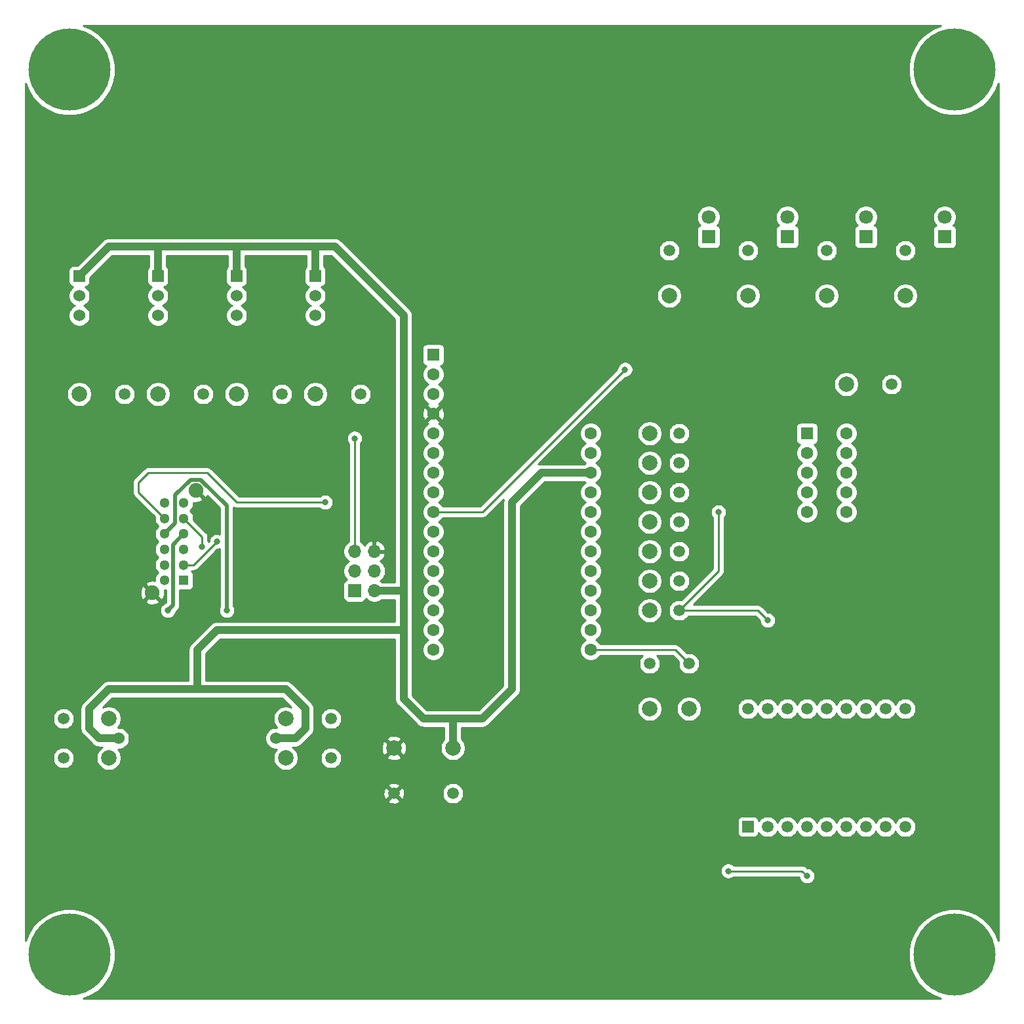
<source format=gbr>
%TF.GenerationSoftware,KiCad,Pcbnew,(5.1.10)-1*%
%TF.CreationDate,2022-03-27T12:35:49-04:00*%
%TF.ProjectId,M5TC-2022-U4BN,4d355443-2d32-4303-9232-2d5534424e2e,rev?*%
%TF.SameCoordinates,Original*%
%TF.FileFunction,Copper,L2,Bot*%
%TF.FilePolarity,Positive*%
%FSLAX46Y46*%
G04 Gerber Fmt 4.6, Leading zero omitted, Abs format (unit mm)*
G04 Created by KiCad (PCBNEW (5.1.10)-1) date 2022-03-27 12:35:49*
%MOMM*%
%LPD*%
G01*
G04 APERTURE LIST*
%TA.AperFunction,ComponentPad*%
%ADD10C,1.600000*%
%TD*%
%TA.AperFunction,ComponentPad*%
%ADD11R,1.600000X1.600000*%
%TD*%
%TA.AperFunction,ComponentPad*%
%ADD12C,10.600000*%
%TD*%
%TA.AperFunction,ComponentPad*%
%ADD13C,0.900000*%
%TD*%
%TA.AperFunction,ComponentPad*%
%ADD14R,1.700000X1.700000*%
%TD*%
%TA.AperFunction,ComponentPad*%
%ADD15O,1.700000X1.700000*%
%TD*%
%TA.AperFunction,ComponentPad*%
%ADD16R,1.500000X1.500000*%
%TD*%
%TA.AperFunction,ComponentPad*%
%ADD17C,1.500000*%
%TD*%
%TA.AperFunction,ComponentPad*%
%ADD18C,1.800000*%
%TD*%
%TA.AperFunction,ComponentPad*%
%ADD19R,1.800000X1.800000*%
%TD*%
%TA.AperFunction,ComponentPad*%
%ADD20R,1.300000X1.300000*%
%TD*%
%TA.AperFunction,ComponentPad*%
%ADD21C,1.300000*%
%TD*%
%TA.AperFunction,ComponentPad*%
%ADD22C,1.900000*%
%TD*%
%TA.AperFunction,ComponentPad*%
%ADD23C,1.499997*%
%TD*%
%TA.AperFunction,ComponentPad*%
%ADD24C,1.999996*%
%TD*%
%TA.AperFunction,ComponentPad*%
%ADD25C,1.524000*%
%TD*%
%TA.AperFunction,ComponentPad*%
%ADD26R,1.524000X1.524000*%
%TD*%
%TA.AperFunction,ViaPad*%
%ADD27C,0.800000*%
%TD*%
%TA.AperFunction,ViaPad*%
%ADD28C,1.524000*%
%TD*%
%TA.AperFunction,Conductor*%
%ADD29C,0.254000*%
%TD*%
%TA.AperFunction,Conductor*%
%ADD30C,0.250000*%
%TD*%
%TA.AperFunction,Conductor*%
%ADD31C,1.016000*%
%TD*%
%TA.AperFunction,Conductor*%
%ADD32C,0.508000*%
%TD*%
%TA.AperFunction,Conductor*%
%ADD33C,0.100000*%
%TD*%
G04 APERTURE END LIST*
D10*
%TO.P,A1,16*%
%TO.N,Net-(A1-Pad16)*%
X205740000Y-182880000D03*
%TO.P,A1,15*%
%TO.N,Net-(A1-Pad15)*%
X205740000Y-180340000D03*
%TO.P,A1,14*%
%TO.N,Net-(A1-Pad14)*%
X205740000Y-177800000D03*
%TO.P,A1,13*%
%TO.N,MISO*%
X205740000Y-175260000D03*
%TO.P,A1,12*%
%TO.N,MOSI*%
X205740000Y-172720000D03*
%TO.P,A1,11*%
%TO.N,SCK*%
X205740000Y-170180000D03*
%TO.P,A1,10*%
%TO.N,Net-(A1-Pad10)*%
X205740000Y-167640000D03*
%TO.P,A1,9*%
%TO.N,K1*%
X205740000Y-165100000D03*
%TO.P,A1,8*%
%TO.N,DATA_3*%
X205740000Y-162560000D03*
%TO.P,A1,7*%
%TO.N,DATA_2*%
X205740000Y-160020000D03*
%TO.P,A1,6*%
%TO.N,DATA_1*%
X205740000Y-157480000D03*
%TO.P,A1,5*%
%TO.N,DATA_0*%
X205740000Y-154940000D03*
%TO.P,A1,4*%
%TO.N,GND*%
X205740000Y-152400000D03*
%TO.P,A1,3*%
%TO.N,Net-(A1-Pad3)*%
X205740000Y-149860000D03*
%TO.P,A1,2*%
%TO.N,Net-(A1-Pad2)*%
X205740000Y-147320000D03*
D11*
%TO.P,A1,1*%
%TO.N,RST*%
X205740000Y-144780000D03*
D10*
%TO.P,A1,28*%
%TO.N,Net-(A1-Pad28)*%
X226060000Y-154940000D03*
%TO.P,A1,27*%
%TO.N,Net-(A1-Pad27)*%
X226060000Y-157480000D03*
%TO.P,A1,26*%
%TO.N,VCC*%
X226060000Y-160020000D03*
%TO.P,A1,25*%
%TO.N,A*%
X226060000Y-162560000D03*
%TO.P,A1,24*%
%TO.N,B*%
X226060000Y-165100000D03*
%TO.P,A1,23*%
%TO.N,C*%
X226060000Y-167640000D03*
%TO.P,A1,22*%
%TO.N,D*%
X226060000Y-170180000D03*
%TO.P,A1,21*%
%TO.N,E*%
X226060000Y-172720000D03*
%TO.P,A1,20*%
%TO.N,F*%
X226060000Y-175260000D03*
%TO.P,A1,19*%
%TO.N,G*%
X226060000Y-177800000D03*
%TO.P,A1,18*%
%TO.N,K2*%
X226060000Y-180340000D03*
%TO.P,A1,17*%
%TO.N,K3*%
X226060000Y-182880000D03*
%TD*%
D12*
%TO.P,H4,1*%
%TO.N,N/C*%
X158750000Y-107950000D03*
D13*
X162725000Y-107950000D03*
X161560749Y-110760749D03*
X158750000Y-111925000D03*
X155939251Y-110760749D03*
X154775000Y-107950000D03*
X155939251Y-105139251D03*
X158750000Y-103975000D03*
X161560749Y-105139251D03*
%TD*%
D12*
%TO.P,H1,1*%
%TO.N,N/C*%
X273050000Y-222250000D03*
D13*
X277025000Y-222250000D03*
X275860749Y-225060749D03*
X273050000Y-226225000D03*
X270239251Y-225060749D03*
X269075000Y-222250000D03*
X270239251Y-219439251D03*
X273050000Y-218275000D03*
X275860749Y-219439251D03*
%TD*%
%TO.P,H2,1*%
%TO.N,N/C*%
X275860749Y-105139251D03*
X273050000Y-103975000D03*
X270239251Y-105139251D03*
X269075000Y-107950000D03*
X270239251Y-110760749D03*
X273050000Y-111925000D03*
X275860749Y-110760749D03*
X277025000Y-107950000D03*
D12*
X273050000Y-107950000D03*
%TD*%
D13*
%TO.P,H3,1*%
%TO.N,N/C*%
X161560749Y-219439251D03*
X158750000Y-218275000D03*
X155939251Y-219439251D03*
X154775000Y-222250000D03*
X155939251Y-225060749D03*
X158750000Y-226225000D03*
X161560749Y-225060749D03*
X162725000Y-222250000D03*
D12*
X158750000Y-222250000D03*
%TD*%
D14*
%TO.P,J14,1*%
%TO.N,MISO*%
X195580000Y-175260000D03*
D15*
%TO.P,J14,2*%
%TO.N,VCC*%
X198120000Y-175260000D03*
%TO.P,J14,3*%
%TO.N,SCK*%
X195580000Y-172720000D03*
%TO.P,J14,4*%
%TO.N,MOSI*%
X198120000Y-172720000D03*
%TO.P,J14,5*%
%TO.N,RST*%
X195580000Y-170180000D03*
%TO.P,J14,6*%
%TO.N,GND*%
X198120000Y-170180000D03*
%TD*%
D11*
%TO.P,U1,1*%
%TO.N,Net-(Q1-Pad3)*%
X254000000Y-154940000D03*
D10*
%TO.P,U1,2*%
%TO.N,Net-(R18-Pad1)*%
X254000000Y-157480000D03*
%TO.P,U1,3*%
%TO.N,Net-(R19-Pad1)*%
X254000000Y-160020000D03*
%TO.P,U1,4*%
%TO.N,Net-(R17-Pad1)*%
X254000000Y-162560000D03*
%TO.P,U1,5*%
%TO.N,Net-(R16-Pad1)*%
X254000000Y-165100000D03*
%TO.P,U1,6*%
%TO.N,Net-(Q1-Pad3)*%
X259080000Y-165100000D03*
%TO.P,U1,7*%
%TO.N,Net-(U1-Pad7)*%
X259080000Y-162560000D03*
%TO.P,U1,8*%
%TO.N,Net-(R15-Pad1)*%
X259080000Y-160020000D03*
%TO.P,U1,9*%
%TO.N,Net-(R14-Pad1)*%
X259080000Y-157480000D03*
%TO.P,U1,10*%
%TO.N,Net-(R13-Pad1)*%
X259080000Y-154940000D03*
%TD*%
D16*
%TO.P,U2,1*%
%TO.N,Net-(R24-Pad1)*%
X246380000Y-205740000D03*
D17*
%TO.P,U2,2*%
%TO.N,Net-(R23-Pad1)*%
X248920000Y-205740000D03*
%TO.P,U2,3*%
%TO.N,Net-(R22-Pad1)*%
X251460000Y-205740000D03*
%TO.P,U2,4*%
%TO.N,Net-(U2-Pad4)*%
X254000000Y-205740000D03*
%TO.P,U2,5*%
%TO.N,Net-(R31-Pad2)*%
X256540000Y-205740000D03*
%TO.P,U2,6*%
%TO.N,Net-(R30-Pad2)*%
X259080000Y-205740000D03*
%TO.P,U2,7*%
%TO.N,Net-(R33-Pad2)*%
X261620000Y-205740000D03*
%TO.P,U2,8*%
%TO.N,Net-(R29-Pad2)*%
X264160000Y-205740000D03*
%TO.P,U2,9*%
%TO.N,Net-(U2-Pad9)*%
X266700000Y-205740000D03*
%TO.P,U2,10*%
%TO.N,Net-(R28-Pad2)*%
X266700000Y-190500000D03*
%TO.P,U2,11*%
%TO.N,Net-(R27-Pad2)*%
X264160000Y-190500000D03*
%TO.P,U2,12*%
%TO.N,Net-(R32-Pad2)*%
X261620000Y-190500000D03*
%TO.P,U2,13*%
%TO.N,Net-(Q3-Pad3)*%
X259080000Y-190500000D03*
%TO.P,U2,14*%
%TO.N,Net-(Q2-Pad3)*%
X256540000Y-190500000D03*
%TO.P,U2,15*%
%TO.N,Net-(R21-Pad1)*%
X254000000Y-190500000D03*
%TO.P,U2,16*%
%TO.N,Net-(R20-Pad1)*%
X251460000Y-190500000D03*
%TO.P,U2,17*%
%TO.N,Net-(R26-Pad1)*%
X248920000Y-190500000D03*
%TO.P,U2,18*%
%TO.N,Net-(R25-Pad1)*%
X246380000Y-190500000D03*
%TD*%
D18*
%TO.P,D1,2*%
%TO.N,DATA_0*%
X271780000Y-127000000D03*
D19*
%TO.P,D1,1*%
%TO.N,Net-(D1-Pad1)*%
X271780000Y-129540000D03*
%TD*%
%TO.P,D2,1*%
%TO.N,Net-(D2-Pad1)*%
X261620000Y-129540000D03*
D18*
%TO.P,D2,2*%
%TO.N,DATA_1*%
X261620000Y-127000000D03*
%TD*%
D19*
%TO.P,D3,1*%
%TO.N,Net-(D3-Pad1)*%
X251460000Y-129540000D03*
D18*
%TO.P,D3,2*%
%TO.N,DATA_2*%
X251460000Y-127000000D03*
%TD*%
%TO.P,D4,2*%
%TO.N,DATA_3*%
X241300000Y-127000000D03*
D19*
%TO.P,D4,1*%
%TO.N,Net-(D4-Pad1)*%
X241300000Y-129540000D03*
%TD*%
D20*
%TO.P,SW6,1*%
%TO.N,ROT_DATA_0*%
X173510000Y-173910000D03*
D21*
%TO.P,SW6,2*%
%TO.N,DATA_0*%
X173510000Y-171910000D03*
%TO.P,SW6,3*%
%TO.N,SLIDE_DATA_0*%
X173510000Y-169910000D03*
%TO.P,SW6,4*%
%TO.N,ROT_DATA_1*%
X173510000Y-167910000D03*
%TO.P,SW6,5*%
%TO.N,DATA_1*%
X173510000Y-165910000D03*
%TO.P,SW6,6*%
%TO.N,SLIDE_DATA_1*%
X173510000Y-163910000D03*
%TO.P,SW6,7*%
%TO.N,ROT_DATA_3*%
X171010000Y-173910000D03*
%TO.P,SW6,8*%
%TO.N,DATA_3*%
X171010000Y-171910000D03*
%TO.P,SW6,9*%
%TO.N,SLIDE_DATA_3*%
X171010000Y-169910000D03*
%TO.P,SW6,10*%
%TO.N,ROT_DATA_2*%
X171010000Y-167910000D03*
%TO.P,SW6,11*%
%TO.N,DATA_2*%
X171010000Y-165910000D03*
%TO.P,SW6,12*%
%TO.N,SLIDE_DATA_2*%
X171010000Y-163910000D03*
D22*
%TO.P,SW6,13*%
%TO.N,GND*%
X169460000Y-175510000D03*
%TO.P,SW6,14*%
X175060000Y-162310000D03*
%TD*%
D23*
%TO.P,TP1,1*%
%TO.N,VCC*%
X208280000Y-201422000D03*
D24*
X208280000Y-195580000D03*
%TD*%
%TO.P,TP2,1*%
%TO.N,GND*%
X200660000Y-195580000D03*
D23*
X200660000Y-201422000D03*
%TD*%
%TO.P,TP3,1*%
%TO.N,DATA_0*%
X266700000Y-131318000D03*
D24*
X266700000Y-137160000D03*
%TD*%
%TO.P,TP4,1*%
%TO.N,DATA_1*%
X256540000Y-137160000D03*
D23*
X256540000Y-131318000D03*
%TD*%
%TO.P,TP5,1*%
%TO.N,DATA_2*%
X246380000Y-131318000D03*
D24*
X246380000Y-137160000D03*
%TD*%
%TO.P,TP6,1*%
%TO.N,DATA_3*%
X236220000Y-137160000D03*
D23*
X236220000Y-131318000D03*
%TD*%
D24*
%TO.P,TP7,1*%
%TO.N,A*%
X233680000Y-154940000D03*
D23*
X237490000Y-154940000D03*
%TD*%
%TO.P,TP8,1*%
%TO.N,B*%
X237490000Y-158750000D03*
D24*
X233680000Y-158750000D03*
%TD*%
%TO.P,TP9,1*%
%TO.N,C*%
X233680000Y-162560000D03*
D23*
X237490000Y-162560000D03*
%TD*%
%TO.P,TP10,1*%
%TO.N,D*%
X237490000Y-166370000D03*
D24*
X233680000Y-166370000D03*
%TD*%
%TO.P,TP11,1*%
%TO.N,E*%
X233680000Y-170180000D03*
D23*
X237490000Y-170180000D03*
%TD*%
%TO.P,TP12,1*%
%TO.N,F*%
X237490000Y-173990000D03*
D24*
X233680000Y-173990000D03*
%TD*%
%TO.P,TP13,1*%
%TO.N,G*%
X233680000Y-177800000D03*
D23*
X237490000Y-177800000D03*
%TD*%
D24*
%TO.P,TP14,1*%
%TO.N,K1*%
X259080000Y-148590000D03*
D23*
X264922000Y-148590000D03*
%TD*%
%TO.P,TP15,1*%
%TO.N,K2*%
X233680000Y-184658000D03*
D24*
X233680000Y-190500000D03*
%TD*%
%TO.P,TP16,1*%
%TO.N,K3*%
X238760000Y-190500000D03*
D23*
X238760000Y-184658000D03*
%TD*%
%TO.P,TP17,1*%
%TO.N,SLIDE_DATA_0*%
X196342000Y-149860000D03*
D24*
X190500000Y-149860000D03*
%TD*%
%TO.P,TP18,1*%
%TO.N,SLIDE_DATA_1*%
X180340000Y-149860000D03*
D23*
X186182000Y-149860000D03*
%TD*%
%TO.P,TP19,1*%
%TO.N,SLIDE_DATA_2*%
X176022000Y-149860000D03*
D24*
X170180000Y-149860000D03*
%TD*%
%TO.P,TP20,1*%
%TO.N,SLIDE_DATA_3*%
X160020000Y-149860000D03*
D23*
X165862000Y-149860000D03*
%TD*%
%TO.P,TP21,1*%
%TO.N,ROT_DATA_0*%
X192532000Y-196850000D03*
D24*
X186690000Y-196850000D03*
%TD*%
%TO.P,TP22,1*%
%TO.N,ROT_DATA_1*%
X163830000Y-191770000D03*
D23*
X157988000Y-191770000D03*
%TD*%
%TO.P,TP23,1*%
%TO.N,ROT_DATA_2*%
X192532000Y-191770000D03*
D24*
X186690000Y-191770000D03*
%TD*%
%TO.P,TP24,1*%
%TO.N,ROT_DATA_3*%
X163830000Y-196850000D03*
D23*
X157988000Y-196850000D03*
%TD*%
D25*
%TO.P,SW1,3*%
%TO.N,Net-(SW1-Pad3)*%
X160020000Y-139700000D03*
%TO.P,SW1,2*%
%TO.N,SLIDE_DATA_3*%
X160020000Y-137160000D03*
D26*
%TO.P,SW1,1*%
%TO.N,VCC*%
X160020000Y-134620000D03*
%TD*%
%TO.P,SW2,1*%
%TO.N,VCC*%
X170180000Y-134620000D03*
D25*
%TO.P,SW2,2*%
%TO.N,SLIDE_DATA_2*%
X170180000Y-137160000D03*
%TO.P,SW2,3*%
%TO.N,Net-(SW2-Pad3)*%
X170180000Y-139700000D03*
%TD*%
%TO.P,SW3,3*%
%TO.N,Net-(SW3-Pad3)*%
X180340000Y-139700000D03*
%TO.P,SW3,2*%
%TO.N,SLIDE_DATA_1*%
X180340000Y-137160000D03*
D26*
%TO.P,SW3,1*%
%TO.N,VCC*%
X180340000Y-134620000D03*
%TD*%
%TO.P,SW4,1*%
%TO.N,VCC*%
X190500000Y-134620000D03*
D25*
%TO.P,SW4,2*%
%TO.N,SLIDE_DATA_0*%
X190500000Y-137160000D03*
%TO.P,SW4,3*%
%TO.N,Net-(SW4-Pad3)*%
X190500000Y-139700000D03*
%TD*%
D27*
%TO.N,K1*%
X230505000Y-146685000D03*
%TO.N,DATA_0*%
X177800000Y-168910000D03*
%TO.N,DATA_1*%
X175895000Y-169545000D03*
%TO.N,DATA_2*%
X191770000Y-163830000D03*
%TO.N,GND*%
X251460000Y-147574000D03*
X176530000Y-163830000D03*
X239030000Y-204470000D03*
X239030000Y-198120000D03*
X160020000Y-123825000D03*
X170180000Y-123825000D03*
X180340000Y-123825000D03*
X190500000Y-123825000D03*
X243205000Y-136082500D03*
X253365000Y-136082500D03*
X263525000Y-136082500D03*
X273685000Y-136082500D03*
X183515000Y-203835000D03*
X167005000Y-203835000D03*
X167005000Y-184785000D03*
X183515000Y-184785000D03*
%TO.N,G*%
X242570000Y-165100000D03*
X248920000Y-179070000D03*
%TO.N,E*%
X243840000Y-211455000D03*
X254000000Y-212090000D03*
D28*
%TO.N,VCC*%
X165100000Y-194310000D03*
X185420000Y-194310000D03*
D27*
%TO.N,ROT_DATA_1*%
X171450000Y-177800000D03*
%TO.N,ROT_DATA_2*%
X179070000Y-177800000D03*
%TO.N,RST*%
X195580000Y-155575000D03*
%TD*%
D29*
%TO.N,K3*%
X236982000Y-182880000D02*
X238760000Y-184658000D01*
X226060000Y-182880000D02*
X236982000Y-182880000D01*
D30*
%TO.N,K1*%
X212090000Y-165100000D02*
X230505000Y-146685000D01*
X205740000Y-165100000D02*
X212090000Y-165100000D01*
D29*
%TO.N,DATA_0*%
X173510000Y-171910000D02*
X174800000Y-171910000D01*
X174800000Y-171910000D02*
X177800000Y-168910000D01*
%TO.N,DATA_1*%
X175895000Y-168295000D02*
X173510000Y-165910000D01*
X175895000Y-169545000D02*
X175895000Y-168295000D01*
%TO.N,DATA_2*%
X171010000Y-165910000D02*
X167640000Y-162540000D01*
X188595000Y-163830000D02*
X191770000Y-163830000D01*
X167640000Y-162540000D02*
X167640000Y-161290000D01*
X167640000Y-161290000D02*
X168910000Y-160020000D01*
X168910000Y-160020000D02*
X176530000Y-160020000D01*
X176530000Y-160020000D02*
X180340000Y-163830000D01*
X180340000Y-163830000D02*
X188595000Y-163830000D01*
%TO.N,G*%
X237490000Y-177800000D02*
X242570000Y-172720000D01*
X242570000Y-172720000D02*
X242570000Y-165100000D01*
X247650000Y-177800000D02*
X248920000Y-179070000D01*
X237490000Y-177800000D02*
X247650000Y-177800000D01*
D30*
%TO.N,E*%
X243840000Y-211455000D02*
X253365000Y-211455000D01*
X253365000Y-211455000D02*
X254000000Y-212090000D01*
D31*
%TO.N,VCC*%
X226060000Y-160020000D02*
X219710000Y-160020000D01*
X219710000Y-160020000D02*
X215900000Y-163830000D01*
X215900000Y-163830000D02*
X215900000Y-187960000D01*
X215900000Y-187960000D02*
X212090000Y-191770000D01*
X162560000Y-194310000D02*
X165100000Y-194310000D01*
X161290000Y-193040000D02*
X162560000Y-194310000D01*
X161290000Y-190500000D02*
X161290000Y-193040000D01*
X163830000Y-187960000D02*
X161290000Y-190500000D01*
X175260000Y-187960000D02*
X163830000Y-187960000D01*
X187960000Y-194310000D02*
X185420000Y-194310000D01*
X189230000Y-193040000D02*
X187960000Y-194310000D01*
X189230000Y-190500000D02*
X189230000Y-193040000D01*
X186690000Y-187960000D02*
X189230000Y-190500000D01*
X175260000Y-187960000D02*
X186690000Y-187960000D01*
X175260000Y-182880000D02*
X177800000Y-180340000D01*
X198120000Y-180340000D02*
X177800000Y-180340000D01*
X175260000Y-182880000D02*
X175260000Y-187960000D01*
X204470000Y-191770000D02*
X201930000Y-189230000D01*
X201930000Y-142240000D02*
X201930000Y-139700000D01*
X201930000Y-139700000D02*
X193040000Y-130810000D01*
X163830000Y-130810000D02*
X160020000Y-134620000D01*
X170180000Y-134620000D02*
X170180000Y-130810000D01*
X170180000Y-130810000D02*
X163830000Y-130810000D01*
X180340000Y-134620000D02*
X180340000Y-130810000D01*
X180340000Y-130810000D02*
X170180000Y-130810000D01*
X190500000Y-134620000D02*
X190500000Y-130810000D01*
X190500000Y-130810000D02*
X180340000Y-130810000D01*
X193040000Y-130810000D02*
X190500000Y-130810000D01*
X198120000Y-180340000D02*
X201930000Y-180340000D01*
X201930000Y-189230000D02*
X201930000Y-180340000D01*
X198120000Y-175260000D02*
X201930000Y-175260000D01*
X201930000Y-175260000D02*
X201930000Y-142240000D01*
X201930000Y-180340000D02*
X201930000Y-175260000D01*
X208280000Y-195580000D02*
X208280000Y-191770000D01*
X208280000Y-191770000D02*
X204470000Y-191770000D01*
X212090000Y-191770000D02*
X208280000Y-191770000D01*
D32*
%TO.N,ROT_DATA_1*%
X172114001Y-169305999D02*
X173510000Y-167910000D01*
X172114001Y-177135999D02*
X172114001Y-169305999D01*
X171450000Y-177800000D02*
X172114001Y-177135999D01*
%TO.N,ROT_DATA_2*%
X172405999Y-166514001D02*
X171010000Y-167910000D01*
X172405999Y-162886079D02*
X172405999Y-166514001D01*
X174386079Y-160905999D02*
X172405999Y-162886079D01*
X175733921Y-160905999D02*
X174386079Y-160905999D01*
X179070000Y-164242078D02*
X175733921Y-160905999D01*
X179070000Y-177800000D02*
X179070000Y-164242078D01*
D29*
%TO.N,RST*%
X195580000Y-155575000D02*
X195580000Y-170180000D01*
%TD*%
%TO.N,GND*%
X270238723Y-102690471D02*
X269266658Y-103339984D01*
X268439984Y-104166658D01*
X267790471Y-105138723D01*
X267343079Y-106218824D01*
X267115000Y-107365454D01*
X267115000Y-108534546D01*
X267343079Y-109681176D01*
X267790471Y-110761277D01*
X268439984Y-111733342D01*
X269266658Y-112560016D01*
X270238723Y-113209529D01*
X271318824Y-113656921D01*
X272465454Y-113885000D01*
X273634546Y-113885000D01*
X274781176Y-113656921D01*
X275861277Y-113209529D01*
X276833342Y-112560016D01*
X277660016Y-111733342D01*
X278309529Y-110761277D01*
X278740000Y-109722027D01*
X278740001Y-220477975D01*
X278309529Y-219438723D01*
X277660016Y-218466658D01*
X276833342Y-217639984D01*
X275861277Y-216990471D01*
X274781176Y-216543079D01*
X273634546Y-216315000D01*
X272465454Y-216315000D01*
X271318824Y-216543079D01*
X270238723Y-216990471D01*
X269266658Y-217639984D01*
X268439984Y-218466658D01*
X267790471Y-219438723D01*
X267343079Y-220518824D01*
X267115000Y-221665454D01*
X267115000Y-222834546D01*
X267343079Y-223981176D01*
X267790471Y-225061277D01*
X268439984Y-226033342D01*
X269266658Y-226860016D01*
X270238723Y-227509529D01*
X271277973Y-227940000D01*
X160522027Y-227940000D01*
X161561277Y-227509529D01*
X162533342Y-226860016D01*
X163360016Y-226033342D01*
X164009529Y-225061277D01*
X164456921Y-223981176D01*
X164685000Y-222834546D01*
X164685000Y-221665454D01*
X164456921Y-220518824D01*
X164009529Y-219438723D01*
X163360016Y-218466658D01*
X162533342Y-217639984D01*
X161561277Y-216990471D01*
X160481176Y-216543079D01*
X159334546Y-216315000D01*
X158165454Y-216315000D01*
X157018824Y-216543079D01*
X155938723Y-216990471D01*
X154966658Y-217639984D01*
X154139984Y-218466658D01*
X153490471Y-219438723D01*
X153060000Y-220477973D01*
X153060000Y-211353061D01*
X242805000Y-211353061D01*
X242805000Y-211556939D01*
X242844774Y-211756898D01*
X242922795Y-211945256D01*
X243036063Y-212114774D01*
X243180226Y-212258937D01*
X243349744Y-212372205D01*
X243538102Y-212450226D01*
X243738061Y-212490000D01*
X243941939Y-212490000D01*
X244141898Y-212450226D01*
X244330256Y-212372205D01*
X244499774Y-212258937D01*
X244543711Y-212215000D01*
X252969587Y-212215000D01*
X253004774Y-212391898D01*
X253082795Y-212580256D01*
X253196063Y-212749774D01*
X253340226Y-212893937D01*
X253509744Y-213007205D01*
X253698102Y-213085226D01*
X253898061Y-213125000D01*
X254101939Y-213125000D01*
X254301898Y-213085226D01*
X254490256Y-213007205D01*
X254659774Y-212893937D01*
X254803937Y-212749774D01*
X254917205Y-212580256D01*
X254995226Y-212391898D01*
X255035000Y-212191939D01*
X255035000Y-211988061D01*
X254995226Y-211788102D01*
X254917205Y-211599744D01*
X254803937Y-211430226D01*
X254659774Y-211286063D01*
X254490256Y-211172795D01*
X254301898Y-211094774D01*
X254101939Y-211055000D01*
X254039801Y-211055000D01*
X253928803Y-210944002D01*
X253905001Y-210914999D01*
X253789276Y-210820026D01*
X253657247Y-210749454D01*
X253513986Y-210705997D01*
X253402333Y-210695000D01*
X253402322Y-210695000D01*
X253365000Y-210691324D01*
X253327678Y-210695000D01*
X244543711Y-210695000D01*
X244499774Y-210651063D01*
X244330256Y-210537795D01*
X244141898Y-210459774D01*
X243941939Y-210420000D01*
X243738061Y-210420000D01*
X243538102Y-210459774D01*
X243349744Y-210537795D01*
X243180226Y-210651063D01*
X243036063Y-210795226D01*
X242922795Y-210964744D01*
X242844774Y-211153102D01*
X242805000Y-211353061D01*
X153060000Y-211353061D01*
X153060000Y-204990000D01*
X244991928Y-204990000D01*
X244991928Y-206490000D01*
X245004188Y-206614482D01*
X245040498Y-206734180D01*
X245099463Y-206844494D01*
X245178815Y-206941185D01*
X245275506Y-207020537D01*
X245385820Y-207079502D01*
X245505518Y-207115812D01*
X245630000Y-207128072D01*
X247130000Y-207128072D01*
X247254482Y-207115812D01*
X247374180Y-207079502D01*
X247484494Y-207020537D01*
X247581185Y-206941185D01*
X247660537Y-206844494D01*
X247719502Y-206734180D01*
X247755812Y-206614482D01*
X247766445Y-206506517D01*
X247844201Y-206622886D01*
X248037114Y-206815799D01*
X248263957Y-206967371D01*
X248516011Y-207071775D01*
X248783589Y-207125000D01*
X249056411Y-207125000D01*
X249323989Y-207071775D01*
X249576043Y-206967371D01*
X249802886Y-206815799D01*
X249995799Y-206622886D01*
X250147371Y-206396043D01*
X250190000Y-206293127D01*
X250232629Y-206396043D01*
X250384201Y-206622886D01*
X250577114Y-206815799D01*
X250803957Y-206967371D01*
X251056011Y-207071775D01*
X251323589Y-207125000D01*
X251596411Y-207125000D01*
X251863989Y-207071775D01*
X252116043Y-206967371D01*
X252342886Y-206815799D01*
X252535799Y-206622886D01*
X252687371Y-206396043D01*
X252730000Y-206293127D01*
X252772629Y-206396043D01*
X252924201Y-206622886D01*
X253117114Y-206815799D01*
X253343957Y-206967371D01*
X253596011Y-207071775D01*
X253863589Y-207125000D01*
X254136411Y-207125000D01*
X254403989Y-207071775D01*
X254656043Y-206967371D01*
X254882886Y-206815799D01*
X255075799Y-206622886D01*
X255227371Y-206396043D01*
X255270000Y-206293127D01*
X255312629Y-206396043D01*
X255464201Y-206622886D01*
X255657114Y-206815799D01*
X255883957Y-206967371D01*
X256136011Y-207071775D01*
X256403589Y-207125000D01*
X256676411Y-207125000D01*
X256943989Y-207071775D01*
X257196043Y-206967371D01*
X257422886Y-206815799D01*
X257615799Y-206622886D01*
X257767371Y-206396043D01*
X257810000Y-206293127D01*
X257852629Y-206396043D01*
X258004201Y-206622886D01*
X258197114Y-206815799D01*
X258423957Y-206967371D01*
X258676011Y-207071775D01*
X258943589Y-207125000D01*
X259216411Y-207125000D01*
X259483989Y-207071775D01*
X259736043Y-206967371D01*
X259962886Y-206815799D01*
X260155799Y-206622886D01*
X260307371Y-206396043D01*
X260350000Y-206293127D01*
X260392629Y-206396043D01*
X260544201Y-206622886D01*
X260737114Y-206815799D01*
X260963957Y-206967371D01*
X261216011Y-207071775D01*
X261483589Y-207125000D01*
X261756411Y-207125000D01*
X262023989Y-207071775D01*
X262276043Y-206967371D01*
X262502886Y-206815799D01*
X262695799Y-206622886D01*
X262847371Y-206396043D01*
X262890000Y-206293127D01*
X262932629Y-206396043D01*
X263084201Y-206622886D01*
X263277114Y-206815799D01*
X263503957Y-206967371D01*
X263756011Y-207071775D01*
X264023589Y-207125000D01*
X264296411Y-207125000D01*
X264563989Y-207071775D01*
X264816043Y-206967371D01*
X265042886Y-206815799D01*
X265235799Y-206622886D01*
X265387371Y-206396043D01*
X265430000Y-206293127D01*
X265472629Y-206396043D01*
X265624201Y-206622886D01*
X265817114Y-206815799D01*
X266043957Y-206967371D01*
X266296011Y-207071775D01*
X266563589Y-207125000D01*
X266836411Y-207125000D01*
X267103989Y-207071775D01*
X267356043Y-206967371D01*
X267582886Y-206815799D01*
X267775799Y-206622886D01*
X267927371Y-206396043D01*
X268031775Y-206143989D01*
X268085000Y-205876411D01*
X268085000Y-205603589D01*
X268031775Y-205336011D01*
X267927371Y-205083957D01*
X267775799Y-204857114D01*
X267582886Y-204664201D01*
X267356043Y-204512629D01*
X267103989Y-204408225D01*
X266836411Y-204355000D01*
X266563589Y-204355000D01*
X266296011Y-204408225D01*
X266043957Y-204512629D01*
X265817114Y-204664201D01*
X265624201Y-204857114D01*
X265472629Y-205083957D01*
X265430000Y-205186873D01*
X265387371Y-205083957D01*
X265235799Y-204857114D01*
X265042886Y-204664201D01*
X264816043Y-204512629D01*
X264563989Y-204408225D01*
X264296411Y-204355000D01*
X264023589Y-204355000D01*
X263756011Y-204408225D01*
X263503957Y-204512629D01*
X263277114Y-204664201D01*
X263084201Y-204857114D01*
X262932629Y-205083957D01*
X262890000Y-205186873D01*
X262847371Y-205083957D01*
X262695799Y-204857114D01*
X262502886Y-204664201D01*
X262276043Y-204512629D01*
X262023989Y-204408225D01*
X261756411Y-204355000D01*
X261483589Y-204355000D01*
X261216011Y-204408225D01*
X260963957Y-204512629D01*
X260737114Y-204664201D01*
X260544201Y-204857114D01*
X260392629Y-205083957D01*
X260350000Y-205186873D01*
X260307371Y-205083957D01*
X260155799Y-204857114D01*
X259962886Y-204664201D01*
X259736043Y-204512629D01*
X259483989Y-204408225D01*
X259216411Y-204355000D01*
X258943589Y-204355000D01*
X258676011Y-204408225D01*
X258423957Y-204512629D01*
X258197114Y-204664201D01*
X258004201Y-204857114D01*
X257852629Y-205083957D01*
X257810000Y-205186873D01*
X257767371Y-205083957D01*
X257615799Y-204857114D01*
X257422886Y-204664201D01*
X257196043Y-204512629D01*
X256943989Y-204408225D01*
X256676411Y-204355000D01*
X256403589Y-204355000D01*
X256136011Y-204408225D01*
X255883957Y-204512629D01*
X255657114Y-204664201D01*
X255464201Y-204857114D01*
X255312629Y-205083957D01*
X255270000Y-205186873D01*
X255227371Y-205083957D01*
X255075799Y-204857114D01*
X254882886Y-204664201D01*
X254656043Y-204512629D01*
X254403989Y-204408225D01*
X254136411Y-204355000D01*
X253863589Y-204355000D01*
X253596011Y-204408225D01*
X253343957Y-204512629D01*
X253117114Y-204664201D01*
X252924201Y-204857114D01*
X252772629Y-205083957D01*
X252730000Y-205186873D01*
X252687371Y-205083957D01*
X252535799Y-204857114D01*
X252342886Y-204664201D01*
X252116043Y-204512629D01*
X251863989Y-204408225D01*
X251596411Y-204355000D01*
X251323589Y-204355000D01*
X251056011Y-204408225D01*
X250803957Y-204512629D01*
X250577114Y-204664201D01*
X250384201Y-204857114D01*
X250232629Y-205083957D01*
X250190000Y-205186873D01*
X250147371Y-205083957D01*
X249995799Y-204857114D01*
X249802886Y-204664201D01*
X249576043Y-204512629D01*
X249323989Y-204408225D01*
X249056411Y-204355000D01*
X248783589Y-204355000D01*
X248516011Y-204408225D01*
X248263957Y-204512629D01*
X248037114Y-204664201D01*
X247844201Y-204857114D01*
X247766445Y-204973483D01*
X247755812Y-204865518D01*
X247719502Y-204745820D01*
X247660537Y-204635506D01*
X247581185Y-204538815D01*
X247484494Y-204459463D01*
X247374180Y-204400498D01*
X247254482Y-204364188D01*
X247130000Y-204351928D01*
X245630000Y-204351928D01*
X245505518Y-204364188D01*
X245385820Y-204400498D01*
X245275506Y-204459463D01*
X245178815Y-204538815D01*
X245099463Y-204635506D01*
X245040498Y-204745820D01*
X245004188Y-204865518D01*
X244991928Y-204990000D01*
X153060000Y-204990000D01*
X153060000Y-202378992D01*
X199882613Y-202378992D01*
X199948139Y-202617859D01*
X200195117Y-202733758D01*
X200459961Y-202799247D01*
X200732493Y-202811810D01*
X201002238Y-202770962D01*
X201258831Y-202678275D01*
X201371861Y-202617859D01*
X201437387Y-202378992D01*
X200660000Y-201601605D01*
X199882613Y-202378992D01*
X153060000Y-202378992D01*
X153060000Y-201494493D01*
X199270190Y-201494493D01*
X199311038Y-201764238D01*
X199403725Y-202020831D01*
X199464141Y-202133861D01*
X199703008Y-202199387D01*
X200480395Y-201422000D01*
X200839605Y-201422000D01*
X201616992Y-202199387D01*
X201855859Y-202133861D01*
X201971758Y-201886883D01*
X202037247Y-201622039D01*
X202049810Y-201349507D01*
X202040131Y-201285590D01*
X206895002Y-201285590D01*
X206895002Y-201558410D01*
X206948227Y-201825989D01*
X207052631Y-202078042D01*
X207204202Y-202304884D01*
X207397116Y-202497798D01*
X207623958Y-202649369D01*
X207876011Y-202753773D01*
X208143590Y-202806998D01*
X208416410Y-202806998D01*
X208683989Y-202753773D01*
X208936042Y-202649369D01*
X209162884Y-202497798D01*
X209355798Y-202304884D01*
X209507369Y-202078042D01*
X209611773Y-201825989D01*
X209664998Y-201558410D01*
X209664998Y-201285590D01*
X209611773Y-201018011D01*
X209507369Y-200765958D01*
X209355798Y-200539116D01*
X209162884Y-200346202D01*
X208936042Y-200194631D01*
X208683989Y-200090227D01*
X208416410Y-200037002D01*
X208143590Y-200037002D01*
X207876011Y-200090227D01*
X207623958Y-200194631D01*
X207397116Y-200346202D01*
X207204202Y-200539116D01*
X207052631Y-200765958D01*
X206948227Y-201018011D01*
X206895002Y-201285590D01*
X202040131Y-201285590D01*
X202008962Y-201079762D01*
X201916275Y-200823169D01*
X201855859Y-200710139D01*
X201616992Y-200644613D01*
X200839605Y-201422000D01*
X200480395Y-201422000D01*
X199703008Y-200644613D01*
X199464141Y-200710139D01*
X199348242Y-200957117D01*
X199282753Y-201221961D01*
X199270190Y-201494493D01*
X153060000Y-201494493D01*
X153060000Y-200465008D01*
X199882613Y-200465008D01*
X200660000Y-201242395D01*
X201437387Y-200465008D01*
X201371861Y-200226141D01*
X201124883Y-200110242D01*
X200860039Y-200044753D01*
X200587507Y-200032190D01*
X200317762Y-200073038D01*
X200061169Y-200165725D01*
X199948139Y-200226141D01*
X199882613Y-200465008D01*
X153060000Y-200465008D01*
X153060000Y-196713590D01*
X156603002Y-196713590D01*
X156603002Y-196986410D01*
X156656227Y-197253989D01*
X156760631Y-197506042D01*
X156912202Y-197732884D01*
X157105116Y-197925798D01*
X157331958Y-198077369D01*
X157584011Y-198181773D01*
X157851590Y-198234998D01*
X158124410Y-198234998D01*
X158391989Y-198181773D01*
X158644042Y-198077369D01*
X158870884Y-197925798D01*
X159063798Y-197732884D01*
X159215369Y-197506042D01*
X159319773Y-197253989D01*
X159372998Y-196986410D01*
X159372998Y-196713590D01*
X159319773Y-196446011D01*
X159215369Y-196193958D01*
X159063798Y-195967116D01*
X158870884Y-195774202D01*
X158644042Y-195622631D01*
X158391989Y-195518227D01*
X158124410Y-195465002D01*
X157851590Y-195465002D01*
X157584011Y-195518227D01*
X157331958Y-195622631D01*
X157105116Y-195774202D01*
X156912202Y-195967116D01*
X156760631Y-196193958D01*
X156656227Y-196446011D01*
X156603002Y-196713590D01*
X153060000Y-196713590D01*
X153060000Y-191633590D01*
X156603002Y-191633590D01*
X156603002Y-191906410D01*
X156656227Y-192173989D01*
X156760631Y-192426042D01*
X156912202Y-192652884D01*
X157105116Y-192845798D01*
X157331958Y-192997369D01*
X157584011Y-193101773D01*
X157851590Y-193154998D01*
X158124410Y-193154998D01*
X158391989Y-193101773D01*
X158644042Y-192997369D01*
X158870884Y-192845798D01*
X159063798Y-192652884D01*
X159215369Y-192426042D01*
X159319773Y-192173989D01*
X159372998Y-191906410D01*
X159372998Y-191633590D01*
X159319773Y-191366011D01*
X159215369Y-191113958D01*
X159063798Y-190887116D01*
X158870884Y-190694202D01*
X158644042Y-190542631D01*
X158391989Y-190438227D01*
X158124410Y-190385002D01*
X157851590Y-190385002D01*
X157584011Y-190438227D01*
X157331958Y-190542631D01*
X157105116Y-190694202D01*
X156912202Y-190887116D01*
X156760631Y-191113958D01*
X156656227Y-191366011D01*
X156603002Y-191633590D01*
X153060000Y-191633590D01*
X153060000Y-176609752D01*
X168539853Y-176609752D01*
X168629579Y-176869042D01*
X168910671Y-177004935D01*
X169212873Y-177083379D01*
X169524573Y-177101359D01*
X169833791Y-177058184D01*
X170128644Y-176955513D01*
X170290421Y-176869042D01*
X170380147Y-176609752D01*
X169460000Y-175689605D01*
X168539853Y-176609752D01*
X153060000Y-176609752D01*
X153060000Y-175574573D01*
X167868641Y-175574573D01*
X167911816Y-175883791D01*
X168014487Y-176178644D01*
X168100958Y-176340421D01*
X168360248Y-176430147D01*
X169280395Y-175510000D01*
X168360248Y-174589853D01*
X168100958Y-174679579D01*
X167965065Y-174960671D01*
X167886621Y-175262873D01*
X167868641Y-175574573D01*
X153060000Y-175574573D01*
X153060000Y-161290000D01*
X166874314Y-161290000D01*
X166878001Y-161327433D01*
X166878000Y-162502576D01*
X166874314Y-162540000D01*
X166878000Y-162577423D01*
X166878000Y-162577425D01*
X166889026Y-162689377D01*
X166932598Y-162833014D01*
X166937622Y-162842413D01*
X167003355Y-162965392D01*
X167014231Y-162978644D01*
X167098578Y-163081422D01*
X167127654Y-163105284D01*
X169738407Y-165716037D01*
X169725000Y-165783439D01*
X169725000Y-166036561D01*
X169774381Y-166284821D01*
X169871247Y-166518676D01*
X170011875Y-166729140D01*
X170190860Y-166908125D01*
X170193666Y-166910000D01*
X170190860Y-166911875D01*
X170011875Y-167090860D01*
X169871247Y-167301324D01*
X169774381Y-167535179D01*
X169725000Y-167783439D01*
X169725000Y-168036561D01*
X169774381Y-168284821D01*
X169871247Y-168518676D01*
X170011875Y-168729140D01*
X170190860Y-168908125D01*
X170193666Y-168910000D01*
X170190860Y-168911875D01*
X170011875Y-169090860D01*
X169871247Y-169301324D01*
X169774381Y-169535179D01*
X169725000Y-169783439D01*
X169725000Y-170036561D01*
X169774381Y-170284821D01*
X169871247Y-170518676D01*
X170011875Y-170729140D01*
X170190860Y-170908125D01*
X170193666Y-170910000D01*
X170190860Y-170911875D01*
X170011875Y-171090860D01*
X169871247Y-171301324D01*
X169774381Y-171535179D01*
X169725000Y-171783439D01*
X169725000Y-172036561D01*
X169774381Y-172284821D01*
X169871247Y-172518676D01*
X170011875Y-172729140D01*
X170190860Y-172908125D01*
X170193666Y-172910000D01*
X170190860Y-172911875D01*
X170011875Y-173090860D01*
X169871247Y-173301324D01*
X169774381Y-173535179D01*
X169725000Y-173783439D01*
X169725000Y-173941260D01*
X169707127Y-173936621D01*
X169395427Y-173918641D01*
X169086209Y-173961816D01*
X168791356Y-174064487D01*
X168629579Y-174150958D01*
X168539853Y-174410248D01*
X169460000Y-175330395D01*
X169474143Y-175316253D01*
X169653748Y-175495858D01*
X169639605Y-175510000D01*
X170559752Y-176430147D01*
X170819042Y-176340421D01*
X170954935Y-176059329D01*
X171033379Y-175757127D01*
X171051359Y-175445427D01*
X171016393Y-175195000D01*
X171136561Y-175195000D01*
X171225001Y-175177408D01*
X171225001Y-176767763D01*
X171197895Y-176794870D01*
X171148102Y-176804774D01*
X170959744Y-176882795D01*
X170790226Y-176996063D01*
X170646063Y-177140226D01*
X170532795Y-177309744D01*
X170454774Y-177498102D01*
X170415000Y-177698061D01*
X170415000Y-177901939D01*
X170454774Y-178101898D01*
X170532795Y-178290256D01*
X170646063Y-178459774D01*
X170790226Y-178603937D01*
X170959744Y-178717205D01*
X171148102Y-178795226D01*
X171348061Y-178835000D01*
X171551939Y-178835000D01*
X171751898Y-178795226D01*
X171940256Y-178717205D01*
X172109774Y-178603937D01*
X172253937Y-178459774D01*
X172367205Y-178290256D01*
X172445226Y-178101898D01*
X172455130Y-178052105D01*
X172711743Y-177795493D01*
X172745660Y-177767658D01*
X172856754Y-177632290D01*
X172939304Y-177477850D01*
X172964129Y-177396011D01*
X172990137Y-177310275D01*
X172993407Y-177277075D01*
X173003001Y-177179666D01*
X173003001Y-177179660D01*
X173007301Y-177136000D01*
X173003001Y-177092340D01*
X173003001Y-175198072D01*
X174160000Y-175198072D01*
X174284482Y-175185812D01*
X174404180Y-175149502D01*
X174514494Y-175090537D01*
X174611185Y-175011185D01*
X174690537Y-174914494D01*
X174749502Y-174804180D01*
X174785812Y-174684482D01*
X174798072Y-174560000D01*
X174798072Y-173260000D01*
X174785812Y-173135518D01*
X174749502Y-173015820D01*
X174690537Y-172905506D01*
X174611185Y-172808815D01*
X174514494Y-172729463D01*
X174509642Y-172726870D01*
X174546305Y-172672000D01*
X174762577Y-172672000D01*
X174800000Y-172675686D01*
X174837423Y-172672000D01*
X174837426Y-172672000D01*
X174949378Y-172660974D01*
X175093015Y-172617402D01*
X175225392Y-172546645D01*
X175341422Y-172451422D01*
X175365284Y-172422346D01*
X177842630Y-169945000D01*
X177901939Y-169945000D01*
X178101898Y-169905226D01*
X178181001Y-169872460D01*
X178181000Y-177267532D01*
X178152795Y-177309744D01*
X178074774Y-177498102D01*
X178035000Y-177698061D01*
X178035000Y-177901939D01*
X178074774Y-178101898D01*
X178152795Y-178290256D01*
X178266063Y-178459774D01*
X178410226Y-178603937D01*
X178579744Y-178717205D01*
X178768102Y-178795226D01*
X178968061Y-178835000D01*
X179171939Y-178835000D01*
X179371898Y-178795226D01*
X179560256Y-178717205D01*
X179729774Y-178603937D01*
X179873937Y-178459774D01*
X179987205Y-178290256D01*
X180065226Y-178101898D01*
X180105000Y-177901939D01*
X180105000Y-177698061D01*
X180065226Y-177498102D01*
X179987205Y-177309744D01*
X179959000Y-177267532D01*
X179959000Y-164490373D01*
X180046985Y-164537402D01*
X180190622Y-164580974D01*
X180302574Y-164592000D01*
X180302577Y-164592000D01*
X180340000Y-164595686D01*
X180377423Y-164592000D01*
X191068289Y-164592000D01*
X191110226Y-164633937D01*
X191279744Y-164747205D01*
X191468102Y-164825226D01*
X191668061Y-164865000D01*
X191871939Y-164865000D01*
X192071898Y-164825226D01*
X192260256Y-164747205D01*
X192429774Y-164633937D01*
X192573937Y-164489774D01*
X192687205Y-164320256D01*
X192765226Y-164131898D01*
X192805000Y-163931939D01*
X192805000Y-163728061D01*
X192765226Y-163528102D01*
X192687205Y-163339744D01*
X192573937Y-163170226D01*
X192429774Y-163026063D01*
X192260256Y-162912795D01*
X192071898Y-162834774D01*
X191871939Y-162795000D01*
X191668061Y-162795000D01*
X191468102Y-162834774D01*
X191279744Y-162912795D01*
X191110226Y-163026063D01*
X191068289Y-163068000D01*
X180655630Y-163068000D01*
X177095284Y-159507654D01*
X177071422Y-159478578D01*
X176955392Y-159383355D01*
X176823015Y-159312598D01*
X176679378Y-159269026D01*
X176567426Y-159258000D01*
X176567423Y-159258000D01*
X176530000Y-159254314D01*
X176492577Y-159258000D01*
X168947422Y-159258000D01*
X168909999Y-159254314D01*
X168872576Y-159258000D01*
X168872574Y-159258000D01*
X168760622Y-159269026D01*
X168616985Y-159312598D01*
X168484608Y-159383355D01*
X168368578Y-159478578D01*
X168344721Y-159507648D01*
X167127649Y-160724721D01*
X167098579Y-160748578D01*
X167074722Y-160777648D01*
X167074721Y-160777649D01*
X167003355Y-160864608D01*
X166932599Y-160996985D01*
X166889027Y-161140622D01*
X166874314Y-161290000D01*
X153060000Y-161290000D01*
X153060000Y-149698967D01*
X158385002Y-149698967D01*
X158385002Y-150021033D01*
X158447834Y-150336911D01*
X158571084Y-150634462D01*
X158750014Y-150902250D01*
X158977750Y-151129986D01*
X159245538Y-151308916D01*
X159543089Y-151432166D01*
X159858967Y-151494998D01*
X160181033Y-151494998D01*
X160496911Y-151432166D01*
X160794462Y-151308916D01*
X161062250Y-151129986D01*
X161289986Y-150902250D01*
X161468916Y-150634462D01*
X161592166Y-150336911D01*
X161654998Y-150021033D01*
X161654998Y-149723590D01*
X164477002Y-149723590D01*
X164477002Y-149996410D01*
X164530227Y-150263989D01*
X164634631Y-150516042D01*
X164786202Y-150742884D01*
X164979116Y-150935798D01*
X165205958Y-151087369D01*
X165458011Y-151191773D01*
X165725590Y-151244998D01*
X165998410Y-151244998D01*
X166265989Y-151191773D01*
X166518042Y-151087369D01*
X166744884Y-150935798D01*
X166937798Y-150742884D01*
X167089369Y-150516042D01*
X167193773Y-150263989D01*
X167246998Y-149996410D01*
X167246998Y-149723590D01*
X167242101Y-149698967D01*
X168545002Y-149698967D01*
X168545002Y-150021033D01*
X168607834Y-150336911D01*
X168731084Y-150634462D01*
X168910014Y-150902250D01*
X169137750Y-151129986D01*
X169405538Y-151308916D01*
X169703089Y-151432166D01*
X170018967Y-151494998D01*
X170341033Y-151494998D01*
X170656911Y-151432166D01*
X170954462Y-151308916D01*
X171222250Y-151129986D01*
X171449986Y-150902250D01*
X171628916Y-150634462D01*
X171752166Y-150336911D01*
X171814998Y-150021033D01*
X171814998Y-149723590D01*
X174637002Y-149723590D01*
X174637002Y-149996410D01*
X174690227Y-150263989D01*
X174794631Y-150516042D01*
X174946202Y-150742884D01*
X175139116Y-150935798D01*
X175365958Y-151087369D01*
X175618011Y-151191773D01*
X175885590Y-151244998D01*
X176158410Y-151244998D01*
X176425989Y-151191773D01*
X176678042Y-151087369D01*
X176904884Y-150935798D01*
X177097798Y-150742884D01*
X177249369Y-150516042D01*
X177353773Y-150263989D01*
X177406998Y-149996410D01*
X177406998Y-149723590D01*
X177402101Y-149698967D01*
X178705002Y-149698967D01*
X178705002Y-150021033D01*
X178767834Y-150336911D01*
X178891084Y-150634462D01*
X179070014Y-150902250D01*
X179297750Y-151129986D01*
X179565538Y-151308916D01*
X179863089Y-151432166D01*
X180178967Y-151494998D01*
X180501033Y-151494998D01*
X180816911Y-151432166D01*
X181114462Y-151308916D01*
X181382250Y-151129986D01*
X181609986Y-150902250D01*
X181788916Y-150634462D01*
X181912166Y-150336911D01*
X181974998Y-150021033D01*
X181974998Y-149723590D01*
X184797002Y-149723590D01*
X184797002Y-149996410D01*
X184850227Y-150263989D01*
X184954631Y-150516042D01*
X185106202Y-150742884D01*
X185299116Y-150935798D01*
X185525958Y-151087369D01*
X185778011Y-151191773D01*
X186045590Y-151244998D01*
X186318410Y-151244998D01*
X186585989Y-151191773D01*
X186838042Y-151087369D01*
X187064884Y-150935798D01*
X187257798Y-150742884D01*
X187409369Y-150516042D01*
X187513773Y-150263989D01*
X187566998Y-149996410D01*
X187566998Y-149723590D01*
X187562101Y-149698967D01*
X188865002Y-149698967D01*
X188865002Y-150021033D01*
X188927834Y-150336911D01*
X189051084Y-150634462D01*
X189230014Y-150902250D01*
X189457750Y-151129986D01*
X189725538Y-151308916D01*
X190023089Y-151432166D01*
X190338967Y-151494998D01*
X190661033Y-151494998D01*
X190976911Y-151432166D01*
X191274462Y-151308916D01*
X191542250Y-151129986D01*
X191769986Y-150902250D01*
X191948916Y-150634462D01*
X192072166Y-150336911D01*
X192134998Y-150021033D01*
X192134998Y-149723590D01*
X194957002Y-149723590D01*
X194957002Y-149996410D01*
X195010227Y-150263989D01*
X195114631Y-150516042D01*
X195266202Y-150742884D01*
X195459116Y-150935798D01*
X195685958Y-151087369D01*
X195938011Y-151191773D01*
X196205590Y-151244998D01*
X196478410Y-151244998D01*
X196745989Y-151191773D01*
X196998042Y-151087369D01*
X197224884Y-150935798D01*
X197417798Y-150742884D01*
X197569369Y-150516042D01*
X197673773Y-150263989D01*
X197726998Y-149996410D01*
X197726998Y-149723590D01*
X197673773Y-149456011D01*
X197569369Y-149203958D01*
X197417798Y-148977116D01*
X197224884Y-148784202D01*
X196998042Y-148632631D01*
X196745989Y-148528227D01*
X196478410Y-148475002D01*
X196205590Y-148475002D01*
X195938011Y-148528227D01*
X195685958Y-148632631D01*
X195459116Y-148784202D01*
X195266202Y-148977116D01*
X195114631Y-149203958D01*
X195010227Y-149456011D01*
X194957002Y-149723590D01*
X192134998Y-149723590D01*
X192134998Y-149698967D01*
X192072166Y-149383089D01*
X191948916Y-149085538D01*
X191769986Y-148817750D01*
X191542250Y-148590014D01*
X191274462Y-148411084D01*
X190976911Y-148287834D01*
X190661033Y-148225002D01*
X190338967Y-148225002D01*
X190023089Y-148287834D01*
X189725538Y-148411084D01*
X189457750Y-148590014D01*
X189230014Y-148817750D01*
X189051084Y-149085538D01*
X188927834Y-149383089D01*
X188865002Y-149698967D01*
X187562101Y-149698967D01*
X187513773Y-149456011D01*
X187409369Y-149203958D01*
X187257798Y-148977116D01*
X187064884Y-148784202D01*
X186838042Y-148632631D01*
X186585989Y-148528227D01*
X186318410Y-148475002D01*
X186045590Y-148475002D01*
X185778011Y-148528227D01*
X185525958Y-148632631D01*
X185299116Y-148784202D01*
X185106202Y-148977116D01*
X184954631Y-149203958D01*
X184850227Y-149456011D01*
X184797002Y-149723590D01*
X181974998Y-149723590D01*
X181974998Y-149698967D01*
X181912166Y-149383089D01*
X181788916Y-149085538D01*
X181609986Y-148817750D01*
X181382250Y-148590014D01*
X181114462Y-148411084D01*
X180816911Y-148287834D01*
X180501033Y-148225002D01*
X180178967Y-148225002D01*
X179863089Y-148287834D01*
X179565538Y-148411084D01*
X179297750Y-148590014D01*
X179070014Y-148817750D01*
X178891084Y-149085538D01*
X178767834Y-149383089D01*
X178705002Y-149698967D01*
X177402101Y-149698967D01*
X177353773Y-149456011D01*
X177249369Y-149203958D01*
X177097798Y-148977116D01*
X176904884Y-148784202D01*
X176678042Y-148632631D01*
X176425989Y-148528227D01*
X176158410Y-148475002D01*
X175885590Y-148475002D01*
X175618011Y-148528227D01*
X175365958Y-148632631D01*
X175139116Y-148784202D01*
X174946202Y-148977116D01*
X174794631Y-149203958D01*
X174690227Y-149456011D01*
X174637002Y-149723590D01*
X171814998Y-149723590D01*
X171814998Y-149698967D01*
X171752166Y-149383089D01*
X171628916Y-149085538D01*
X171449986Y-148817750D01*
X171222250Y-148590014D01*
X170954462Y-148411084D01*
X170656911Y-148287834D01*
X170341033Y-148225002D01*
X170018967Y-148225002D01*
X169703089Y-148287834D01*
X169405538Y-148411084D01*
X169137750Y-148590014D01*
X168910014Y-148817750D01*
X168731084Y-149085538D01*
X168607834Y-149383089D01*
X168545002Y-149698967D01*
X167242101Y-149698967D01*
X167193773Y-149456011D01*
X167089369Y-149203958D01*
X166937798Y-148977116D01*
X166744884Y-148784202D01*
X166518042Y-148632631D01*
X166265989Y-148528227D01*
X165998410Y-148475002D01*
X165725590Y-148475002D01*
X165458011Y-148528227D01*
X165205958Y-148632631D01*
X164979116Y-148784202D01*
X164786202Y-148977116D01*
X164634631Y-149203958D01*
X164530227Y-149456011D01*
X164477002Y-149723590D01*
X161654998Y-149723590D01*
X161654998Y-149698967D01*
X161592166Y-149383089D01*
X161468916Y-149085538D01*
X161289986Y-148817750D01*
X161062250Y-148590014D01*
X160794462Y-148411084D01*
X160496911Y-148287834D01*
X160181033Y-148225002D01*
X159858967Y-148225002D01*
X159543089Y-148287834D01*
X159245538Y-148411084D01*
X158977750Y-148590014D01*
X158750014Y-148817750D01*
X158571084Y-149085538D01*
X158447834Y-149383089D01*
X158385002Y-149698967D01*
X153060000Y-149698967D01*
X153060000Y-133858000D01*
X158619928Y-133858000D01*
X158619928Y-135382000D01*
X158632188Y-135506482D01*
X158668498Y-135626180D01*
X158727463Y-135736494D01*
X158806815Y-135833185D01*
X158903506Y-135912537D01*
X159013820Y-135971502D01*
X159133518Y-136007812D01*
X159217465Y-136016080D01*
X159129465Y-136074880D01*
X158934880Y-136269465D01*
X158781995Y-136498273D01*
X158676686Y-136752510D01*
X158623000Y-137022408D01*
X158623000Y-137297592D01*
X158676686Y-137567490D01*
X158781995Y-137821727D01*
X158934880Y-138050535D01*
X159129465Y-138245120D01*
X159358273Y-138398005D01*
X159435515Y-138430000D01*
X159358273Y-138461995D01*
X159129465Y-138614880D01*
X158934880Y-138809465D01*
X158781995Y-139038273D01*
X158676686Y-139292510D01*
X158623000Y-139562408D01*
X158623000Y-139837592D01*
X158676686Y-140107490D01*
X158781995Y-140361727D01*
X158934880Y-140590535D01*
X159129465Y-140785120D01*
X159358273Y-140938005D01*
X159612510Y-141043314D01*
X159882408Y-141097000D01*
X160157592Y-141097000D01*
X160427490Y-141043314D01*
X160681727Y-140938005D01*
X160910535Y-140785120D01*
X161105120Y-140590535D01*
X161258005Y-140361727D01*
X161363314Y-140107490D01*
X161417000Y-139837592D01*
X161417000Y-139562408D01*
X161363314Y-139292510D01*
X161258005Y-139038273D01*
X161105120Y-138809465D01*
X160910535Y-138614880D01*
X160681727Y-138461995D01*
X160604485Y-138430000D01*
X160681727Y-138398005D01*
X160910535Y-138245120D01*
X161105120Y-138050535D01*
X161258005Y-137821727D01*
X161363314Y-137567490D01*
X161417000Y-137297592D01*
X161417000Y-137022408D01*
X161363314Y-136752510D01*
X161258005Y-136498273D01*
X161105120Y-136269465D01*
X160910535Y-136074880D01*
X160822535Y-136016080D01*
X160906482Y-136007812D01*
X161026180Y-135971502D01*
X161136494Y-135912537D01*
X161233185Y-135833185D01*
X161312537Y-135736494D01*
X161371502Y-135626180D01*
X161407812Y-135506482D01*
X161420072Y-135382000D01*
X161420072Y-134836373D01*
X164303446Y-131953000D01*
X169037001Y-131953000D01*
X169037000Y-133349216D01*
X168966815Y-133406815D01*
X168887463Y-133503506D01*
X168828498Y-133613820D01*
X168792188Y-133733518D01*
X168779928Y-133858000D01*
X168779928Y-135382000D01*
X168792188Y-135506482D01*
X168828498Y-135626180D01*
X168887463Y-135736494D01*
X168966815Y-135833185D01*
X169063506Y-135912537D01*
X169173820Y-135971502D01*
X169293518Y-136007812D01*
X169377465Y-136016080D01*
X169289465Y-136074880D01*
X169094880Y-136269465D01*
X168941995Y-136498273D01*
X168836686Y-136752510D01*
X168783000Y-137022408D01*
X168783000Y-137297592D01*
X168836686Y-137567490D01*
X168941995Y-137821727D01*
X169094880Y-138050535D01*
X169289465Y-138245120D01*
X169518273Y-138398005D01*
X169595515Y-138430000D01*
X169518273Y-138461995D01*
X169289465Y-138614880D01*
X169094880Y-138809465D01*
X168941995Y-139038273D01*
X168836686Y-139292510D01*
X168783000Y-139562408D01*
X168783000Y-139837592D01*
X168836686Y-140107490D01*
X168941995Y-140361727D01*
X169094880Y-140590535D01*
X169289465Y-140785120D01*
X169518273Y-140938005D01*
X169772510Y-141043314D01*
X170042408Y-141097000D01*
X170317592Y-141097000D01*
X170587490Y-141043314D01*
X170841727Y-140938005D01*
X171070535Y-140785120D01*
X171265120Y-140590535D01*
X171418005Y-140361727D01*
X171523314Y-140107490D01*
X171577000Y-139837592D01*
X171577000Y-139562408D01*
X171523314Y-139292510D01*
X171418005Y-139038273D01*
X171265120Y-138809465D01*
X171070535Y-138614880D01*
X170841727Y-138461995D01*
X170764485Y-138430000D01*
X170841727Y-138398005D01*
X171070535Y-138245120D01*
X171265120Y-138050535D01*
X171418005Y-137821727D01*
X171523314Y-137567490D01*
X171577000Y-137297592D01*
X171577000Y-137022408D01*
X171523314Y-136752510D01*
X171418005Y-136498273D01*
X171265120Y-136269465D01*
X171070535Y-136074880D01*
X170982535Y-136016080D01*
X171066482Y-136007812D01*
X171186180Y-135971502D01*
X171296494Y-135912537D01*
X171393185Y-135833185D01*
X171472537Y-135736494D01*
X171531502Y-135626180D01*
X171567812Y-135506482D01*
X171580072Y-135382000D01*
X171580072Y-133858000D01*
X171567812Y-133733518D01*
X171531502Y-133613820D01*
X171472537Y-133503506D01*
X171393185Y-133406815D01*
X171323000Y-133349216D01*
X171323000Y-131953000D01*
X179197001Y-131953000D01*
X179197000Y-133349216D01*
X179126815Y-133406815D01*
X179047463Y-133503506D01*
X178988498Y-133613820D01*
X178952188Y-133733518D01*
X178939928Y-133858000D01*
X178939928Y-135382000D01*
X178952188Y-135506482D01*
X178988498Y-135626180D01*
X179047463Y-135736494D01*
X179126815Y-135833185D01*
X179223506Y-135912537D01*
X179333820Y-135971502D01*
X179453518Y-136007812D01*
X179537465Y-136016080D01*
X179449465Y-136074880D01*
X179254880Y-136269465D01*
X179101995Y-136498273D01*
X178996686Y-136752510D01*
X178943000Y-137022408D01*
X178943000Y-137297592D01*
X178996686Y-137567490D01*
X179101995Y-137821727D01*
X179254880Y-138050535D01*
X179449465Y-138245120D01*
X179678273Y-138398005D01*
X179755515Y-138430000D01*
X179678273Y-138461995D01*
X179449465Y-138614880D01*
X179254880Y-138809465D01*
X179101995Y-139038273D01*
X178996686Y-139292510D01*
X178943000Y-139562408D01*
X178943000Y-139837592D01*
X178996686Y-140107490D01*
X179101995Y-140361727D01*
X179254880Y-140590535D01*
X179449465Y-140785120D01*
X179678273Y-140938005D01*
X179932510Y-141043314D01*
X180202408Y-141097000D01*
X180477592Y-141097000D01*
X180747490Y-141043314D01*
X181001727Y-140938005D01*
X181230535Y-140785120D01*
X181425120Y-140590535D01*
X181578005Y-140361727D01*
X181683314Y-140107490D01*
X181737000Y-139837592D01*
X181737000Y-139562408D01*
X181683314Y-139292510D01*
X181578005Y-139038273D01*
X181425120Y-138809465D01*
X181230535Y-138614880D01*
X181001727Y-138461995D01*
X180924485Y-138430000D01*
X181001727Y-138398005D01*
X181230535Y-138245120D01*
X181425120Y-138050535D01*
X181578005Y-137821727D01*
X181683314Y-137567490D01*
X181737000Y-137297592D01*
X181737000Y-137022408D01*
X181683314Y-136752510D01*
X181578005Y-136498273D01*
X181425120Y-136269465D01*
X181230535Y-136074880D01*
X181142535Y-136016080D01*
X181226482Y-136007812D01*
X181346180Y-135971502D01*
X181456494Y-135912537D01*
X181553185Y-135833185D01*
X181632537Y-135736494D01*
X181691502Y-135626180D01*
X181727812Y-135506482D01*
X181740072Y-135382000D01*
X181740072Y-133858000D01*
X181727812Y-133733518D01*
X181691502Y-133613820D01*
X181632537Y-133503506D01*
X181553185Y-133406815D01*
X181483000Y-133349216D01*
X181483000Y-131953000D01*
X189357001Y-131953000D01*
X189357000Y-133349216D01*
X189286815Y-133406815D01*
X189207463Y-133503506D01*
X189148498Y-133613820D01*
X189112188Y-133733518D01*
X189099928Y-133858000D01*
X189099928Y-135382000D01*
X189112188Y-135506482D01*
X189148498Y-135626180D01*
X189207463Y-135736494D01*
X189286815Y-135833185D01*
X189383506Y-135912537D01*
X189493820Y-135971502D01*
X189613518Y-136007812D01*
X189697465Y-136016080D01*
X189609465Y-136074880D01*
X189414880Y-136269465D01*
X189261995Y-136498273D01*
X189156686Y-136752510D01*
X189103000Y-137022408D01*
X189103000Y-137297592D01*
X189156686Y-137567490D01*
X189261995Y-137821727D01*
X189414880Y-138050535D01*
X189609465Y-138245120D01*
X189838273Y-138398005D01*
X189915515Y-138430000D01*
X189838273Y-138461995D01*
X189609465Y-138614880D01*
X189414880Y-138809465D01*
X189261995Y-139038273D01*
X189156686Y-139292510D01*
X189103000Y-139562408D01*
X189103000Y-139837592D01*
X189156686Y-140107490D01*
X189261995Y-140361727D01*
X189414880Y-140590535D01*
X189609465Y-140785120D01*
X189838273Y-140938005D01*
X190092510Y-141043314D01*
X190362408Y-141097000D01*
X190637592Y-141097000D01*
X190907490Y-141043314D01*
X191161727Y-140938005D01*
X191390535Y-140785120D01*
X191585120Y-140590535D01*
X191738005Y-140361727D01*
X191843314Y-140107490D01*
X191897000Y-139837592D01*
X191897000Y-139562408D01*
X191843314Y-139292510D01*
X191738005Y-139038273D01*
X191585120Y-138809465D01*
X191390535Y-138614880D01*
X191161727Y-138461995D01*
X191084485Y-138430000D01*
X191161727Y-138398005D01*
X191390535Y-138245120D01*
X191585120Y-138050535D01*
X191738005Y-137821727D01*
X191843314Y-137567490D01*
X191897000Y-137297592D01*
X191897000Y-137022408D01*
X191843314Y-136752510D01*
X191738005Y-136498273D01*
X191585120Y-136269465D01*
X191390535Y-136074880D01*
X191302535Y-136016080D01*
X191386482Y-136007812D01*
X191506180Y-135971502D01*
X191616494Y-135912537D01*
X191713185Y-135833185D01*
X191792537Y-135736494D01*
X191851502Y-135626180D01*
X191887812Y-135506482D01*
X191900072Y-135382000D01*
X191900072Y-133858000D01*
X191887812Y-133733518D01*
X191851502Y-133613820D01*
X191792537Y-133503506D01*
X191713185Y-133406815D01*
X191643000Y-133349216D01*
X191643000Y-131953000D01*
X192566555Y-131953000D01*
X200787001Y-140173447D01*
X200787000Y-142296145D01*
X200787001Y-142296155D01*
X200787000Y-174117000D01*
X199077107Y-174117000D01*
X199066632Y-174106525D01*
X198892240Y-173990000D01*
X199066632Y-173873475D01*
X199273475Y-173666632D01*
X199435990Y-173423411D01*
X199547932Y-173153158D01*
X199605000Y-172866260D01*
X199605000Y-172573740D01*
X199547932Y-172286842D01*
X199435990Y-172016589D01*
X199273475Y-171773368D01*
X199066632Y-171566525D01*
X198884466Y-171444805D01*
X199001355Y-171375178D01*
X199217588Y-171180269D01*
X199391641Y-170946920D01*
X199516825Y-170684099D01*
X199561476Y-170536890D01*
X199440155Y-170307000D01*
X198247000Y-170307000D01*
X198247000Y-170327000D01*
X197993000Y-170327000D01*
X197993000Y-170307000D01*
X197973000Y-170307000D01*
X197973000Y-170053000D01*
X197993000Y-170053000D01*
X197993000Y-168859186D01*
X198247000Y-168859186D01*
X198247000Y-170053000D01*
X199440155Y-170053000D01*
X199561476Y-169823110D01*
X199516825Y-169675901D01*
X199391641Y-169413080D01*
X199217588Y-169179731D01*
X199001355Y-168984822D01*
X198751252Y-168835843D01*
X198476891Y-168738519D01*
X198247000Y-168859186D01*
X197993000Y-168859186D01*
X197763109Y-168738519D01*
X197488748Y-168835843D01*
X197238645Y-168984822D01*
X197022412Y-169179731D01*
X196851100Y-169409406D01*
X196733475Y-169233368D01*
X196526632Y-169026525D01*
X196342000Y-168903158D01*
X196342000Y-156276711D01*
X196383937Y-156234774D01*
X196497205Y-156065256D01*
X196575226Y-155876898D01*
X196615000Y-155676939D01*
X196615000Y-155473061D01*
X196575226Y-155273102D01*
X196497205Y-155084744D01*
X196383937Y-154915226D01*
X196239774Y-154771063D01*
X196070256Y-154657795D01*
X195881898Y-154579774D01*
X195681939Y-154540000D01*
X195478061Y-154540000D01*
X195278102Y-154579774D01*
X195089744Y-154657795D01*
X194920226Y-154771063D01*
X194776063Y-154915226D01*
X194662795Y-155084744D01*
X194584774Y-155273102D01*
X194545000Y-155473061D01*
X194545000Y-155676939D01*
X194584774Y-155876898D01*
X194662795Y-156065256D01*
X194776063Y-156234774D01*
X194818000Y-156276711D01*
X194818001Y-168903157D01*
X194633368Y-169026525D01*
X194426525Y-169233368D01*
X194264010Y-169476589D01*
X194152068Y-169746842D01*
X194095000Y-170033740D01*
X194095000Y-170326260D01*
X194152068Y-170613158D01*
X194264010Y-170883411D01*
X194426525Y-171126632D01*
X194633368Y-171333475D01*
X194807760Y-171450000D01*
X194633368Y-171566525D01*
X194426525Y-171773368D01*
X194264010Y-172016589D01*
X194152068Y-172286842D01*
X194095000Y-172573740D01*
X194095000Y-172866260D01*
X194152068Y-173153158D01*
X194264010Y-173423411D01*
X194426525Y-173666632D01*
X194558380Y-173798487D01*
X194485820Y-173820498D01*
X194375506Y-173879463D01*
X194278815Y-173958815D01*
X194199463Y-174055506D01*
X194140498Y-174165820D01*
X194104188Y-174285518D01*
X194091928Y-174410000D01*
X194091928Y-176110000D01*
X194104188Y-176234482D01*
X194140498Y-176354180D01*
X194199463Y-176464494D01*
X194278815Y-176561185D01*
X194375506Y-176640537D01*
X194485820Y-176699502D01*
X194605518Y-176735812D01*
X194730000Y-176748072D01*
X196430000Y-176748072D01*
X196554482Y-176735812D01*
X196674180Y-176699502D01*
X196784494Y-176640537D01*
X196881185Y-176561185D01*
X196960537Y-176464494D01*
X197019502Y-176354180D01*
X197041513Y-176281620D01*
X197173368Y-176413475D01*
X197416589Y-176575990D01*
X197686842Y-176687932D01*
X197973740Y-176745000D01*
X198266260Y-176745000D01*
X198553158Y-176687932D01*
X198823411Y-176575990D01*
X199066632Y-176413475D01*
X199077107Y-176403000D01*
X200787001Y-176403000D01*
X200787000Y-179197000D01*
X177856138Y-179197000D01*
X177799999Y-179191471D01*
X177743860Y-179197000D01*
X177743854Y-179197000D01*
X177598600Y-179211306D01*
X177575932Y-179213539D01*
X177510574Y-179233365D01*
X177360477Y-179278897D01*
X177161911Y-179385032D01*
X176987867Y-179527867D01*
X176952077Y-179571477D01*
X174491482Y-182032073D01*
X174447867Y-182067867D01*
X174305032Y-182241912D01*
X174198897Y-182440478D01*
X174133539Y-182655934D01*
X174117000Y-182823855D01*
X174117000Y-182823861D01*
X174111471Y-182880000D01*
X174117000Y-182936139D01*
X174117001Y-186817000D01*
X163886138Y-186817000D01*
X163829999Y-186811471D01*
X163773860Y-186817000D01*
X163773854Y-186817000D01*
X163628600Y-186831306D01*
X163605932Y-186833539D01*
X163540574Y-186853365D01*
X163390477Y-186898897D01*
X163191911Y-187005032D01*
X163017867Y-187147867D01*
X162982077Y-187191477D01*
X160521482Y-189652073D01*
X160477867Y-189687867D01*
X160335032Y-189861912D01*
X160228897Y-190060478D01*
X160191133Y-190184968D01*
X160163540Y-190275932D01*
X160163539Y-190275934D01*
X160147000Y-190443855D01*
X160147000Y-190443861D01*
X160141471Y-190500000D01*
X160147000Y-190556139D01*
X160147001Y-192983852D01*
X160141471Y-193040000D01*
X160163539Y-193264067D01*
X160228898Y-193479523D01*
X160335033Y-193678089D01*
X160477868Y-193852133D01*
X160521478Y-193887923D01*
X161712077Y-195078523D01*
X161747867Y-195122133D01*
X161921911Y-195264968D01*
X162120477Y-195371103D01*
X162270574Y-195416635D01*
X162335932Y-195436461D01*
X162358600Y-195438694D01*
X162503854Y-195453000D01*
X162503860Y-195453000D01*
X162559999Y-195458529D01*
X162616138Y-195453000D01*
X162977840Y-195453000D01*
X162787750Y-195580014D01*
X162560014Y-195807750D01*
X162381084Y-196075538D01*
X162257834Y-196373089D01*
X162195002Y-196688967D01*
X162195002Y-197011033D01*
X162257834Y-197326911D01*
X162381084Y-197624462D01*
X162560014Y-197892250D01*
X162787750Y-198119986D01*
X163055538Y-198298916D01*
X163353089Y-198422166D01*
X163668967Y-198484998D01*
X163991033Y-198484998D01*
X164306911Y-198422166D01*
X164604462Y-198298916D01*
X164872250Y-198119986D01*
X165099986Y-197892250D01*
X165278916Y-197624462D01*
X165402166Y-197326911D01*
X165464998Y-197011033D01*
X165464998Y-196688967D01*
X165402166Y-196373089D01*
X165278916Y-196075538D01*
X165099986Y-195807750D01*
X164999236Y-195707000D01*
X165237592Y-195707000D01*
X165507490Y-195653314D01*
X165761727Y-195548005D01*
X165990535Y-195395120D01*
X166185120Y-195200535D01*
X166338005Y-194971727D01*
X166443314Y-194717490D01*
X166497000Y-194447592D01*
X166497000Y-194172408D01*
X166443314Y-193902510D01*
X166338005Y-193648273D01*
X166185120Y-193419465D01*
X165990535Y-193224880D01*
X165761727Y-193071995D01*
X165507490Y-192966686D01*
X165237592Y-192913000D01*
X164999236Y-192913000D01*
X165099986Y-192812250D01*
X165278916Y-192544462D01*
X165402166Y-192246911D01*
X165464998Y-191931033D01*
X165464998Y-191608967D01*
X165402166Y-191293089D01*
X165278916Y-190995538D01*
X165099986Y-190727750D01*
X164872250Y-190500014D01*
X164604462Y-190321084D01*
X164306911Y-190197834D01*
X163991033Y-190135002D01*
X163668967Y-190135002D01*
X163353089Y-190197834D01*
X163106450Y-190299996D01*
X164303446Y-189103000D01*
X175203854Y-189103000D01*
X175260000Y-189108530D01*
X175316146Y-189103000D01*
X186216555Y-189103000D01*
X187413550Y-190299995D01*
X187166911Y-190197834D01*
X186851033Y-190135002D01*
X186528967Y-190135002D01*
X186213089Y-190197834D01*
X185915538Y-190321084D01*
X185647750Y-190500014D01*
X185420014Y-190727750D01*
X185241084Y-190995538D01*
X185117834Y-191293089D01*
X185055002Y-191608967D01*
X185055002Y-191931033D01*
X185117834Y-192246911D01*
X185241084Y-192544462D01*
X185420014Y-192812250D01*
X185520764Y-192913000D01*
X185282408Y-192913000D01*
X185012510Y-192966686D01*
X184758273Y-193071995D01*
X184529465Y-193224880D01*
X184334880Y-193419465D01*
X184181995Y-193648273D01*
X184076686Y-193902510D01*
X184023000Y-194172408D01*
X184023000Y-194447592D01*
X184076686Y-194717490D01*
X184181995Y-194971727D01*
X184334880Y-195200535D01*
X184529465Y-195395120D01*
X184758273Y-195548005D01*
X185012510Y-195653314D01*
X185282408Y-195707000D01*
X185520764Y-195707000D01*
X185420014Y-195807750D01*
X185241084Y-196075538D01*
X185117834Y-196373089D01*
X185055002Y-196688967D01*
X185055002Y-197011033D01*
X185117834Y-197326911D01*
X185241084Y-197624462D01*
X185420014Y-197892250D01*
X185647750Y-198119986D01*
X185915538Y-198298916D01*
X186213089Y-198422166D01*
X186528967Y-198484998D01*
X186851033Y-198484998D01*
X187166911Y-198422166D01*
X187464462Y-198298916D01*
X187732250Y-198119986D01*
X187959986Y-197892250D01*
X188138916Y-197624462D01*
X188262166Y-197326911D01*
X188324998Y-197011033D01*
X188324998Y-196713590D01*
X191147002Y-196713590D01*
X191147002Y-196986410D01*
X191200227Y-197253989D01*
X191304631Y-197506042D01*
X191456202Y-197732884D01*
X191649116Y-197925798D01*
X191875958Y-198077369D01*
X192128011Y-198181773D01*
X192395590Y-198234998D01*
X192668410Y-198234998D01*
X192935989Y-198181773D01*
X193188042Y-198077369D01*
X193414884Y-197925798D01*
X193607798Y-197732884D01*
X193759369Y-197506042D01*
X193863773Y-197253989D01*
X193916998Y-196986410D01*
X193916998Y-196715412D01*
X199704193Y-196715412D01*
X199799957Y-196979813D01*
X200089573Y-197120702D01*
X200401110Y-197202383D01*
X200722595Y-197221716D01*
X201041675Y-197177960D01*
X201346087Y-197072794D01*
X201520043Y-196979813D01*
X201615807Y-196715412D01*
X200660000Y-195759605D01*
X199704193Y-196715412D01*
X193916998Y-196715412D01*
X193916998Y-196713590D01*
X193863773Y-196446011D01*
X193759369Y-196193958D01*
X193607798Y-195967116D01*
X193414884Y-195774202D01*
X193217921Y-195642595D01*
X199018284Y-195642595D01*
X199062040Y-195961675D01*
X199167206Y-196266087D01*
X199260187Y-196440043D01*
X199524588Y-196535807D01*
X200480395Y-195580000D01*
X200839605Y-195580000D01*
X201795412Y-196535807D01*
X202059813Y-196440043D01*
X202200702Y-196150427D01*
X202282383Y-195838890D01*
X202301716Y-195517405D01*
X202257960Y-195198325D01*
X202152794Y-194893913D01*
X202059813Y-194719957D01*
X201795412Y-194624193D01*
X200839605Y-195580000D01*
X200480395Y-195580000D01*
X199524588Y-194624193D01*
X199260187Y-194719957D01*
X199119298Y-195009573D01*
X199037617Y-195321110D01*
X199018284Y-195642595D01*
X193217921Y-195642595D01*
X193188042Y-195622631D01*
X192935989Y-195518227D01*
X192668410Y-195465002D01*
X192395590Y-195465002D01*
X192128011Y-195518227D01*
X191875958Y-195622631D01*
X191649116Y-195774202D01*
X191456202Y-195967116D01*
X191304631Y-196193958D01*
X191200227Y-196446011D01*
X191147002Y-196713590D01*
X188324998Y-196713590D01*
X188324998Y-196688967D01*
X188262166Y-196373089D01*
X188138916Y-196075538D01*
X187959986Y-195807750D01*
X187732250Y-195580014D01*
X187542160Y-195453000D01*
X187903861Y-195453000D01*
X187960000Y-195458529D01*
X188016139Y-195453000D01*
X188016146Y-195453000D01*
X188184067Y-195436461D01*
X188399523Y-195371103D01*
X188598089Y-195264968D01*
X188772133Y-195122133D01*
X188807927Y-195078518D01*
X189441857Y-194444588D01*
X199704193Y-194444588D01*
X200660000Y-195400395D01*
X201615807Y-194444588D01*
X201520043Y-194180187D01*
X201230427Y-194039298D01*
X200918890Y-193957617D01*
X200597405Y-193938284D01*
X200278325Y-193982040D01*
X199973913Y-194087206D01*
X199799957Y-194180187D01*
X199704193Y-194444588D01*
X189441857Y-194444588D01*
X189998523Y-193887923D01*
X190042133Y-193852133D01*
X190184968Y-193678089D01*
X190291103Y-193479523D01*
X190356461Y-193264067D01*
X190373000Y-193096146D01*
X190373000Y-193096140D01*
X190378529Y-193040001D01*
X190373000Y-192983862D01*
X190373000Y-191633590D01*
X191147002Y-191633590D01*
X191147002Y-191906410D01*
X191200227Y-192173989D01*
X191304631Y-192426042D01*
X191456202Y-192652884D01*
X191649116Y-192845798D01*
X191875958Y-192997369D01*
X192128011Y-193101773D01*
X192395590Y-193154998D01*
X192668410Y-193154998D01*
X192935989Y-193101773D01*
X193188042Y-192997369D01*
X193414884Y-192845798D01*
X193607798Y-192652884D01*
X193759369Y-192426042D01*
X193863773Y-192173989D01*
X193916998Y-191906410D01*
X193916998Y-191633590D01*
X193863773Y-191366011D01*
X193759369Y-191113958D01*
X193607798Y-190887116D01*
X193414884Y-190694202D01*
X193188042Y-190542631D01*
X192935989Y-190438227D01*
X192668410Y-190385002D01*
X192395590Y-190385002D01*
X192128011Y-190438227D01*
X191875958Y-190542631D01*
X191649116Y-190694202D01*
X191456202Y-190887116D01*
X191304631Y-191113958D01*
X191200227Y-191366011D01*
X191147002Y-191633590D01*
X190373000Y-191633590D01*
X190373000Y-190556138D01*
X190378529Y-190499999D01*
X190373000Y-190443860D01*
X190373000Y-190443854D01*
X190356461Y-190275933D01*
X190291103Y-190060477D01*
X190184968Y-189861911D01*
X190042133Y-189687867D01*
X189998524Y-189652078D01*
X187537927Y-187191482D01*
X187502133Y-187147867D01*
X187328089Y-187005032D01*
X187129523Y-186898897D01*
X186914067Y-186833539D01*
X186746146Y-186817000D01*
X186746139Y-186817000D01*
X186690000Y-186811471D01*
X186633861Y-186817000D01*
X176403000Y-186817000D01*
X176403000Y-183353445D01*
X178273446Y-181483000D01*
X200787001Y-181483000D01*
X200787000Y-189173861D01*
X200781471Y-189230000D01*
X200787000Y-189286139D01*
X200787000Y-189286145D01*
X200793434Y-189351470D01*
X200803539Y-189454067D01*
X200823365Y-189519425D01*
X200868897Y-189669522D01*
X200975032Y-189868088D01*
X201117867Y-190042133D01*
X201161482Y-190077927D01*
X203622077Y-192538523D01*
X203657867Y-192582133D01*
X203831911Y-192724968D01*
X204030477Y-192831103D01*
X204180574Y-192876635D01*
X204245932Y-192896461D01*
X204268600Y-192898694D01*
X204413854Y-192913000D01*
X204413860Y-192913000D01*
X204469999Y-192918529D01*
X204526138Y-192913000D01*
X207137001Y-192913000D01*
X207137000Y-194410764D01*
X207010014Y-194537750D01*
X206831084Y-194805538D01*
X206707834Y-195103089D01*
X206645002Y-195418967D01*
X206645002Y-195741033D01*
X206707834Y-196056911D01*
X206831084Y-196354462D01*
X207010014Y-196622250D01*
X207237750Y-196849986D01*
X207505538Y-197028916D01*
X207803089Y-197152166D01*
X208118967Y-197214998D01*
X208441033Y-197214998D01*
X208756911Y-197152166D01*
X209054462Y-197028916D01*
X209322250Y-196849986D01*
X209549986Y-196622250D01*
X209728916Y-196354462D01*
X209852166Y-196056911D01*
X209914998Y-195741033D01*
X209914998Y-195418967D01*
X209852166Y-195103089D01*
X209728916Y-194805538D01*
X209549986Y-194537750D01*
X209423000Y-194410764D01*
X209423000Y-192913000D01*
X212033861Y-192913000D01*
X212090000Y-192918529D01*
X212146139Y-192913000D01*
X212146146Y-192913000D01*
X212314067Y-192896461D01*
X212529523Y-192831103D01*
X212728089Y-192724968D01*
X212902133Y-192582133D01*
X212937927Y-192538518D01*
X215137478Y-190338967D01*
X232045002Y-190338967D01*
X232045002Y-190661033D01*
X232107834Y-190976911D01*
X232231084Y-191274462D01*
X232410014Y-191542250D01*
X232637750Y-191769986D01*
X232905538Y-191948916D01*
X233203089Y-192072166D01*
X233518967Y-192134998D01*
X233841033Y-192134998D01*
X234156911Y-192072166D01*
X234454462Y-191948916D01*
X234722250Y-191769986D01*
X234949986Y-191542250D01*
X235128916Y-191274462D01*
X235252166Y-190976911D01*
X235314998Y-190661033D01*
X235314998Y-190338967D01*
X237125002Y-190338967D01*
X237125002Y-190661033D01*
X237187834Y-190976911D01*
X237311084Y-191274462D01*
X237490014Y-191542250D01*
X237717750Y-191769986D01*
X237985538Y-191948916D01*
X238283089Y-192072166D01*
X238598967Y-192134998D01*
X238921033Y-192134998D01*
X239236911Y-192072166D01*
X239534462Y-191948916D01*
X239802250Y-191769986D01*
X240029986Y-191542250D01*
X240208916Y-191274462D01*
X240332166Y-190976911D01*
X240394998Y-190661033D01*
X240394998Y-190363589D01*
X244995000Y-190363589D01*
X244995000Y-190636411D01*
X245048225Y-190903989D01*
X245152629Y-191156043D01*
X245304201Y-191382886D01*
X245497114Y-191575799D01*
X245723957Y-191727371D01*
X245976011Y-191831775D01*
X246243589Y-191885000D01*
X246516411Y-191885000D01*
X246783989Y-191831775D01*
X247036043Y-191727371D01*
X247262886Y-191575799D01*
X247455799Y-191382886D01*
X247607371Y-191156043D01*
X247650000Y-191053127D01*
X247692629Y-191156043D01*
X247844201Y-191382886D01*
X248037114Y-191575799D01*
X248263957Y-191727371D01*
X248516011Y-191831775D01*
X248783589Y-191885000D01*
X249056411Y-191885000D01*
X249323989Y-191831775D01*
X249576043Y-191727371D01*
X249802886Y-191575799D01*
X249995799Y-191382886D01*
X250147371Y-191156043D01*
X250190000Y-191053127D01*
X250232629Y-191156043D01*
X250384201Y-191382886D01*
X250577114Y-191575799D01*
X250803957Y-191727371D01*
X251056011Y-191831775D01*
X251323589Y-191885000D01*
X251596411Y-191885000D01*
X251863989Y-191831775D01*
X252116043Y-191727371D01*
X252342886Y-191575799D01*
X252535799Y-191382886D01*
X252687371Y-191156043D01*
X252730000Y-191053127D01*
X252772629Y-191156043D01*
X252924201Y-191382886D01*
X253117114Y-191575799D01*
X253343957Y-191727371D01*
X253596011Y-191831775D01*
X253863589Y-191885000D01*
X254136411Y-191885000D01*
X254403989Y-191831775D01*
X254656043Y-191727371D01*
X254882886Y-191575799D01*
X255075799Y-191382886D01*
X255227371Y-191156043D01*
X255270000Y-191053127D01*
X255312629Y-191156043D01*
X255464201Y-191382886D01*
X255657114Y-191575799D01*
X255883957Y-191727371D01*
X256136011Y-191831775D01*
X256403589Y-191885000D01*
X256676411Y-191885000D01*
X256943989Y-191831775D01*
X257196043Y-191727371D01*
X257422886Y-191575799D01*
X257615799Y-191382886D01*
X257767371Y-191156043D01*
X257810000Y-191053127D01*
X257852629Y-191156043D01*
X258004201Y-191382886D01*
X258197114Y-191575799D01*
X258423957Y-191727371D01*
X258676011Y-191831775D01*
X258943589Y-191885000D01*
X259216411Y-191885000D01*
X259483989Y-191831775D01*
X259736043Y-191727371D01*
X259962886Y-191575799D01*
X260155799Y-191382886D01*
X260307371Y-191156043D01*
X260350000Y-191053127D01*
X260392629Y-191156043D01*
X260544201Y-191382886D01*
X260737114Y-191575799D01*
X260963957Y-191727371D01*
X261216011Y-191831775D01*
X261483589Y-191885000D01*
X261756411Y-191885000D01*
X262023989Y-191831775D01*
X262276043Y-191727371D01*
X262502886Y-191575799D01*
X262695799Y-191382886D01*
X262847371Y-191156043D01*
X262890000Y-191053127D01*
X262932629Y-191156043D01*
X263084201Y-191382886D01*
X263277114Y-191575799D01*
X263503957Y-191727371D01*
X263756011Y-191831775D01*
X264023589Y-191885000D01*
X264296411Y-191885000D01*
X264563989Y-191831775D01*
X264816043Y-191727371D01*
X265042886Y-191575799D01*
X265235799Y-191382886D01*
X265387371Y-191156043D01*
X265430000Y-191053127D01*
X265472629Y-191156043D01*
X265624201Y-191382886D01*
X265817114Y-191575799D01*
X266043957Y-191727371D01*
X266296011Y-191831775D01*
X266563589Y-191885000D01*
X266836411Y-191885000D01*
X267103989Y-191831775D01*
X267356043Y-191727371D01*
X267582886Y-191575799D01*
X267775799Y-191382886D01*
X267927371Y-191156043D01*
X268031775Y-190903989D01*
X268085000Y-190636411D01*
X268085000Y-190363589D01*
X268031775Y-190096011D01*
X267927371Y-189843957D01*
X267775799Y-189617114D01*
X267582886Y-189424201D01*
X267356043Y-189272629D01*
X267103989Y-189168225D01*
X266836411Y-189115000D01*
X266563589Y-189115000D01*
X266296011Y-189168225D01*
X266043957Y-189272629D01*
X265817114Y-189424201D01*
X265624201Y-189617114D01*
X265472629Y-189843957D01*
X265430000Y-189946873D01*
X265387371Y-189843957D01*
X265235799Y-189617114D01*
X265042886Y-189424201D01*
X264816043Y-189272629D01*
X264563989Y-189168225D01*
X264296411Y-189115000D01*
X264023589Y-189115000D01*
X263756011Y-189168225D01*
X263503957Y-189272629D01*
X263277114Y-189424201D01*
X263084201Y-189617114D01*
X262932629Y-189843957D01*
X262890000Y-189946873D01*
X262847371Y-189843957D01*
X262695799Y-189617114D01*
X262502886Y-189424201D01*
X262276043Y-189272629D01*
X262023989Y-189168225D01*
X261756411Y-189115000D01*
X261483589Y-189115000D01*
X261216011Y-189168225D01*
X260963957Y-189272629D01*
X260737114Y-189424201D01*
X260544201Y-189617114D01*
X260392629Y-189843957D01*
X260350000Y-189946873D01*
X260307371Y-189843957D01*
X260155799Y-189617114D01*
X259962886Y-189424201D01*
X259736043Y-189272629D01*
X259483989Y-189168225D01*
X259216411Y-189115000D01*
X258943589Y-189115000D01*
X258676011Y-189168225D01*
X258423957Y-189272629D01*
X258197114Y-189424201D01*
X258004201Y-189617114D01*
X257852629Y-189843957D01*
X257810000Y-189946873D01*
X257767371Y-189843957D01*
X257615799Y-189617114D01*
X257422886Y-189424201D01*
X257196043Y-189272629D01*
X256943989Y-189168225D01*
X256676411Y-189115000D01*
X256403589Y-189115000D01*
X256136011Y-189168225D01*
X255883957Y-189272629D01*
X255657114Y-189424201D01*
X255464201Y-189617114D01*
X255312629Y-189843957D01*
X255270000Y-189946873D01*
X255227371Y-189843957D01*
X255075799Y-189617114D01*
X254882886Y-189424201D01*
X254656043Y-189272629D01*
X254403989Y-189168225D01*
X254136411Y-189115000D01*
X253863589Y-189115000D01*
X253596011Y-189168225D01*
X253343957Y-189272629D01*
X253117114Y-189424201D01*
X252924201Y-189617114D01*
X252772629Y-189843957D01*
X252730000Y-189946873D01*
X252687371Y-189843957D01*
X252535799Y-189617114D01*
X252342886Y-189424201D01*
X252116043Y-189272629D01*
X251863989Y-189168225D01*
X251596411Y-189115000D01*
X251323589Y-189115000D01*
X251056011Y-189168225D01*
X250803957Y-189272629D01*
X250577114Y-189424201D01*
X250384201Y-189617114D01*
X250232629Y-189843957D01*
X250190000Y-189946873D01*
X250147371Y-189843957D01*
X249995799Y-189617114D01*
X249802886Y-189424201D01*
X249576043Y-189272629D01*
X249323989Y-189168225D01*
X249056411Y-189115000D01*
X248783589Y-189115000D01*
X248516011Y-189168225D01*
X248263957Y-189272629D01*
X248037114Y-189424201D01*
X247844201Y-189617114D01*
X247692629Y-189843957D01*
X247650000Y-189946873D01*
X247607371Y-189843957D01*
X247455799Y-189617114D01*
X247262886Y-189424201D01*
X247036043Y-189272629D01*
X246783989Y-189168225D01*
X246516411Y-189115000D01*
X246243589Y-189115000D01*
X245976011Y-189168225D01*
X245723957Y-189272629D01*
X245497114Y-189424201D01*
X245304201Y-189617114D01*
X245152629Y-189843957D01*
X245048225Y-190096011D01*
X244995000Y-190363589D01*
X240394998Y-190363589D01*
X240394998Y-190338967D01*
X240332166Y-190023089D01*
X240208916Y-189725538D01*
X240029986Y-189457750D01*
X239802250Y-189230014D01*
X239534462Y-189051084D01*
X239236911Y-188927834D01*
X238921033Y-188865002D01*
X238598967Y-188865002D01*
X238283089Y-188927834D01*
X237985538Y-189051084D01*
X237717750Y-189230014D01*
X237490014Y-189457750D01*
X237311084Y-189725538D01*
X237187834Y-190023089D01*
X237125002Y-190338967D01*
X235314998Y-190338967D01*
X235252166Y-190023089D01*
X235128916Y-189725538D01*
X234949986Y-189457750D01*
X234722250Y-189230014D01*
X234454462Y-189051084D01*
X234156911Y-188927834D01*
X233841033Y-188865002D01*
X233518967Y-188865002D01*
X233203089Y-188927834D01*
X232905538Y-189051084D01*
X232637750Y-189230014D01*
X232410014Y-189457750D01*
X232231084Y-189725538D01*
X232107834Y-190023089D01*
X232045002Y-190338967D01*
X215137478Y-190338967D01*
X216668523Y-188807923D01*
X216712133Y-188772133D01*
X216854968Y-188598089D01*
X216951298Y-188417867D01*
X216961103Y-188399524D01*
X217026461Y-188184068D01*
X217036566Y-188081471D01*
X217043000Y-188016146D01*
X217043000Y-188016139D01*
X217048529Y-187960000D01*
X217043000Y-187903861D01*
X217043000Y-164303445D01*
X220183446Y-161163000D01*
X225187689Y-161163000D01*
X225377759Y-161290000D01*
X225145241Y-161445363D01*
X224945363Y-161645241D01*
X224788320Y-161880273D01*
X224680147Y-162141426D01*
X224625000Y-162418665D01*
X224625000Y-162701335D01*
X224680147Y-162978574D01*
X224788320Y-163239727D01*
X224945363Y-163474759D01*
X225145241Y-163674637D01*
X225377759Y-163830000D01*
X225145241Y-163985363D01*
X224945363Y-164185241D01*
X224788320Y-164420273D01*
X224680147Y-164681426D01*
X224625000Y-164958665D01*
X224625000Y-165241335D01*
X224680147Y-165518574D01*
X224788320Y-165779727D01*
X224945363Y-166014759D01*
X225145241Y-166214637D01*
X225377759Y-166370000D01*
X225145241Y-166525363D01*
X224945363Y-166725241D01*
X224788320Y-166960273D01*
X224680147Y-167221426D01*
X224625000Y-167498665D01*
X224625000Y-167781335D01*
X224680147Y-168058574D01*
X224788320Y-168319727D01*
X224945363Y-168554759D01*
X225145241Y-168754637D01*
X225377759Y-168910000D01*
X225145241Y-169065363D01*
X224945363Y-169265241D01*
X224788320Y-169500273D01*
X224680147Y-169761426D01*
X224625000Y-170038665D01*
X224625000Y-170321335D01*
X224680147Y-170598574D01*
X224788320Y-170859727D01*
X224945363Y-171094759D01*
X225145241Y-171294637D01*
X225377759Y-171450000D01*
X225145241Y-171605363D01*
X224945363Y-171805241D01*
X224788320Y-172040273D01*
X224680147Y-172301426D01*
X224625000Y-172578665D01*
X224625000Y-172861335D01*
X224680147Y-173138574D01*
X224788320Y-173399727D01*
X224945363Y-173634759D01*
X225145241Y-173834637D01*
X225377759Y-173990000D01*
X225145241Y-174145363D01*
X224945363Y-174345241D01*
X224788320Y-174580273D01*
X224680147Y-174841426D01*
X224625000Y-175118665D01*
X224625000Y-175401335D01*
X224680147Y-175678574D01*
X224788320Y-175939727D01*
X224945363Y-176174759D01*
X225145241Y-176374637D01*
X225377759Y-176530000D01*
X225145241Y-176685363D01*
X224945363Y-176885241D01*
X224788320Y-177120273D01*
X224680147Y-177381426D01*
X224625000Y-177658665D01*
X224625000Y-177941335D01*
X224680147Y-178218574D01*
X224788320Y-178479727D01*
X224945363Y-178714759D01*
X225145241Y-178914637D01*
X225377759Y-179070000D01*
X225145241Y-179225363D01*
X224945363Y-179425241D01*
X224788320Y-179660273D01*
X224680147Y-179921426D01*
X224625000Y-180198665D01*
X224625000Y-180481335D01*
X224680147Y-180758574D01*
X224788320Y-181019727D01*
X224945363Y-181254759D01*
X225145241Y-181454637D01*
X225377759Y-181610000D01*
X225145241Y-181765363D01*
X224945363Y-181965241D01*
X224788320Y-182200273D01*
X224680147Y-182461426D01*
X224625000Y-182738665D01*
X224625000Y-183021335D01*
X224680147Y-183298574D01*
X224788320Y-183559727D01*
X224945363Y-183794759D01*
X225145241Y-183994637D01*
X225380273Y-184151680D01*
X225641426Y-184259853D01*
X225918665Y-184315000D01*
X226201335Y-184315000D01*
X226478574Y-184259853D01*
X226739727Y-184151680D01*
X226974759Y-183994637D01*
X227174637Y-183794759D01*
X227276707Y-183642000D01*
X232737318Y-183642000D01*
X232604202Y-183775116D01*
X232452631Y-184001958D01*
X232348227Y-184254011D01*
X232295002Y-184521590D01*
X232295002Y-184794410D01*
X232348227Y-185061989D01*
X232452631Y-185314042D01*
X232604202Y-185540884D01*
X232797116Y-185733798D01*
X233023958Y-185885369D01*
X233276011Y-185989773D01*
X233543590Y-186042998D01*
X233816410Y-186042998D01*
X234083989Y-185989773D01*
X234336042Y-185885369D01*
X234562884Y-185733798D01*
X234755798Y-185540884D01*
X234907369Y-185314042D01*
X235011773Y-185061989D01*
X235064998Y-184794410D01*
X235064998Y-184521590D01*
X235011773Y-184254011D01*
X234907369Y-184001958D01*
X234755798Y-183775116D01*
X234622682Y-183642000D01*
X236666370Y-183642000D01*
X237403366Y-184378996D01*
X237375002Y-184521590D01*
X237375002Y-184794410D01*
X237428227Y-185061989D01*
X237532631Y-185314042D01*
X237684202Y-185540884D01*
X237877116Y-185733798D01*
X238103958Y-185885369D01*
X238356011Y-185989773D01*
X238623590Y-186042998D01*
X238896410Y-186042998D01*
X239163989Y-185989773D01*
X239416042Y-185885369D01*
X239642884Y-185733798D01*
X239835798Y-185540884D01*
X239987369Y-185314042D01*
X240091773Y-185061989D01*
X240144998Y-184794410D01*
X240144998Y-184521590D01*
X240091773Y-184254011D01*
X239987369Y-184001958D01*
X239835798Y-183775116D01*
X239642884Y-183582202D01*
X239416042Y-183430631D01*
X239163989Y-183326227D01*
X238896410Y-183273002D01*
X238623590Y-183273002D01*
X238480996Y-183301366D01*
X237547284Y-182367654D01*
X237523422Y-182338578D01*
X237407392Y-182243355D01*
X237275015Y-182172598D01*
X237131378Y-182129026D01*
X237019426Y-182118000D01*
X237019423Y-182118000D01*
X236982000Y-182114314D01*
X236944577Y-182118000D01*
X227276707Y-182118000D01*
X227174637Y-181965241D01*
X226974759Y-181765363D01*
X226742241Y-181610000D01*
X226974759Y-181454637D01*
X227174637Y-181254759D01*
X227331680Y-181019727D01*
X227439853Y-180758574D01*
X227495000Y-180481335D01*
X227495000Y-180198665D01*
X227439853Y-179921426D01*
X227331680Y-179660273D01*
X227174637Y-179425241D01*
X226974759Y-179225363D01*
X226742241Y-179070000D01*
X226974759Y-178914637D01*
X227174637Y-178714759D01*
X227331680Y-178479727D01*
X227439853Y-178218574D01*
X227495000Y-177941335D01*
X227495000Y-177658665D01*
X227491082Y-177638967D01*
X232045002Y-177638967D01*
X232045002Y-177961033D01*
X232107834Y-178276911D01*
X232231084Y-178574462D01*
X232410014Y-178842250D01*
X232637750Y-179069986D01*
X232905538Y-179248916D01*
X233203089Y-179372166D01*
X233518967Y-179434998D01*
X233841033Y-179434998D01*
X234156911Y-179372166D01*
X234454462Y-179248916D01*
X234722250Y-179069986D01*
X234949986Y-178842250D01*
X235128916Y-178574462D01*
X235252166Y-178276911D01*
X235314998Y-177961033D01*
X235314998Y-177663590D01*
X236105002Y-177663590D01*
X236105002Y-177936410D01*
X236158227Y-178203989D01*
X236262631Y-178456042D01*
X236414202Y-178682884D01*
X236607116Y-178875798D01*
X236833958Y-179027369D01*
X237086011Y-179131773D01*
X237353590Y-179184998D01*
X237626410Y-179184998D01*
X237893989Y-179131773D01*
X238146042Y-179027369D01*
X238372884Y-178875798D01*
X238565798Y-178682884D01*
X238646570Y-178562000D01*
X247334370Y-178562000D01*
X247885000Y-179112631D01*
X247885000Y-179171939D01*
X247924774Y-179371898D01*
X248002795Y-179560256D01*
X248116063Y-179729774D01*
X248260226Y-179873937D01*
X248429744Y-179987205D01*
X248618102Y-180065226D01*
X248818061Y-180105000D01*
X249021939Y-180105000D01*
X249221898Y-180065226D01*
X249410256Y-179987205D01*
X249579774Y-179873937D01*
X249723937Y-179729774D01*
X249837205Y-179560256D01*
X249915226Y-179371898D01*
X249955000Y-179171939D01*
X249955000Y-178968061D01*
X249915226Y-178768102D01*
X249837205Y-178579744D01*
X249723937Y-178410226D01*
X249579774Y-178266063D01*
X249410256Y-178152795D01*
X249221898Y-178074774D01*
X249021939Y-178035000D01*
X248962631Y-178035000D01*
X248215284Y-177287654D01*
X248191422Y-177258578D01*
X248075392Y-177163355D01*
X247943015Y-177092598D01*
X247799378Y-177049026D01*
X247687426Y-177038000D01*
X247687423Y-177038000D01*
X247650000Y-177034314D01*
X247612577Y-177038000D01*
X239329630Y-177038000D01*
X243082353Y-173285278D01*
X243111422Y-173261422D01*
X243200272Y-173153158D01*
X243206645Y-173145393D01*
X243244465Y-173074636D01*
X243277402Y-173013015D01*
X243320974Y-172869378D01*
X243332000Y-172757426D01*
X243332000Y-172757423D01*
X243335686Y-172720000D01*
X243332000Y-172682577D01*
X243332000Y-165801711D01*
X243373937Y-165759774D01*
X243487205Y-165590256D01*
X243565226Y-165401898D01*
X243605000Y-165201939D01*
X243605000Y-164998061D01*
X243565226Y-164798102D01*
X243487205Y-164609744D01*
X243373937Y-164440226D01*
X243229774Y-164296063D01*
X243060256Y-164182795D01*
X242871898Y-164104774D01*
X242671939Y-164065000D01*
X242468061Y-164065000D01*
X242268102Y-164104774D01*
X242079744Y-164182795D01*
X241910226Y-164296063D01*
X241766063Y-164440226D01*
X241652795Y-164609744D01*
X241574774Y-164798102D01*
X241535000Y-164998061D01*
X241535000Y-165201939D01*
X241574774Y-165401898D01*
X241652795Y-165590256D01*
X241766063Y-165759774D01*
X241808001Y-165801712D01*
X241808000Y-172404369D01*
X237769004Y-176443366D01*
X237626410Y-176415002D01*
X237353590Y-176415002D01*
X237086011Y-176468227D01*
X236833958Y-176572631D01*
X236607116Y-176724202D01*
X236414202Y-176917116D01*
X236262631Y-177143958D01*
X236158227Y-177396011D01*
X236105002Y-177663590D01*
X235314998Y-177663590D01*
X235314998Y-177638967D01*
X235252166Y-177323089D01*
X235128916Y-177025538D01*
X234949986Y-176757750D01*
X234722250Y-176530014D01*
X234454462Y-176351084D01*
X234156911Y-176227834D01*
X233841033Y-176165002D01*
X233518967Y-176165002D01*
X233203089Y-176227834D01*
X232905538Y-176351084D01*
X232637750Y-176530014D01*
X232410014Y-176757750D01*
X232231084Y-177025538D01*
X232107834Y-177323089D01*
X232045002Y-177638967D01*
X227491082Y-177638967D01*
X227439853Y-177381426D01*
X227331680Y-177120273D01*
X227174637Y-176885241D01*
X226974759Y-176685363D01*
X226742241Y-176530000D01*
X226974759Y-176374637D01*
X227174637Y-176174759D01*
X227331680Y-175939727D01*
X227439853Y-175678574D01*
X227495000Y-175401335D01*
X227495000Y-175118665D01*
X227439853Y-174841426D01*
X227331680Y-174580273D01*
X227174637Y-174345241D01*
X226974759Y-174145363D01*
X226742241Y-173990000D01*
X226974759Y-173834637D01*
X226980429Y-173828967D01*
X232045002Y-173828967D01*
X232045002Y-174151033D01*
X232107834Y-174466911D01*
X232231084Y-174764462D01*
X232410014Y-175032250D01*
X232637750Y-175259986D01*
X232905538Y-175438916D01*
X233203089Y-175562166D01*
X233518967Y-175624998D01*
X233841033Y-175624998D01*
X234156911Y-175562166D01*
X234454462Y-175438916D01*
X234722250Y-175259986D01*
X234949986Y-175032250D01*
X235128916Y-174764462D01*
X235252166Y-174466911D01*
X235314998Y-174151033D01*
X235314998Y-173853590D01*
X236105002Y-173853590D01*
X236105002Y-174126410D01*
X236158227Y-174393989D01*
X236262631Y-174646042D01*
X236414202Y-174872884D01*
X236607116Y-175065798D01*
X236833958Y-175217369D01*
X237086011Y-175321773D01*
X237353590Y-175374998D01*
X237626410Y-175374998D01*
X237893989Y-175321773D01*
X238146042Y-175217369D01*
X238372884Y-175065798D01*
X238565798Y-174872884D01*
X238717369Y-174646042D01*
X238821773Y-174393989D01*
X238874998Y-174126410D01*
X238874998Y-173853590D01*
X238821773Y-173586011D01*
X238717369Y-173333958D01*
X238565798Y-173107116D01*
X238372884Y-172914202D01*
X238146042Y-172762631D01*
X237893989Y-172658227D01*
X237626410Y-172605002D01*
X237353590Y-172605002D01*
X237086011Y-172658227D01*
X236833958Y-172762631D01*
X236607116Y-172914202D01*
X236414202Y-173107116D01*
X236262631Y-173333958D01*
X236158227Y-173586011D01*
X236105002Y-173853590D01*
X235314998Y-173853590D01*
X235314998Y-173828967D01*
X235252166Y-173513089D01*
X235128916Y-173215538D01*
X234949986Y-172947750D01*
X234722250Y-172720014D01*
X234454462Y-172541084D01*
X234156911Y-172417834D01*
X233841033Y-172355002D01*
X233518967Y-172355002D01*
X233203089Y-172417834D01*
X232905538Y-172541084D01*
X232637750Y-172720014D01*
X232410014Y-172947750D01*
X232231084Y-173215538D01*
X232107834Y-173513089D01*
X232045002Y-173828967D01*
X226980429Y-173828967D01*
X227174637Y-173634759D01*
X227331680Y-173399727D01*
X227439853Y-173138574D01*
X227495000Y-172861335D01*
X227495000Y-172578665D01*
X227439853Y-172301426D01*
X227331680Y-172040273D01*
X227174637Y-171805241D01*
X226974759Y-171605363D01*
X226742241Y-171450000D01*
X226974759Y-171294637D01*
X227174637Y-171094759D01*
X227331680Y-170859727D01*
X227439853Y-170598574D01*
X227495000Y-170321335D01*
X227495000Y-170038665D01*
X227491082Y-170018967D01*
X232045002Y-170018967D01*
X232045002Y-170341033D01*
X232107834Y-170656911D01*
X232231084Y-170954462D01*
X232410014Y-171222250D01*
X232637750Y-171449986D01*
X232905538Y-171628916D01*
X233203089Y-171752166D01*
X233518967Y-171814998D01*
X233841033Y-171814998D01*
X234156911Y-171752166D01*
X234454462Y-171628916D01*
X234722250Y-171449986D01*
X234949986Y-171222250D01*
X235128916Y-170954462D01*
X235252166Y-170656911D01*
X235314998Y-170341033D01*
X235314998Y-170043590D01*
X236105002Y-170043590D01*
X236105002Y-170316410D01*
X236158227Y-170583989D01*
X236262631Y-170836042D01*
X236414202Y-171062884D01*
X236607116Y-171255798D01*
X236833958Y-171407369D01*
X237086011Y-171511773D01*
X237353590Y-171564998D01*
X237626410Y-171564998D01*
X237893989Y-171511773D01*
X238146042Y-171407369D01*
X238372884Y-171255798D01*
X238565798Y-171062884D01*
X238717369Y-170836042D01*
X238821773Y-170583989D01*
X238874998Y-170316410D01*
X238874998Y-170043590D01*
X238821773Y-169776011D01*
X238717369Y-169523958D01*
X238565798Y-169297116D01*
X238372884Y-169104202D01*
X238146042Y-168952631D01*
X237893989Y-168848227D01*
X237626410Y-168795002D01*
X237353590Y-168795002D01*
X237086011Y-168848227D01*
X236833958Y-168952631D01*
X236607116Y-169104202D01*
X236414202Y-169297116D01*
X236262631Y-169523958D01*
X236158227Y-169776011D01*
X236105002Y-170043590D01*
X235314998Y-170043590D01*
X235314998Y-170018967D01*
X235252166Y-169703089D01*
X235128916Y-169405538D01*
X234949986Y-169137750D01*
X234722250Y-168910014D01*
X234454462Y-168731084D01*
X234156911Y-168607834D01*
X233841033Y-168545002D01*
X233518967Y-168545002D01*
X233203089Y-168607834D01*
X232905538Y-168731084D01*
X232637750Y-168910014D01*
X232410014Y-169137750D01*
X232231084Y-169405538D01*
X232107834Y-169703089D01*
X232045002Y-170018967D01*
X227491082Y-170018967D01*
X227439853Y-169761426D01*
X227331680Y-169500273D01*
X227174637Y-169265241D01*
X226974759Y-169065363D01*
X226742241Y-168910000D01*
X226974759Y-168754637D01*
X227174637Y-168554759D01*
X227331680Y-168319727D01*
X227439853Y-168058574D01*
X227495000Y-167781335D01*
X227495000Y-167498665D01*
X227439853Y-167221426D01*
X227331680Y-166960273D01*
X227174637Y-166725241D01*
X226974759Y-166525363D01*
X226742241Y-166370000D01*
X226974759Y-166214637D01*
X226980429Y-166208967D01*
X232045002Y-166208967D01*
X232045002Y-166531033D01*
X232107834Y-166846911D01*
X232231084Y-167144462D01*
X232410014Y-167412250D01*
X232637750Y-167639986D01*
X232905538Y-167818916D01*
X233203089Y-167942166D01*
X233518967Y-168004998D01*
X233841033Y-168004998D01*
X234156911Y-167942166D01*
X234454462Y-167818916D01*
X234722250Y-167639986D01*
X234949986Y-167412250D01*
X235128916Y-167144462D01*
X235252166Y-166846911D01*
X235314998Y-166531033D01*
X235314998Y-166233590D01*
X236105002Y-166233590D01*
X236105002Y-166506410D01*
X236158227Y-166773989D01*
X236262631Y-167026042D01*
X236414202Y-167252884D01*
X236607116Y-167445798D01*
X236833958Y-167597369D01*
X237086011Y-167701773D01*
X237353590Y-167754998D01*
X237626410Y-167754998D01*
X237893989Y-167701773D01*
X238146042Y-167597369D01*
X238372884Y-167445798D01*
X238565798Y-167252884D01*
X238717369Y-167026042D01*
X238821773Y-166773989D01*
X238874998Y-166506410D01*
X238874998Y-166233590D01*
X238821773Y-165966011D01*
X238717369Y-165713958D01*
X238565798Y-165487116D01*
X238372884Y-165294202D01*
X238146042Y-165142631D01*
X237893989Y-165038227D01*
X237626410Y-164985002D01*
X237353590Y-164985002D01*
X237086011Y-165038227D01*
X236833958Y-165142631D01*
X236607116Y-165294202D01*
X236414202Y-165487116D01*
X236262631Y-165713958D01*
X236158227Y-165966011D01*
X236105002Y-166233590D01*
X235314998Y-166233590D01*
X235314998Y-166208967D01*
X235252166Y-165893089D01*
X235128916Y-165595538D01*
X234949986Y-165327750D01*
X234722250Y-165100014D01*
X234454462Y-164921084D01*
X234156911Y-164797834D01*
X233841033Y-164735002D01*
X233518967Y-164735002D01*
X233203089Y-164797834D01*
X232905538Y-164921084D01*
X232637750Y-165100014D01*
X232410014Y-165327750D01*
X232231084Y-165595538D01*
X232107834Y-165893089D01*
X232045002Y-166208967D01*
X226980429Y-166208967D01*
X227174637Y-166014759D01*
X227331680Y-165779727D01*
X227439853Y-165518574D01*
X227495000Y-165241335D01*
X227495000Y-164958665D01*
X227439853Y-164681426D01*
X227331680Y-164420273D01*
X227174637Y-164185241D01*
X226974759Y-163985363D01*
X226742241Y-163830000D01*
X226974759Y-163674637D01*
X227174637Y-163474759D01*
X227331680Y-163239727D01*
X227439853Y-162978574D01*
X227495000Y-162701335D01*
X227495000Y-162418665D01*
X227491082Y-162398967D01*
X232045002Y-162398967D01*
X232045002Y-162721033D01*
X232107834Y-163036911D01*
X232231084Y-163334462D01*
X232410014Y-163602250D01*
X232637750Y-163829986D01*
X232905538Y-164008916D01*
X233203089Y-164132166D01*
X233518967Y-164194998D01*
X233841033Y-164194998D01*
X234156911Y-164132166D01*
X234454462Y-164008916D01*
X234722250Y-163829986D01*
X234949986Y-163602250D01*
X235128916Y-163334462D01*
X235252166Y-163036911D01*
X235314998Y-162721033D01*
X235314998Y-162423590D01*
X236105002Y-162423590D01*
X236105002Y-162696410D01*
X236158227Y-162963989D01*
X236262631Y-163216042D01*
X236414202Y-163442884D01*
X236607116Y-163635798D01*
X236833958Y-163787369D01*
X237086011Y-163891773D01*
X237353590Y-163944998D01*
X237626410Y-163944998D01*
X237893989Y-163891773D01*
X238146042Y-163787369D01*
X238372884Y-163635798D01*
X238565798Y-163442884D01*
X238717369Y-163216042D01*
X238821773Y-162963989D01*
X238874998Y-162696410D01*
X238874998Y-162423590D01*
X238821773Y-162156011D01*
X238717369Y-161903958D01*
X238565798Y-161677116D01*
X238372884Y-161484202D01*
X238146042Y-161332631D01*
X237893989Y-161228227D01*
X237626410Y-161175002D01*
X237353590Y-161175002D01*
X237086011Y-161228227D01*
X236833958Y-161332631D01*
X236607116Y-161484202D01*
X236414202Y-161677116D01*
X236262631Y-161903958D01*
X236158227Y-162156011D01*
X236105002Y-162423590D01*
X235314998Y-162423590D01*
X235314998Y-162398967D01*
X235252166Y-162083089D01*
X235128916Y-161785538D01*
X234949986Y-161517750D01*
X234722250Y-161290014D01*
X234454462Y-161111084D01*
X234156911Y-160987834D01*
X233841033Y-160925002D01*
X233518967Y-160925002D01*
X233203089Y-160987834D01*
X232905538Y-161111084D01*
X232637750Y-161290014D01*
X232410014Y-161517750D01*
X232231084Y-161785538D01*
X232107834Y-162083089D01*
X232045002Y-162398967D01*
X227491082Y-162398967D01*
X227439853Y-162141426D01*
X227331680Y-161880273D01*
X227174637Y-161645241D01*
X226974759Y-161445363D01*
X226742241Y-161290000D01*
X226974759Y-161134637D01*
X227174637Y-160934759D01*
X227331680Y-160699727D01*
X227439853Y-160438574D01*
X227495000Y-160161335D01*
X227495000Y-159878665D01*
X227439853Y-159601426D01*
X227331680Y-159340273D01*
X227174637Y-159105241D01*
X226974759Y-158905363D01*
X226742241Y-158750000D01*
X226974759Y-158594637D01*
X226980429Y-158588967D01*
X232045002Y-158588967D01*
X232045002Y-158911033D01*
X232107834Y-159226911D01*
X232231084Y-159524462D01*
X232410014Y-159792250D01*
X232637750Y-160019986D01*
X232905538Y-160198916D01*
X233203089Y-160322166D01*
X233518967Y-160384998D01*
X233841033Y-160384998D01*
X234156911Y-160322166D01*
X234454462Y-160198916D01*
X234722250Y-160019986D01*
X234949986Y-159792250D01*
X235128916Y-159524462D01*
X235252166Y-159226911D01*
X235314998Y-158911033D01*
X235314998Y-158613590D01*
X236105002Y-158613590D01*
X236105002Y-158886410D01*
X236158227Y-159153989D01*
X236262631Y-159406042D01*
X236414202Y-159632884D01*
X236607116Y-159825798D01*
X236833958Y-159977369D01*
X237086011Y-160081773D01*
X237353590Y-160134998D01*
X237626410Y-160134998D01*
X237893989Y-160081773D01*
X238146042Y-159977369D01*
X238372884Y-159825798D01*
X238565798Y-159632884D01*
X238717369Y-159406042D01*
X238821773Y-159153989D01*
X238874998Y-158886410D01*
X238874998Y-158613590D01*
X238821773Y-158346011D01*
X238717369Y-158093958D01*
X238565798Y-157867116D01*
X238372884Y-157674202D01*
X238146042Y-157522631D01*
X237893989Y-157418227D01*
X237626410Y-157365002D01*
X237353590Y-157365002D01*
X237086011Y-157418227D01*
X236833958Y-157522631D01*
X236607116Y-157674202D01*
X236414202Y-157867116D01*
X236262631Y-158093958D01*
X236158227Y-158346011D01*
X236105002Y-158613590D01*
X235314998Y-158613590D01*
X235314998Y-158588967D01*
X235252166Y-158273089D01*
X235128916Y-157975538D01*
X234949986Y-157707750D01*
X234722250Y-157480014D01*
X234454462Y-157301084D01*
X234156911Y-157177834D01*
X233841033Y-157115002D01*
X233518967Y-157115002D01*
X233203089Y-157177834D01*
X232905538Y-157301084D01*
X232637750Y-157480014D01*
X232410014Y-157707750D01*
X232231084Y-157975538D01*
X232107834Y-158273089D01*
X232045002Y-158588967D01*
X226980429Y-158588967D01*
X227174637Y-158394759D01*
X227331680Y-158159727D01*
X227439853Y-157898574D01*
X227495000Y-157621335D01*
X227495000Y-157338665D01*
X227439853Y-157061426D01*
X227331680Y-156800273D01*
X227174637Y-156565241D01*
X226974759Y-156365363D01*
X226742241Y-156210000D01*
X226974759Y-156054637D01*
X227174637Y-155854759D01*
X227331680Y-155619727D01*
X227439853Y-155358574D01*
X227495000Y-155081335D01*
X227495000Y-154798665D01*
X227491082Y-154778967D01*
X232045002Y-154778967D01*
X232045002Y-155101033D01*
X232107834Y-155416911D01*
X232231084Y-155714462D01*
X232410014Y-155982250D01*
X232637750Y-156209986D01*
X232905538Y-156388916D01*
X233203089Y-156512166D01*
X233518967Y-156574998D01*
X233841033Y-156574998D01*
X234156911Y-156512166D01*
X234454462Y-156388916D01*
X234722250Y-156209986D01*
X234949986Y-155982250D01*
X235128916Y-155714462D01*
X235252166Y-155416911D01*
X235314998Y-155101033D01*
X235314998Y-154803590D01*
X236105002Y-154803590D01*
X236105002Y-155076410D01*
X236158227Y-155343989D01*
X236262631Y-155596042D01*
X236414202Y-155822884D01*
X236607116Y-156015798D01*
X236833958Y-156167369D01*
X237086011Y-156271773D01*
X237353590Y-156324998D01*
X237626410Y-156324998D01*
X237893989Y-156271773D01*
X238146042Y-156167369D01*
X238372884Y-156015798D01*
X238565798Y-155822884D01*
X238717369Y-155596042D01*
X238821773Y-155343989D01*
X238874998Y-155076410D01*
X238874998Y-154803590D01*
X238821773Y-154536011D01*
X238717369Y-154283958D01*
X238621180Y-154140000D01*
X252561928Y-154140000D01*
X252561928Y-155740000D01*
X252574188Y-155864482D01*
X252610498Y-155984180D01*
X252669463Y-156094494D01*
X252748815Y-156191185D01*
X252845506Y-156270537D01*
X252955820Y-156329502D01*
X253075518Y-156365812D01*
X253083961Y-156366643D01*
X252885363Y-156565241D01*
X252728320Y-156800273D01*
X252620147Y-157061426D01*
X252565000Y-157338665D01*
X252565000Y-157621335D01*
X252620147Y-157898574D01*
X252728320Y-158159727D01*
X252885363Y-158394759D01*
X253085241Y-158594637D01*
X253317759Y-158750000D01*
X253085241Y-158905363D01*
X252885363Y-159105241D01*
X252728320Y-159340273D01*
X252620147Y-159601426D01*
X252565000Y-159878665D01*
X252565000Y-160161335D01*
X252620147Y-160438574D01*
X252728320Y-160699727D01*
X252885363Y-160934759D01*
X253085241Y-161134637D01*
X253317759Y-161290000D01*
X253085241Y-161445363D01*
X252885363Y-161645241D01*
X252728320Y-161880273D01*
X252620147Y-162141426D01*
X252565000Y-162418665D01*
X252565000Y-162701335D01*
X252620147Y-162978574D01*
X252728320Y-163239727D01*
X252885363Y-163474759D01*
X253085241Y-163674637D01*
X253317759Y-163830000D01*
X253085241Y-163985363D01*
X252885363Y-164185241D01*
X252728320Y-164420273D01*
X252620147Y-164681426D01*
X252565000Y-164958665D01*
X252565000Y-165241335D01*
X252620147Y-165518574D01*
X252728320Y-165779727D01*
X252885363Y-166014759D01*
X253085241Y-166214637D01*
X253320273Y-166371680D01*
X253581426Y-166479853D01*
X253858665Y-166535000D01*
X254141335Y-166535000D01*
X254418574Y-166479853D01*
X254679727Y-166371680D01*
X254914759Y-166214637D01*
X255114637Y-166014759D01*
X255271680Y-165779727D01*
X255379853Y-165518574D01*
X255435000Y-165241335D01*
X255435000Y-164958665D01*
X255379853Y-164681426D01*
X255271680Y-164420273D01*
X255114637Y-164185241D01*
X254914759Y-163985363D01*
X254682241Y-163830000D01*
X254914759Y-163674637D01*
X255114637Y-163474759D01*
X255271680Y-163239727D01*
X255379853Y-162978574D01*
X255435000Y-162701335D01*
X255435000Y-162418665D01*
X255379853Y-162141426D01*
X255271680Y-161880273D01*
X255114637Y-161645241D01*
X254914759Y-161445363D01*
X254682241Y-161290000D01*
X254914759Y-161134637D01*
X255114637Y-160934759D01*
X255271680Y-160699727D01*
X255379853Y-160438574D01*
X255435000Y-160161335D01*
X255435000Y-159878665D01*
X255379853Y-159601426D01*
X255271680Y-159340273D01*
X255114637Y-159105241D01*
X254914759Y-158905363D01*
X254682241Y-158750000D01*
X254914759Y-158594637D01*
X255114637Y-158394759D01*
X255271680Y-158159727D01*
X255379853Y-157898574D01*
X255435000Y-157621335D01*
X255435000Y-157338665D01*
X255379853Y-157061426D01*
X255271680Y-156800273D01*
X255114637Y-156565241D01*
X254916039Y-156366643D01*
X254924482Y-156365812D01*
X255044180Y-156329502D01*
X255154494Y-156270537D01*
X255251185Y-156191185D01*
X255330537Y-156094494D01*
X255389502Y-155984180D01*
X255425812Y-155864482D01*
X255438072Y-155740000D01*
X255438072Y-154798665D01*
X257645000Y-154798665D01*
X257645000Y-155081335D01*
X257700147Y-155358574D01*
X257808320Y-155619727D01*
X257965363Y-155854759D01*
X258165241Y-156054637D01*
X258397759Y-156210000D01*
X258165241Y-156365363D01*
X257965363Y-156565241D01*
X257808320Y-156800273D01*
X257700147Y-157061426D01*
X257645000Y-157338665D01*
X257645000Y-157621335D01*
X257700147Y-157898574D01*
X257808320Y-158159727D01*
X257965363Y-158394759D01*
X258165241Y-158594637D01*
X258397759Y-158750000D01*
X258165241Y-158905363D01*
X257965363Y-159105241D01*
X257808320Y-159340273D01*
X257700147Y-159601426D01*
X257645000Y-159878665D01*
X257645000Y-160161335D01*
X257700147Y-160438574D01*
X257808320Y-160699727D01*
X257965363Y-160934759D01*
X258165241Y-161134637D01*
X258397759Y-161290000D01*
X258165241Y-161445363D01*
X257965363Y-161645241D01*
X257808320Y-161880273D01*
X257700147Y-162141426D01*
X257645000Y-162418665D01*
X257645000Y-162701335D01*
X257700147Y-162978574D01*
X257808320Y-163239727D01*
X257965363Y-163474759D01*
X258165241Y-163674637D01*
X258397759Y-163830000D01*
X258165241Y-163985363D01*
X257965363Y-164185241D01*
X257808320Y-164420273D01*
X257700147Y-164681426D01*
X257645000Y-164958665D01*
X257645000Y-165241335D01*
X257700147Y-165518574D01*
X257808320Y-165779727D01*
X257965363Y-166014759D01*
X258165241Y-166214637D01*
X258400273Y-166371680D01*
X258661426Y-166479853D01*
X258938665Y-166535000D01*
X259221335Y-166535000D01*
X259498574Y-166479853D01*
X259759727Y-166371680D01*
X259994759Y-166214637D01*
X260194637Y-166014759D01*
X260351680Y-165779727D01*
X260459853Y-165518574D01*
X260515000Y-165241335D01*
X260515000Y-164958665D01*
X260459853Y-164681426D01*
X260351680Y-164420273D01*
X260194637Y-164185241D01*
X259994759Y-163985363D01*
X259762241Y-163830000D01*
X259994759Y-163674637D01*
X260194637Y-163474759D01*
X260351680Y-163239727D01*
X260459853Y-162978574D01*
X260515000Y-162701335D01*
X260515000Y-162418665D01*
X260459853Y-162141426D01*
X260351680Y-161880273D01*
X260194637Y-161645241D01*
X259994759Y-161445363D01*
X259762241Y-161290000D01*
X259994759Y-161134637D01*
X260194637Y-160934759D01*
X260351680Y-160699727D01*
X260459853Y-160438574D01*
X260515000Y-160161335D01*
X260515000Y-159878665D01*
X260459853Y-159601426D01*
X260351680Y-159340273D01*
X260194637Y-159105241D01*
X259994759Y-158905363D01*
X259762241Y-158750000D01*
X259994759Y-158594637D01*
X260194637Y-158394759D01*
X260351680Y-158159727D01*
X260459853Y-157898574D01*
X260515000Y-157621335D01*
X260515000Y-157338665D01*
X260459853Y-157061426D01*
X260351680Y-156800273D01*
X260194637Y-156565241D01*
X259994759Y-156365363D01*
X259762241Y-156210000D01*
X259994759Y-156054637D01*
X260194637Y-155854759D01*
X260351680Y-155619727D01*
X260459853Y-155358574D01*
X260515000Y-155081335D01*
X260515000Y-154798665D01*
X260459853Y-154521426D01*
X260351680Y-154260273D01*
X260194637Y-154025241D01*
X259994759Y-153825363D01*
X259759727Y-153668320D01*
X259498574Y-153560147D01*
X259221335Y-153505000D01*
X258938665Y-153505000D01*
X258661426Y-153560147D01*
X258400273Y-153668320D01*
X258165241Y-153825363D01*
X257965363Y-154025241D01*
X257808320Y-154260273D01*
X257700147Y-154521426D01*
X257645000Y-154798665D01*
X255438072Y-154798665D01*
X255438072Y-154140000D01*
X255425812Y-154015518D01*
X255389502Y-153895820D01*
X255330537Y-153785506D01*
X255251185Y-153688815D01*
X255154494Y-153609463D01*
X255044180Y-153550498D01*
X254924482Y-153514188D01*
X254800000Y-153501928D01*
X253200000Y-153501928D01*
X253075518Y-153514188D01*
X252955820Y-153550498D01*
X252845506Y-153609463D01*
X252748815Y-153688815D01*
X252669463Y-153785506D01*
X252610498Y-153895820D01*
X252574188Y-154015518D01*
X252561928Y-154140000D01*
X238621180Y-154140000D01*
X238565798Y-154057116D01*
X238372884Y-153864202D01*
X238146042Y-153712631D01*
X237893989Y-153608227D01*
X237626410Y-153555002D01*
X237353590Y-153555002D01*
X237086011Y-153608227D01*
X236833958Y-153712631D01*
X236607116Y-153864202D01*
X236414202Y-154057116D01*
X236262631Y-154283958D01*
X236158227Y-154536011D01*
X236105002Y-154803590D01*
X235314998Y-154803590D01*
X235314998Y-154778967D01*
X235252166Y-154463089D01*
X235128916Y-154165538D01*
X234949986Y-153897750D01*
X234722250Y-153670014D01*
X234454462Y-153491084D01*
X234156911Y-153367834D01*
X233841033Y-153305002D01*
X233518967Y-153305002D01*
X233203089Y-153367834D01*
X232905538Y-153491084D01*
X232637750Y-153670014D01*
X232410014Y-153897750D01*
X232231084Y-154165538D01*
X232107834Y-154463089D01*
X232045002Y-154778967D01*
X227491082Y-154778967D01*
X227439853Y-154521426D01*
X227331680Y-154260273D01*
X227174637Y-154025241D01*
X226974759Y-153825363D01*
X226739727Y-153668320D01*
X226478574Y-153560147D01*
X226201335Y-153505000D01*
X225918665Y-153505000D01*
X225641426Y-153560147D01*
X225380273Y-153668320D01*
X225145241Y-153825363D01*
X224945363Y-154025241D01*
X224788320Y-154260273D01*
X224680147Y-154521426D01*
X224625000Y-154798665D01*
X224625000Y-155081335D01*
X224680147Y-155358574D01*
X224788320Y-155619727D01*
X224945363Y-155854759D01*
X225145241Y-156054637D01*
X225377759Y-156210000D01*
X225145241Y-156365363D01*
X224945363Y-156565241D01*
X224788320Y-156800273D01*
X224680147Y-157061426D01*
X224625000Y-157338665D01*
X224625000Y-157621335D01*
X224680147Y-157898574D01*
X224788320Y-158159727D01*
X224945363Y-158394759D01*
X225145241Y-158594637D01*
X225377759Y-158750000D01*
X225187689Y-158877000D01*
X219766139Y-158877000D01*
X219710000Y-158871471D01*
X219653861Y-158877000D01*
X219653854Y-158877000D01*
X219506517Y-158891512D01*
X219485932Y-158893539D01*
X219321331Y-158943470D01*
X229835834Y-148428967D01*
X257445002Y-148428967D01*
X257445002Y-148751033D01*
X257507834Y-149066911D01*
X257631084Y-149364462D01*
X257810014Y-149632250D01*
X258037750Y-149859986D01*
X258305538Y-150038916D01*
X258603089Y-150162166D01*
X258918967Y-150224998D01*
X259241033Y-150224998D01*
X259556911Y-150162166D01*
X259854462Y-150038916D01*
X260122250Y-149859986D01*
X260349986Y-149632250D01*
X260528916Y-149364462D01*
X260652166Y-149066911D01*
X260714998Y-148751033D01*
X260714998Y-148453590D01*
X263537002Y-148453590D01*
X263537002Y-148726410D01*
X263590227Y-148993989D01*
X263694631Y-149246042D01*
X263846202Y-149472884D01*
X264039116Y-149665798D01*
X264265958Y-149817369D01*
X264518011Y-149921773D01*
X264785590Y-149974998D01*
X265058410Y-149974998D01*
X265325989Y-149921773D01*
X265578042Y-149817369D01*
X265804884Y-149665798D01*
X265997798Y-149472884D01*
X266149369Y-149246042D01*
X266253773Y-148993989D01*
X266306998Y-148726410D01*
X266306998Y-148453590D01*
X266253773Y-148186011D01*
X266149369Y-147933958D01*
X265997798Y-147707116D01*
X265804884Y-147514202D01*
X265578042Y-147362631D01*
X265325989Y-147258227D01*
X265058410Y-147205002D01*
X264785590Y-147205002D01*
X264518011Y-147258227D01*
X264265958Y-147362631D01*
X264039116Y-147514202D01*
X263846202Y-147707116D01*
X263694631Y-147933958D01*
X263590227Y-148186011D01*
X263537002Y-148453590D01*
X260714998Y-148453590D01*
X260714998Y-148428967D01*
X260652166Y-148113089D01*
X260528916Y-147815538D01*
X260349986Y-147547750D01*
X260122250Y-147320014D01*
X259854462Y-147141084D01*
X259556911Y-147017834D01*
X259241033Y-146955002D01*
X258918967Y-146955002D01*
X258603089Y-147017834D01*
X258305538Y-147141084D01*
X258037750Y-147320014D01*
X257810014Y-147547750D01*
X257631084Y-147815538D01*
X257507834Y-148113089D01*
X257445002Y-148428967D01*
X229835834Y-148428967D01*
X230544802Y-147720000D01*
X230606939Y-147720000D01*
X230806898Y-147680226D01*
X230995256Y-147602205D01*
X231164774Y-147488937D01*
X231308937Y-147344774D01*
X231422205Y-147175256D01*
X231500226Y-146986898D01*
X231540000Y-146786939D01*
X231540000Y-146583061D01*
X231500226Y-146383102D01*
X231422205Y-146194744D01*
X231308937Y-146025226D01*
X231164774Y-145881063D01*
X230995256Y-145767795D01*
X230806898Y-145689774D01*
X230606939Y-145650000D01*
X230403061Y-145650000D01*
X230203102Y-145689774D01*
X230014744Y-145767795D01*
X229845226Y-145881063D01*
X229701063Y-146025226D01*
X229587795Y-146194744D01*
X229509774Y-146383102D01*
X229470000Y-146583061D01*
X229470000Y-146645198D01*
X211775199Y-164340000D01*
X206958043Y-164340000D01*
X206854637Y-164185241D01*
X206654759Y-163985363D01*
X206422241Y-163830000D01*
X206654759Y-163674637D01*
X206854637Y-163474759D01*
X207011680Y-163239727D01*
X207119853Y-162978574D01*
X207175000Y-162701335D01*
X207175000Y-162418665D01*
X207119853Y-162141426D01*
X207011680Y-161880273D01*
X206854637Y-161645241D01*
X206654759Y-161445363D01*
X206422241Y-161290000D01*
X206654759Y-161134637D01*
X206854637Y-160934759D01*
X207011680Y-160699727D01*
X207119853Y-160438574D01*
X207175000Y-160161335D01*
X207175000Y-159878665D01*
X207119853Y-159601426D01*
X207011680Y-159340273D01*
X206854637Y-159105241D01*
X206654759Y-158905363D01*
X206422241Y-158750000D01*
X206654759Y-158594637D01*
X206854637Y-158394759D01*
X207011680Y-158159727D01*
X207119853Y-157898574D01*
X207175000Y-157621335D01*
X207175000Y-157338665D01*
X207119853Y-157061426D01*
X207011680Y-156800273D01*
X206854637Y-156565241D01*
X206654759Y-156365363D01*
X206422241Y-156210000D01*
X206654759Y-156054637D01*
X206854637Y-155854759D01*
X207011680Y-155619727D01*
X207119853Y-155358574D01*
X207175000Y-155081335D01*
X207175000Y-154798665D01*
X207119853Y-154521426D01*
X207011680Y-154260273D01*
X206854637Y-154025241D01*
X206654759Y-153825363D01*
X206420872Y-153669085D01*
X206481514Y-153636671D01*
X206553097Y-153392702D01*
X205740000Y-152579605D01*
X204926903Y-153392702D01*
X204998486Y-153636671D01*
X205062992Y-153667194D01*
X205060273Y-153668320D01*
X204825241Y-153825363D01*
X204625363Y-154025241D01*
X204468320Y-154260273D01*
X204360147Y-154521426D01*
X204305000Y-154798665D01*
X204305000Y-155081335D01*
X204360147Y-155358574D01*
X204468320Y-155619727D01*
X204625363Y-155854759D01*
X204825241Y-156054637D01*
X205057759Y-156210000D01*
X204825241Y-156365363D01*
X204625363Y-156565241D01*
X204468320Y-156800273D01*
X204360147Y-157061426D01*
X204305000Y-157338665D01*
X204305000Y-157621335D01*
X204360147Y-157898574D01*
X204468320Y-158159727D01*
X204625363Y-158394759D01*
X204825241Y-158594637D01*
X205057759Y-158750000D01*
X204825241Y-158905363D01*
X204625363Y-159105241D01*
X204468320Y-159340273D01*
X204360147Y-159601426D01*
X204305000Y-159878665D01*
X204305000Y-160161335D01*
X204360147Y-160438574D01*
X204468320Y-160699727D01*
X204625363Y-160934759D01*
X204825241Y-161134637D01*
X205057759Y-161290000D01*
X204825241Y-161445363D01*
X204625363Y-161645241D01*
X204468320Y-161880273D01*
X204360147Y-162141426D01*
X204305000Y-162418665D01*
X204305000Y-162701335D01*
X204360147Y-162978574D01*
X204468320Y-163239727D01*
X204625363Y-163474759D01*
X204825241Y-163674637D01*
X205057759Y-163830000D01*
X204825241Y-163985363D01*
X204625363Y-164185241D01*
X204468320Y-164420273D01*
X204360147Y-164681426D01*
X204305000Y-164958665D01*
X204305000Y-165241335D01*
X204360147Y-165518574D01*
X204468320Y-165779727D01*
X204625363Y-166014759D01*
X204825241Y-166214637D01*
X205057759Y-166370000D01*
X204825241Y-166525363D01*
X204625363Y-166725241D01*
X204468320Y-166960273D01*
X204360147Y-167221426D01*
X204305000Y-167498665D01*
X204305000Y-167781335D01*
X204360147Y-168058574D01*
X204468320Y-168319727D01*
X204625363Y-168554759D01*
X204825241Y-168754637D01*
X205057759Y-168910000D01*
X204825241Y-169065363D01*
X204625363Y-169265241D01*
X204468320Y-169500273D01*
X204360147Y-169761426D01*
X204305000Y-170038665D01*
X204305000Y-170321335D01*
X204360147Y-170598574D01*
X204468320Y-170859727D01*
X204625363Y-171094759D01*
X204825241Y-171294637D01*
X205057759Y-171450000D01*
X204825241Y-171605363D01*
X204625363Y-171805241D01*
X204468320Y-172040273D01*
X204360147Y-172301426D01*
X204305000Y-172578665D01*
X204305000Y-172861335D01*
X204360147Y-173138574D01*
X204468320Y-173399727D01*
X204625363Y-173634759D01*
X204825241Y-173834637D01*
X205057759Y-173990000D01*
X204825241Y-174145363D01*
X204625363Y-174345241D01*
X204468320Y-174580273D01*
X204360147Y-174841426D01*
X204305000Y-175118665D01*
X204305000Y-175401335D01*
X204360147Y-175678574D01*
X204468320Y-175939727D01*
X204625363Y-176174759D01*
X204825241Y-176374637D01*
X205057759Y-176530000D01*
X204825241Y-176685363D01*
X204625363Y-176885241D01*
X204468320Y-177120273D01*
X204360147Y-177381426D01*
X204305000Y-177658665D01*
X204305000Y-177941335D01*
X204360147Y-178218574D01*
X204468320Y-178479727D01*
X204625363Y-178714759D01*
X204825241Y-178914637D01*
X205057759Y-179070000D01*
X204825241Y-179225363D01*
X204625363Y-179425241D01*
X204468320Y-179660273D01*
X204360147Y-179921426D01*
X204305000Y-180198665D01*
X204305000Y-180481335D01*
X204360147Y-180758574D01*
X204468320Y-181019727D01*
X204625363Y-181254759D01*
X204825241Y-181454637D01*
X205057759Y-181610000D01*
X204825241Y-181765363D01*
X204625363Y-181965241D01*
X204468320Y-182200273D01*
X204360147Y-182461426D01*
X204305000Y-182738665D01*
X204305000Y-183021335D01*
X204360147Y-183298574D01*
X204468320Y-183559727D01*
X204625363Y-183794759D01*
X204825241Y-183994637D01*
X205060273Y-184151680D01*
X205321426Y-184259853D01*
X205598665Y-184315000D01*
X205881335Y-184315000D01*
X206158574Y-184259853D01*
X206419727Y-184151680D01*
X206654759Y-183994637D01*
X206854637Y-183794759D01*
X207011680Y-183559727D01*
X207119853Y-183298574D01*
X207175000Y-183021335D01*
X207175000Y-182738665D01*
X207119853Y-182461426D01*
X207011680Y-182200273D01*
X206854637Y-181965241D01*
X206654759Y-181765363D01*
X206422241Y-181610000D01*
X206654759Y-181454637D01*
X206854637Y-181254759D01*
X207011680Y-181019727D01*
X207119853Y-180758574D01*
X207175000Y-180481335D01*
X207175000Y-180198665D01*
X207119853Y-179921426D01*
X207011680Y-179660273D01*
X206854637Y-179425241D01*
X206654759Y-179225363D01*
X206422241Y-179070000D01*
X206654759Y-178914637D01*
X206854637Y-178714759D01*
X207011680Y-178479727D01*
X207119853Y-178218574D01*
X207175000Y-177941335D01*
X207175000Y-177658665D01*
X207119853Y-177381426D01*
X207011680Y-177120273D01*
X206854637Y-176885241D01*
X206654759Y-176685363D01*
X206422241Y-176530000D01*
X206654759Y-176374637D01*
X206854637Y-176174759D01*
X207011680Y-175939727D01*
X207119853Y-175678574D01*
X207175000Y-175401335D01*
X207175000Y-175118665D01*
X207119853Y-174841426D01*
X207011680Y-174580273D01*
X206854637Y-174345241D01*
X206654759Y-174145363D01*
X206422241Y-173990000D01*
X206654759Y-173834637D01*
X206854637Y-173634759D01*
X207011680Y-173399727D01*
X207119853Y-173138574D01*
X207175000Y-172861335D01*
X207175000Y-172578665D01*
X207119853Y-172301426D01*
X207011680Y-172040273D01*
X206854637Y-171805241D01*
X206654759Y-171605363D01*
X206422241Y-171450000D01*
X206654759Y-171294637D01*
X206854637Y-171094759D01*
X207011680Y-170859727D01*
X207119853Y-170598574D01*
X207175000Y-170321335D01*
X207175000Y-170038665D01*
X207119853Y-169761426D01*
X207011680Y-169500273D01*
X206854637Y-169265241D01*
X206654759Y-169065363D01*
X206422241Y-168910000D01*
X206654759Y-168754637D01*
X206854637Y-168554759D01*
X207011680Y-168319727D01*
X207119853Y-168058574D01*
X207175000Y-167781335D01*
X207175000Y-167498665D01*
X207119853Y-167221426D01*
X207011680Y-166960273D01*
X206854637Y-166725241D01*
X206654759Y-166525363D01*
X206422241Y-166370000D01*
X206654759Y-166214637D01*
X206854637Y-166014759D01*
X206958043Y-165860000D01*
X212052678Y-165860000D01*
X212090000Y-165863676D01*
X212127322Y-165860000D01*
X212127333Y-165860000D01*
X212238986Y-165849003D01*
X212382247Y-165805546D01*
X212514276Y-165734974D01*
X212630001Y-165640001D01*
X212653804Y-165610997D01*
X214823471Y-163441330D01*
X214793365Y-163540575D01*
X214774657Y-163602250D01*
X214773539Y-163605934D01*
X214757000Y-163773855D01*
X214757000Y-163773861D01*
X214751471Y-163830000D01*
X214757000Y-163886139D01*
X214757001Y-187486553D01*
X211616555Y-190627000D01*
X208336146Y-190627000D01*
X208280000Y-190621470D01*
X208223854Y-190627000D01*
X204943446Y-190627000D01*
X203073000Y-188756555D01*
X203073000Y-180396145D01*
X203078530Y-180340000D01*
X203073000Y-180283854D01*
X203073000Y-175316145D01*
X203078530Y-175260000D01*
X203073000Y-175203854D01*
X203073000Y-152470512D01*
X204299783Y-152470512D01*
X204341213Y-152750130D01*
X204436397Y-153016292D01*
X204503329Y-153141514D01*
X204747298Y-153213097D01*
X205560395Y-152400000D01*
X205919605Y-152400000D01*
X206732702Y-153213097D01*
X206976671Y-153141514D01*
X207097571Y-152886004D01*
X207166300Y-152611816D01*
X207180217Y-152329488D01*
X207138787Y-152049870D01*
X207043603Y-151783708D01*
X206976671Y-151658486D01*
X206732702Y-151586903D01*
X205919605Y-152400000D01*
X205560395Y-152400000D01*
X204747298Y-151586903D01*
X204503329Y-151658486D01*
X204382429Y-151913996D01*
X204313700Y-152188184D01*
X204299783Y-152470512D01*
X203073000Y-152470512D01*
X203073000Y-143980000D01*
X204301928Y-143980000D01*
X204301928Y-145580000D01*
X204314188Y-145704482D01*
X204350498Y-145824180D01*
X204409463Y-145934494D01*
X204488815Y-146031185D01*
X204585506Y-146110537D01*
X204695820Y-146169502D01*
X204815518Y-146205812D01*
X204823961Y-146206643D01*
X204625363Y-146405241D01*
X204468320Y-146640273D01*
X204360147Y-146901426D01*
X204305000Y-147178665D01*
X204305000Y-147461335D01*
X204360147Y-147738574D01*
X204468320Y-147999727D01*
X204625363Y-148234759D01*
X204825241Y-148434637D01*
X205057759Y-148590000D01*
X204825241Y-148745363D01*
X204625363Y-148945241D01*
X204468320Y-149180273D01*
X204360147Y-149441426D01*
X204305000Y-149718665D01*
X204305000Y-150001335D01*
X204360147Y-150278574D01*
X204468320Y-150539727D01*
X204625363Y-150774759D01*
X204825241Y-150974637D01*
X205059128Y-151130915D01*
X204998486Y-151163329D01*
X204926903Y-151407298D01*
X205740000Y-152220395D01*
X206553097Y-151407298D01*
X206481514Y-151163329D01*
X206417008Y-151132806D01*
X206419727Y-151131680D01*
X206654759Y-150974637D01*
X206854637Y-150774759D01*
X207011680Y-150539727D01*
X207119853Y-150278574D01*
X207175000Y-150001335D01*
X207175000Y-149718665D01*
X207119853Y-149441426D01*
X207011680Y-149180273D01*
X206854637Y-148945241D01*
X206654759Y-148745363D01*
X206422241Y-148590000D01*
X206654759Y-148434637D01*
X206854637Y-148234759D01*
X207011680Y-147999727D01*
X207119853Y-147738574D01*
X207175000Y-147461335D01*
X207175000Y-147178665D01*
X207119853Y-146901426D01*
X207011680Y-146640273D01*
X206854637Y-146405241D01*
X206656039Y-146206643D01*
X206664482Y-146205812D01*
X206784180Y-146169502D01*
X206894494Y-146110537D01*
X206991185Y-146031185D01*
X207070537Y-145934494D01*
X207129502Y-145824180D01*
X207165812Y-145704482D01*
X207178072Y-145580000D01*
X207178072Y-143980000D01*
X207165812Y-143855518D01*
X207129502Y-143735820D01*
X207070537Y-143625506D01*
X206991185Y-143528815D01*
X206894494Y-143449463D01*
X206784180Y-143390498D01*
X206664482Y-143354188D01*
X206540000Y-143341928D01*
X204940000Y-143341928D01*
X204815518Y-143354188D01*
X204695820Y-143390498D01*
X204585506Y-143449463D01*
X204488815Y-143528815D01*
X204409463Y-143625506D01*
X204350498Y-143735820D01*
X204314188Y-143855518D01*
X204301928Y-143980000D01*
X203073000Y-143980000D01*
X203073000Y-139756139D01*
X203078529Y-139700000D01*
X203073000Y-139643861D01*
X203073000Y-139643854D01*
X203056461Y-139475933D01*
X202991103Y-139260477D01*
X202991103Y-139260476D01*
X202954133Y-139191311D01*
X202884968Y-139061911D01*
X202742133Y-138887867D01*
X202698523Y-138852077D01*
X200845413Y-136998967D01*
X234585002Y-136998967D01*
X234585002Y-137321033D01*
X234647834Y-137636911D01*
X234771084Y-137934462D01*
X234950014Y-138202250D01*
X235177750Y-138429986D01*
X235445538Y-138608916D01*
X235743089Y-138732166D01*
X236058967Y-138794998D01*
X236381033Y-138794998D01*
X236696911Y-138732166D01*
X236994462Y-138608916D01*
X237262250Y-138429986D01*
X237489986Y-138202250D01*
X237668916Y-137934462D01*
X237792166Y-137636911D01*
X237854998Y-137321033D01*
X237854998Y-136998967D01*
X244745002Y-136998967D01*
X244745002Y-137321033D01*
X244807834Y-137636911D01*
X244931084Y-137934462D01*
X245110014Y-138202250D01*
X245337750Y-138429986D01*
X245605538Y-138608916D01*
X245903089Y-138732166D01*
X246218967Y-138794998D01*
X246541033Y-138794998D01*
X246856911Y-138732166D01*
X247154462Y-138608916D01*
X247422250Y-138429986D01*
X247649986Y-138202250D01*
X247828916Y-137934462D01*
X247952166Y-137636911D01*
X248014998Y-137321033D01*
X248014998Y-136998967D01*
X254905002Y-136998967D01*
X254905002Y-137321033D01*
X254967834Y-137636911D01*
X255091084Y-137934462D01*
X255270014Y-138202250D01*
X255497750Y-138429986D01*
X255765538Y-138608916D01*
X256063089Y-138732166D01*
X256378967Y-138794998D01*
X256701033Y-138794998D01*
X257016911Y-138732166D01*
X257314462Y-138608916D01*
X257582250Y-138429986D01*
X257809986Y-138202250D01*
X257988916Y-137934462D01*
X258112166Y-137636911D01*
X258174998Y-137321033D01*
X258174998Y-136998967D01*
X265065002Y-136998967D01*
X265065002Y-137321033D01*
X265127834Y-137636911D01*
X265251084Y-137934462D01*
X265430014Y-138202250D01*
X265657750Y-138429986D01*
X265925538Y-138608916D01*
X266223089Y-138732166D01*
X266538967Y-138794998D01*
X266861033Y-138794998D01*
X267176911Y-138732166D01*
X267474462Y-138608916D01*
X267742250Y-138429986D01*
X267969986Y-138202250D01*
X268148916Y-137934462D01*
X268272166Y-137636911D01*
X268334998Y-137321033D01*
X268334998Y-136998967D01*
X268272166Y-136683089D01*
X268148916Y-136385538D01*
X267969986Y-136117750D01*
X267742250Y-135890014D01*
X267474462Y-135711084D01*
X267176911Y-135587834D01*
X266861033Y-135525002D01*
X266538967Y-135525002D01*
X266223089Y-135587834D01*
X265925538Y-135711084D01*
X265657750Y-135890014D01*
X265430014Y-136117750D01*
X265251084Y-136385538D01*
X265127834Y-136683089D01*
X265065002Y-136998967D01*
X258174998Y-136998967D01*
X258112166Y-136683089D01*
X257988916Y-136385538D01*
X257809986Y-136117750D01*
X257582250Y-135890014D01*
X257314462Y-135711084D01*
X257016911Y-135587834D01*
X256701033Y-135525002D01*
X256378967Y-135525002D01*
X256063089Y-135587834D01*
X255765538Y-135711084D01*
X255497750Y-135890014D01*
X255270014Y-136117750D01*
X255091084Y-136385538D01*
X254967834Y-136683089D01*
X254905002Y-136998967D01*
X248014998Y-136998967D01*
X247952166Y-136683089D01*
X247828916Y-136385538D01*
X247649986Y-136117750D01*
X247422250Y-135890014D01*
X247154462Y-135711084D01*
X246856911Y-135587834D01*
X246541033Y-135525002D01*
X246218967Y-135525002D01*
X245903089Y-135587834D01*
X245605538Y-135711084D01*
X245337750Y-135890014D01*
X245110014Y-136117750D01*
X244931084Y-136385538D01*
X244807834Y-136683089D01*
X244745002Y-136998967D01*
X237854998Y-136998967D01*
X237792166Y-136683089D01*
X237668916Y-136385538D01*
X237489986Y-136117750D01*
X237262250Y-135890014D01*
X236994462Y-135711084D01*
X236696911Y-135587834D01*
X236381033Y-135525002D01*
X236058967Y-135525002D01*
X235743089Y-135587834D01*
X235445538Y-135711084D01*
X235177750Y-135890014D01*
X234950014Y-136117750D01*
X234771084Y-136385538D01*
X234647834Y-136683089D01*
X234585002Y-136998967D01*
X200845413Y-136998967D01*
X195028036Y-131181590D01*
X234835002Y-131181590D01*
X234835002Y-131454410D01*
X234888227Y-131721989D01*
X234992631Y-131974042D01*
X235144202Y-132200884D01*
X235337116Y-132393798D01*
X235563958Y-132545369D01*
X235816011Y-132649773D01*
X236083590Y-132702998D01*
X236356410Y-132702998D01*
X236623989Y-132649773D01*
X236876042Y-132545369D01*
X237102884Y-132393798D01*
X237295798Y-132200884D01*
X237447369Y-131974042D01*
X237551773Y-131721989D01*
X237604998Y-131454410D01*
X237604998Y-131181590D01*
X244995002Y-131181590D01*
X244995002Y-131454410D01*
X245048227Y-131721989D01*
X245152631Y-131974042D01*
X245304202Y-132200884D01*
X245497116Y-132393798D01*
X245723958Y-132545369D01*
X245976011Y-132649773D01*
X246243590Y-132702998D01*
X246516410Y-132702998D01*
X246783989Y-132649773D01*
X247036042Y-132545369D01*
X247262884Y-132393798D01*
X247455798Y-132200884D01*
X247607369Y-131974042D01*
X247711773Y-131721989D01*
X247764998Y-131454410D01*
X247764998Y-131181590D01*
X255155002Y-131181590D01*
X255155002Y-131454410D01*
X255208227Y-131721989D01*
X255312631Y-131974042D01*
X255464202Y-132200884D01*
X255657116Y-132393798D01*
X255883958Y-132545369D01*
X256136011Y-132649773D01*
X256403590Y-132702998D01*
X256676410Y-132702998D01*
X256943989Y-132649773D01*
X257196042Y-132545369D01*
X257422884Y-132393798D01*
X257615798Y-132200884D01*
X257767369Y-131974042D01*
X257871773Y-131721989D01*
X257924998Y-131454410D01*
X257924998Y-131181590D01*
X265315002Y-131181590D01*
X265315002Y-131454410D01*
X265368227Y-131721989D01*
X265472631Y-131974042D01*
X265624202Y-132200884D01*
X265817116Y-132393798D01*
X266043958Y-132545369D01*
X266296011Y-132649773D01*
X266563590Y-132702998D01*
X266836410Y-132702998D01*
X267103989Y-132649773D01*
X267356042Y-132545369D01*
X267582884Y-132393798D01*
X267775798Y-132200884D01*
X267927369Y-131974042D01*
X268031773Y-131721989D01*
X268084998Y-131454410D01*
X268084998Y-131181590D01*
X268031773Y-130914011D01*
X267927369Y-130661958D01*
X267775798Y-130435116D01*
X267582884Y-130242202D01*
X267356042Y-130090631D01*
X267103989Y-129986227D01*
X266836410Y-129933002D01*
X266563590Y-129933002D01*
X266296011Y-129986227D01*
X266043958Y-130090631D01*
X265817116Y-130242202D01*
X265624202Y-130435116D01*
X265472631Y-130661958D01*
X265368227Y-130914011D01*
X265315002Y-131181590D01*
X257924998Y-131181590D01*
X257871773Y-130914011D01*
X257767369Y-130661958D01*
X257615798Y-130435116D01*
X257422884Y-130242202D01*
X257196042Y-130090631D01*
X256943989Y-129986227D01*
X256676410Y-129933002D01*
X256403590Y-129933002D01*
X256136011Y-129986227D01*
X255883958Y-130090631D01*
X255657116Y-130242202D01*
X255464202Y-130435116D01*
X255312631Y-130661958D01*
X255208227Y-130914011D01*
X255155002Y-131181590D01*
X247764998Y-131181590D01*
X247711773Y-130914011D01*
X247607369Y-130661958D01*
X247455798Y-130435116D01*
X247262884Y-130242202D01*
X247036042Y-130090631D01*
X246783989Y-129986227D01*
X246516410Y-129933002D01*
X246243590Y-129933002D01*
X245976011Y-129986227D01*
X245723958Y-130090631D01*
X245497116Y-130242202D01*
X245304202Y-130435116D01*
X245152631Y-130661958D01*
X245048227Y-130914011D01*
X244995002Y-131181590D01*
X237604998Y-131181590D01*
X237551773Y-130914011D01*
X237447369Y-130661958D01*
X237295798Y-130435116D01*
X237102884Y-130242202D01*
X236876042Y-130090631D01*
X236623989Y-129986227D01*
X236356410Y-129933002D01*
X236083590Y-129933002D01*
X235816011Y-129986227D01*
X235563958Y-130090631D01*
X235337116Y-130242202D01*
X235144202Y-130435116D01*
X234992631Y-130661958D01*
X234888227Y-130914011D01*
X234835002Y-131181590D01*
X195028036Y-131181590D01*
X193887928Y-130041483D01*
X193852133Y-129997867D01*
X193678089Y-129855032D01*
X193479523Y-129748897D01*
X193264067Y-129683539D01*
X193096146Y-129667000D01*
X193096139Y-129667000D01*
X193040000Y-129661471D01*
X192983861Y-129667000D01*
X190556146Y-129667000D01*
X190500000Y-129661470D01*
X190443854Y-129667000D01*
X180396146Y-129667000D01*
X180340000Y-129661470D01*
X180283854Y-129667000D01*
X170236146Y-129667000D01*
X170180000Y-129661470D01*
X170123854Y-129667000D01*
X163886139Y-129667000D01*
X163830000Y-129661471D01*
X163773861Y-129667000D01*
X163773854Y-129667000D01*
X163626517Y-129681512D01*
X163605932Y-129683539D01*
X163390476Y-129748897D01*
X163321311Y-129785867D01*
X163191911Y-129855032D01*
X163017867Y-129997867D01*
X162982077Y-130041477D01*
X159803627Y-133219928D01*
X159258000Y-133219928D01*
X159133518Y-133232188D01*
X159013820Y-133268498D01*
X158903506Y-133327463D01*
X158806815Y-133406815D01*
X158727463Y-133503506D01*
X158668498Y-133613820D01*
X158632188Y-133733518D01*
X158619928Y-133858000D01*
X153060000Y-133858000D01*
X153060000Y-128640000D01*
X239761928Y-128640000D01*
X239761928Y-130440000D01*
X239774188Y-130564482D01*
X239810498Y-130684180D01*
X239869463Y-130794494D01*
X239948815Y-130891185D01*
X240045506Y-130970537D01*
X240155820Y-131029502D01*
X240275518Y-131065812D01*
X240400000Y-131078072D01*
X242200000Y-131078072D01*
X242324482Y-131065812D01*
X242444180Y-131029502D01*
X242554494Y-130970537D01*
X242651185Y-130891185D01*
X242730537Y-130794494D01*
X242789502Y-130684180D01*
X242825812Y-130564482D01*
X242838072Y-130440000D01*
X242838072Y-128640000D01*
X249921928Y-128640000D01*
X249921928Y-130440000D01*
X249934188Y-130564482D01*
X249970498Y-130684180D01*
X250029463Y-130794494D01*
X250108815Y-130891185D01*
X250205506Y-130970537D01*
X250315820Y-131029502D01*
X250435518Y-131065812D01*
X250560000Y-131078072D01*
X252360000Y-131078072D01*
X252484482Y-131065812D01*
X252604180Y-131029502D01*
X252714494Y-130970537D01*
X252811185Y-130891185D01*
X252890537Y-130794494D01*
X252949502Y-130684180D01*
X252985812Y-130564482D01*
X252998072Y-130440000D01*
X252998072Y-128640000D01*
X260081928Y-128640000D01*
X260081928Y-130440000D01*
X260094188Y-130564482D01*
X260130498Y-130684180D01*
X260189463Y-130794494D01*
X260268815Y-130891185D01*
X260365506Y-130970537D01*
X260475820Y-131029502D01*
X260595518Y-131065812D01*
X260720000Y-131078072D01*
X262520000Y-131078072D01*
X262644482Y-131065812D01*
X262764180Y-131029502D01*
X262874494Y-130970537D01*
X262971185Y-130891185D01*
X263050537Y-130794494D01*
X263109502Y-130684180D01*
X263145812Y-130564482D01*
X263158072Y-130440000D01*
X263158072Y-128640000D01*
X270241928Y-128640000D01*
X270241928Y-130440000D01*
X270254188Y-130564482D01*
X270290498Y-130684180D01*
X270349463Y-130794494D01*
X270428815Y-130891185D01*
X270525506Y-130970537D01*
X270635820Y-131029502D01*
X270755518Y-131065812D01*
X270880000Y-131078072D01*
X272680000Y-131078072D01*
X272804482Y-131065812D01*
X272924180Y-131029502D01*
X273034494Y-130970537D01*
X273131185Y-130891185D01*
X273210537Y-130794494D01*
X273269502Y-130684180D01*
X273305812Y-130564482D01*
X273318072Y-130440000D01*
X273318072Y-128640000D01*
X273305812Y-128515518D01*
X273269502Y-128395820D01*
X273210537Y-128285506D01*
X273131185Y-128188815D01*
X273034494Y-128109463D01*
X272924180Y-128050498D01*
X272905873Y-128044944D01*
X272972312Y-127978505D01*
X273140299Y-127727095D01*
X273256011Y-127447743D01*
X273315000Y-127151184D01*
X273315000Y-126848816D01*
X273256011Y-126552257D01*
X273140299Y-126272905D01*
X272972312Y-126021495D01*
X272758505Y-125807688D01*
X272507095Y-125639701D01*
X272227743Y-125523989D01*
X271931184Y-125465000D01*
X271628816Y-125465000D01*
X271332257Y-125523989D01*
X271052905Y-125639701D01*
X270801495Y-125807688D01*
X270587688Y-126021495D01*
X270419701Y-126272905D01*
X270303989Y-126552257D01*
X270245000Y-126848816D01*
X270245000Y-127151184D01*
X270303989Y-127447743D01*
X270419701Y-127727095D01*
X270587688Y-127978505D01*
X270654127Y-128044944D01*
X270635820Y-128050498D01*
X270525506Y-128109463D01*
X270428815Y-128188815D01*
X270349463Y-128285506D01*
X270290498Y-128395820D01*
X270254188Y-128515518D01*
X270241928Y-128640000D01*
X263158072Y-128640000D01*
X263145812Y-128515518D01*
X263109502Y-128395820D01*
X263050537Y-128285506D01*
X262971185Y-128188815D01*
X262874494Y-128109463D01*
X262764180Y-128050498D01*
X262745873Y-128044944D01*
X262812312Y-127978505D01*
X262980299Y-127727095D01*
X263096011Y-127447743D01*
X263155000Y-127151184D01*
X263155000Y-126848816D01*
X263096011Y-126552257D01*
X262980299Y-126272905D01*
X262812312Y-126021495D01*
X262598505Y-125807688D01*
X262347095Y-125639701D01*
X262067743Y-125523989D01*
X261771184Y-125465000D01*
X261468816Y-125465000D01*
X261172257Y-125523989D01*
X260892905Y-125639701D01*
X260641495Y-125807688D01*
X260427688Y-126021495D01*
X260259701Y-126272905D01*
X260143989Y-126552257D01*
X260085000Y-126848816D01*
X260085000Y-127151184D01*
X260143989Y-127447743D01*
X260259701Y-127727095D01*
X260427688Y-127978505D01*
X260494127Y-128044944D01*
X260475820Y-128050498D01*
X260365506Y-128109463D01*
X260268815Y-128188815D01*
X260189463Y-128285506D01*
X260130498Y-128395820D01*
X260094188Y-128515518D01*
X260081928Y-128640000D01*
X252998072Y-128640000D01*
X252985812Y-128515518D01*
X252949502Y-128395820D01*
X252890537Y-128285506D01*
X252811185Y-128188815D01*
X252714494Y-128109463D01*
X252604180Y-128050498D01*
X252585873Y-128044944D01*
X252652312Y-127978505D01*
X252820299Y-127727095D01*
X252936011Y-127447743D01*
X252995000Y-127151184D01*
X252995000Y-126848816D01*
X252936011Y-126552257D01*
X252820299Y-126272905D01*
X252652312Y-126021495D01*
X252438505Y-125807688D01*
X252187095Y-125639701D01*
X251907743Y-125523989D01*
X251611184Y-125465000D01*
X251308816Y-125465000D01*
X251012257Y-125523989D01*
X250732905Y-125639701D01*
X250481495Y-125807688D01*
X250267688Y-126021495D01*
X250099701Y-126272905D01*
X249983989Y-126552257D01*
X249925000Y-126848816D01*
X249925000Y-127151184D01*
X249983989Y-127447743D01*
X250099701Y-127727095D01*
X250267688Y-127978505D01*
X250334127Y-128044944D01*
X250315820Y-128050498D01*
X250205506Y-128109463D01*
X250108815Y-128188815D01*
X250029463Y-128285506D01*
X249970498Y-128395820D01*
X249934188Y-128515518D01*
X249921928Y-128640000D01*
X242838072Y-128640000D01*
X242825812Y-128515518D01*
X242789502Y-128395820D01*
X242730537Y-128285506D01*
X242651185Y-128188815D01*
X242554494Y-128109463D01*
X242444180Y-128050498D01*
X242425873Y-128044944D01*
X242492312Y-127978505D01*
X242660299Y-127727095D01*
X242776011Y-127447743D01*
X242835000Y-127151184D01*
X242835000Y-126848816D01*
X242776011Y-126552257D01*
X242660299Y-126272905D01*
X242492312Y-126021495D01*
X242278505Y-125807688D01*
X242027095Y-125639701D01*
X241747743Y-125523989D01*
X241451184Y-125465000D01*
X241148816Y-125465000D01*
X240852257Y-125523989D01*
X240572905Y-125639701D01*
X240321495Y-125807688D01*
X240107688Y-126021495D01*
X239939701Y-126272905D01*
X239823989Y-126552257D01*
X239765000Y-126848816D01*
X239765000Y-127151184D01*
X239823989Y-127447743D01*
X239939701Y-127727095D01*
X240107688Y-127978505D01*
X240174127Y-128044944D01*
X240155820Y-128050498D01*
X240045506Y-128109463D01*
X239948815Y-128188815D01*
X239869463Y-128285506D01*
X239810498Y-128395820D01*
X239774188Y-128515518D01*
X239761928Y-128640000D01*
X153060000Y-128640000D01*
X153060000Y-109722027D01*
X153490471Y-110761277D01*
X154139984Y-111733342D01*
X154966658Y-112560016D01*
X155938723Y-113209529D01*
X157018824Y-113656921D01*
X158165454Y-113885000D01*
X159334546Y-113885000D01*
X160481176Y-113656921D01*
X161561277Y-113209529D01*
X162533342Y-112560016D01*
X163360016Y-111733342D01*
X164009529Y-110761277D01*
X164456921Y-109681176D01*
X164685000Y-108534546D01*
X164685000Y-107365454D01*
X164456921Y-106218824D01*
X164009529Y-105138723D01*
X163360016Y-104166658D01*
X162533342Y-103339984D01*
X161561277Y-102690471D01*
X160522027Y-102260000D01*
X271277973Y-102260000D01*
X270238723Y-102690471D01*
%TA.AperFunction,Conductor*%
D33*
G36*
X270238723Y-102690471D02*
G01*
X269266658Y-103339984D01*
X268439984Y-104166658D01*
X267790471Y-105138723D01*
X267343079Y-106218824D01*
X267115000Y-107365454D01*
X267115000Y-108534546D01*
X267343079Y-109681176D01*
X267790471Y-110761277D01*
X268439984Y-111733342D01*
X269266658Y-112560016D01*
X270238723Y-113209529D01*
X271318824Y-113656921D01*
X272465454Y-113885000D01*
X273634546Y-113885000D01*
X274781176Y-113656921D01*
X275861277Y-113209529D01*
X276833342Y-112560016D01*
X277660016Y-111733342D01*
X278309529Y-110761277D01*
X278740000Y-109722027D01*
X278740001Y-220477975D01*
X278309529Y-219438723D01*
X277660016Y-218466658D01*
X276833342Y-217639984D01*
X275861277Y-216990471D01*
X274781176Y-216543079D01*
X273634546Y-216315000D01*
X272465454Y-216315000D01*
X271318824Y-216543079D01*
X270238723Y-216990471D01*
X269266658Y-217639984D01*
X268439984Y-218466658D01*
X267790471Y-219438723D01*
X267343079Y-220518824D01*
X267115000Y-221665454D01*
X267115000Y-222834546D01*
X267343079Y-223981176D01*
X267790471Y-225061277D01*
X268439984Y-226033342D01*
X269266658Y-226860016D01*
X270238723Y-227509529D01*
X271277973Y-227940000D01*
X160522027Y-227940000D01*
X161561277Y-227509529D01*
X162533342Y-226860016D01*
X163360016Y-226033342D01*
X164009529Y-225061277D01*
X164456921Y-223981176D01*
X164685000Y-222834546D01*
X164685000Y-221665454D01*
X164456921Y-220518824D01*
X164009529Y-219438723D01*
X163360016Y-218466658D01*
X162533342Y-217639984D01*
X161561277Y-216990471D01*
X160481176Y-216543079D01*
X159334546Y-216315000D01*
X158165454Y-216315000D01*
X157018824Y-216543079D01*
X155938723Y-216990471D01*
X154966658Y-217639984D01*
X154139984Y-218466658D01*
X153490471Y-219438723D01*
X153060000Y-220477973D01*
X153060000Y-211353061D01*
X242805000Y-211353061D01*
X242805000Y-211556939D01*
X242844774Y-211756898D01*
X242922795Y-211945256D01*
X243036063Y-212114774D01*
X243180226Y-212258937D01*
X243349744Y-212372205D01*
X243538102Y-212450226D01*
X243738061Y-212490000D01*
X243941939Y-212490000D01*
X244141898Y-212450226D01*
X244330256Y-212372205D01*
X244499774Y-212258937D01*
X244543711Y-212215000D01*
X252969587Y-212215000D01*
X253004774Y-212391898D01*
X253082795Y-212580256D01*
X253196063Y-212749774D01*
X253340226Y-212893937D01*
X253509744Y-213007205D01*
X253698102Y-213085226D01*
X253898061Y-213125000D01*
X254101939Y-213125000D01*
X254301898Y-213085226D01*
X254490256Y-213007205D01*
X254659774Y-212893937D01*
X254803937Y-212749774D01*
X254917205Y-212580256D01*
X254995226Y-212391898D01*
X255035000Y-212191939D01*
X255035000Y-211988061D01*
X254995226Y-211788102D01*
X254917205Y-211599744D01*
X254803937Y-211430226D01*
X254659774Y-211286063D01*
X254490256Y-211172795D01*
X254301898Y-211094774D01*
X254101939Y-211055000D01*
X254039801Y-211055000D01*
X253928803Y-210944002D01*
X253905001Y-210914999D01*
X253789276Y-210820026D01*
X253657247Y-210749454D01*
X253513986Y-210705997D01*
X253402333Y-210695000D01*
X253402322Y-210695000D01*
X253365000Y-210691324D01*
X253327678Y-210695000D01*
X244543711Y-210695000D01*
X244499774Y-210651063D01*
X244330256Y-210537795D01*
X244141898Y-210459774D01*
X243941939Y-210420000D01*
X243738061Y-210420000D01*
X243538102Y-210459774D01*
X243349744Y-210537795D01*
X243180226Y-210651063D01*
X243036063Y-210795226D01*
X242922795Y-210964744D01*
X242844774Y-211153102D01*
X242805000Y-211353061D01*
X153060000Y-211353061D01*
X153060000Y-204990000D01*
X244991928Y-204990000D01*
X244991928Y-206490000D01*
X245004188Y-206614482D01*
X245040498Y-206734180D01*
X245099463Y-206844494D01*
X245178815Y-206941185D01*
X245275506Y-207020537D01*
X245385820Y-207079502D01*
X245505518Y-207115812D01*
X245630000Y-207128072D01*
X247130000Y-207128072D01*
X247254482Y-207115812D01*
X247374180Y-207079502D01*
X247484494Y-207020537D01*
X247581185Y-206941185D01*
X247660537Y-206844494D01*
X247719502Y-206734180D01*
X247755812Y-206614482D01*
X247766445Y-206506517D01*
X247844201Y-206622886D01*
X248037114Y-206815799D01*
X248263957Y-206967371D01*
X248516011Y-207071775D01*
X248783589Y-207125000D01*
X249056411Y-207125000D01*
X249323989Y-207071775D01*
X249576043Y-206967371D01*
X249802886Y-206815799D01*
X249995799Y-206622886D01*
X250147371Y-206396043D01*
X250190000Y-206293127D01*
X250232629Y-206396043D01*
X250384201Y-206622886D01*
X250577114Y-206815799D01*
X250803957Y-206967371D01*
X251056011Y-207071775D01*
X251323589Y-207125000D01*
X251596411Y-207125000D01*
X251863989Y-207071775D01*
X252116043Y-206967371D01*
X252342886Y-206815799D01*
X252535799Y-206622886D01*
X252687371Y-206396043D01*
X252730000Y-206293127D01*
X252772629Y-206396043D01*
X252924201Y-206622886D01*
X253117114Y-206815799D01*
X253343957Y-206967371D01*
X253596011Y-207071775D01*
X253863589Y-207125000D01*
X254136411Y-207125000D01*
X254403989Y-207071775D01*
X254656043Y-206967371D01*
X254882886Y-206815799D01*
X255075799Y-206622886D01*
X255227371Y-206396043D01*
X255270000Y-206293127D01*
X255312629Y-206396043D01*
X255464201Y-206622886D01*
X255657114Y-206815799D01*
X255883957Y-206967371D01*
X256136011Y-207071775D01*
X256403589Y-207125000D01*
X256676411Y-207125000D01*
X256943989Y-207071775D01*
X257196043Y-206967371D01*
X257422886Y-206815799D01*
X257615799Y-206622886D01*
X257767371Y-206396043D01*
X257810000Y-206293127D01*
X257852629Y-206396043D01*
X258004201Y-206622886D01*
X258197114Y-206815799D01*
X258423957Y-206967371D01*
X258676011Y-207071775D01*
X258943589Y-207125000D01*
X259216411Y-207125000D01*
X259483989Y-207071775D01*
X259736043Y-206967371D01*
X259962886Y-206815799D01*
X260155799Y-206622886D01*
X260307371Y-206396043D01*
X260350000Y-206293127D01*
X260392629Y-206396043D01*
X260544201Y-206622886D01*
X260737114Y-206815799D01*
X260963957Y-206967371D01*
X261216011Y-207071775D01*
X261483589Y-207125000D01*
X261756411Y-207125000D01*
X262023989Y-207071775D01*
X262276043Y-206967371D01*
X262502886Y-206815799D01*
X262695799Y-206622886D01*
X262847371Y-206396043D01*
X262890000Y-206293127D01*
X262932629Y-206396043D01*
X263084201Y-206622886D01*
X263277114Y-206815799D01*
X263503957Y-206967371D01*
X263756011Y-207071775D01*
X264023589Y-207125000D01*
X264296411Y-207125000D01*
X264563989Y-207071775D01*
X264816043Y-206967371D01*
X265042886Y-206815799D01*
X265235799Y-206622886D01*
X265387371Y-206396043D01*
X265430000Y-206293127D01*
X265472629Y-206396043D01*
X265624201Y-206622886D01*
X265817114Y-206815799D01*
X266043957Y-206967371D01*
X266296011Y-207071775D01*
X266563589Y-207125000D01*
X266836411Y-207125000D01*
X267103989Y-207071775D01*
X267356043Y-206967371D01*
X267582886Y-206815799D01*
X267775799Y-206622886D01*
X267927371Y-206396043D01*
X268031775Y-206143989D01*
X268085000Y-205876411D01*
X268085000Y-205603589D01*
X268031775Y-205336011D01*
X267927371Y-205083957D01*
X267775799Y-204857114D01*
X267582886Y-204664201D01*
X267356043Y-204512629D01*
X267103989Y-204408225D01*
X266836411Y-204355000D01*
X266563589Y-204355000D01*
X266296011Y-204408225D01*
X266043957Y-204512629D01*
X265817114Y-204664201D01*
X265624201Y-204857114D01*
X265472629Y-205083957D01*
X265430000Y-205186873D01*
X265387371Y-205083957D01*
X265235799Y-204857114D01*
X265042886Y-204664201D01*
X264816043Y-204512629D01*
X264563989Y-204408225D01*
X264296411Y-204355000D01*
X264023589Y-204355000D01*
X263756011Y-204408225D01*
X263503957Y-204512629D01*
X263277114Y-204664201D01*
X263084201Y-204857114D01*
X262932629Y-205083957D01*
X262890000Y-205186873D01*
X262847371Y-205083957D01*
X262695799Y-204857114D01*
X262502886Y-204664201D01*
X262276043Y-204512629D01*
X262023989Y-204408225D01*
X261756411Y-204355000D01*
X261483589Y-204355000D01*
X261216011Y-204408225D01*
X260963957Y-204512629D01*
X260737114Y-204664201D01*
X260544201Y-204857114D01*
X260392629Y-205083957D01*
X260350000Y-205186873D01*
X260307371Y-205083957D01*
X260155799Y-204857114D01*
X259962886Y-204664201D01*
X259736043Y-204512629D01*
X259483989Y-204408225D01*
X259216411Y-204355000D01*
X258943589Y-204355000D01*
X258676011Y-204408225D01*
X258423957Y-204512629D01*
X258197114Y-204664201D01*
X258004201Y-204857114D01*
X257852629Y-205083957D01*
X257810000Y-205186873D01*
X257767371Y-205083957D01*
X257615799Y-204857114D01*
X257422886Y-204664201D01*
X257196043Y-204512629D01*
X256943989Y-204408225D01*
X256676411Y-204355000D01*
X256403589Y-204355000D01*
X256136011Y-204408225D01*
X255883957Y-204512629D01*
X255657114Y-204664201D01*
X255464201Y-204857114D01*
X255312629Y-205083957D01*
X255270000Y-205186873D01*
X255227371Y-205083957D01*
X255075799Y-204857114D01*
X254882886Y-204664201D01*
X254656043Y-204512629D01*
X254403989Y-204408225D01*
X254136411Y-204355000D01*
X253863589Y-204355000D01*
X253596011Y-204408225D01*
X253343957Y-204512629D01*
X253117114Y-204664201D01*
X252924201Y-204857114D01*
X252772629Y-205083957D01*
X252730000Y-205186873D01*
X252687371Y-205083957D01*
X252535799Y-204857114D01*
X252342886Y-204664201D01*
X252116043Y-204512629D01*
X251863989Y-204408225D01*
X251596411Y-204355000D01*
X251323589Y-204355000D01*
X251056011Y-204408225D01*
X250803957Y-204512629D01*
X250577114Y-204664201D01*
X250384201Y-204857114D01*
X250232629Y-205083957D01*
X250190000Y-205186873D01*
X250147371Y-205083957D01*
X249995799Y-204857114D01*
X249802886Y-204664201D01*
X249576043Y-204512629D01*
X249323989Y-204408225D01*
X249056411Y-204355000D01*
X248783589Y-204355000D01*
X248516011Y-204408225D01*
X248263957Y-204512629D01*
X248037114Y-204664201D01*
X247844201Y-204857114D01*
X247766445Y-204973483D01*
X247755812Y-204865518D01*
X247719502Y-204745820D01*
X247660537Y-204635506D01*
X247581185Y-204538815D01*
X247484494Y-204459463D01*
X247374180Y-204400498D01*
X247254482Y-204364188D01*
X247130000Y-204351928D01*
X245630000Y-204351928D01*
X245505518Y-204364188D01*
X245385820Y-204400498D01*
X245275506Y-204459463D01*
X245178815Y-204538815D01*
X245099463Y-204635506D01*
X245040498Y-204745820D01*
X245004188Y-204865518D01*
X244991928Y-204990000D01*
X153060000Y-204990000D01*
X153060000Y-202378992D01*
X199882613Y-202378992D01*
X199948139Y-202617859D01*
X200195117Y-202733758D01*
X200459961Y-202799247D01*
X200732493Y-202811810D01*
X201002238Y-202770962D01*
X201258831Y-202678275D01*
X201371861Y-202617859D01*
X201437387Y-202378992D01*
X200660000Y-201601605D01*
X199882613Y-202378992D01*
X153060000Y-202378992D01*
X153060000Y-201494493D01*
X199270190Y-201494493D01*
X199311038Y-201764238D01*
X199403725Y-202020831D01*
X199464141Y-202133861D01*
X199703008Y-202199387D01*
X200480395Y-201422000D01*
X200839605Y-201422000D01*
X201616992Y-202199387D01*
X201855859Y-202133861D01*
X201971758Y-201886883D01*
X202037247Y-201622039D01*
X202049810Y-201349507D01*
X202040131Y-201285590D01*
X206895002Y-201285590D01*
X206895002Y-201558410D01*
X206948227Y-201825989D01*
X207052631Y-202078042D01*
X207204202Y-202304884D01*
X207397116Y-202497798D01*
X207623958Y-202649369D01*
X207876011Y-202753773D01*
X208143590Y-202806998D01*
X208416410Y-202806998D01*
X208683989Y-202753773D01*
X208936042Y-202649369D01*
X209162884Y-202497798D01*
X209355798Y-202304884D01*
X209507369Y-202078042D01*
X209611773Y-201825989D01*
X209664998Y-201558410D01*
X209664998Y-201285590D01*
X209611773Y-201018011D01*
X209507369Y-200765958D01*
X209355798Y-200539116D01*
X209162884Y-200346202D01*
X208936042Y-200194631D01*
X208683989Y-200090227D01*
X208416410Y-200037002D01*
X208143590Y-200037002D01*
X207876011Y-200090227D01*
X207623958Y-200194631D01*
X207397116Y-200346202D01*
X207204202Y-200539116D01*
X207052631Y-200765958D01*
X206948227Y-201018011D01*
X206895002Y-201285590D01*
X202040131Y-201285590D01*
X202008962Y-201079762D01*
X201916275Y-200823169D01*
X201855859Y-200710139D01*
X201616992Y-200644613D01*
X200839605Y-201422000D01*
X200480395Y-201422000D01*
X199703008Y-200644613D01*
X199464141Y-200710139D01*
X199348242Y-200957117D01*
X199282753Y-201221961D01*
X199270190Y-201494493D01*
X153060000Y-201494493D01*
X153060000Y-200465008D01*
X199882613Y-200465008D01*
X200660000Y-201242395D01*
X201437387Y-200465008D01*
X201371861Y-200226141D01*
X201124883Y-200110242D01*
X200860039Y-200044753D01*
X200587507Y-200032190D01*
X200317762Y-200073038D01*
X200061169Y-200165725D01*
X199948139Y-200226141D01*
X199882613Y-200465008D01*
X153060000Y-200465008D01*
X153060000Y-196713590D01*
X156603002Y-196713590D01*
X156603002Y-196986410D01*
X156656227Y-197253989D01*
X156760631Y-197506042D01*
X156912202Y-197732884D01*
X157105116Y-197925798D01*
X157331958Y-198077369D01*
X157584011Y-198181773D01*
X157851590Y-198234998D01*
X158124410Y-198234998D01*
X158391989Y-198181773D01*
X158644042Y-198077369D01*
X158870884Y-197925798D01*
X159063798Y-197732884D01*
X159215369Y-197506042D01*
X159319773Y-197253989D01*
X159372998Y-196986410D01*
X159372998Y-196713590D01*
X159319773Y-196446011D01*
X159215369Y-196193958D01*
X159063798Y-195967116D01*
X158870884Y-195774202D01*
X158644042Y-195622631D01*
X158391989Y-195518227D01*
X158124410Y-195465002D01*
X157851590Y-195465002D01*
X157584011Y-195518227D01*
X157331958Y-195622631D01*
X157105116Y-195774202D01*
X156912202Y-195967116D01*
X156760631Y-196193958D01*
X156656227Y-196446011D01*
X156603002Y-196713590D01*
X153060000Y-196713590D01*
X153060000Y-191633590D01*
X156603002Y-191633590D01*
X156603002Y-191906410D01*
X156656227Y-192173989D01*
X156760631Y-192426042D01*
X156912202Y-192652884D01*
X157105116Y-192845798D01*
X157331958Y-192997369D01*
X157584011Y-193101773D01*
X157851590Y-193154998D01*
X158124410Y-193154998D01*
X158391989Y-193101773D01*
X158644042Y-192997369D01*
X158870884Y-192845798D01*
X159063798Y-192652884D01*
X159215369Y-192426042D01*
X159319773Y-192173989D01*
X159372998Y-191906410D01*
X159372998Y-191633590D01*
X159319773Y-191366011D01*
X159215369Y-191113958D01*
X159063798Y-190887116D01*
X158870884Y-190694202D01*
X158644042Y-190542631D01*
X158391989Y-190438227D01*
X158124410Y-190385002D01*
X157851590Y-190385002D01*
X157584011Y-190438227D01*
X157331958Y-190542631D01*
X157105116Y-190694202D01*
X156912202Y-190887116D01*
X156760631Y-191113958D01*
X156656227Y-191366011D01*
X156603002Y-191633590D01*
X153060000Y-191633590D01*
X153060000Y-176609752D01*
X168539853Y-176609752D01*
X168629579Y-176869042D01*
X168910671Y-177004935D01*
X169212873Y-177083379D01*
X169524573Y-177101359D01*
X169833791Y-177058184D01*
X170128644Y-176955513D01*
X170290421Y-176869042D01*
X170380147Y-176609752D01*
X169460000Y-175689605D01*
X168539853Y-176609752D01*
X153060000Y-176609752D01*
X153060000Y-175574573D01*
X167868641Y-175574573D01*
X167911816Y-175883791D01*
X168014487Y-176178644D01*
X168100958Y-176340421D01*
X168360248Y-176430147D01*
X169280395Y-175510000D01*
X168360248Y-174589853D01*
X168100958Y-174679579D01*
X167965065Y-174960671D01*
X167886621Y-175262873D01*
X167868641Y-175574573D01*
X153060000Y-175574573D01*
X153060000Y-161290000D01*
X166874314Y-161290000D01*
X166878001Y-161327433D01*
X166878000Y-162502576D01*
X166874314Y-162540000D01*
X166878000Y-162577423D01*
X166878000Y-162577425D01*
X166889026Y-162689377D01*
X166932598Y-162833014D01*
X166937622Y-162842413D01*
X167003355Y-162965392D01*
X167014231Y-162978644D01*
X167098578Y-163081422D01*
X167127654Y-163105284D01*
X169738407Y-165716037D01*
X169725000Y-165783439D01*
X169725000Y-166036561D01*
X169774381Y-166284821D01*
X169871247Y-166518676D01*
X170011875Y-166729140D01*
X170190860Y-166908125D01*
X170193666Y-166910000D01*
X170190860Y-166911875D01*
X170011875Y-167090860D01*
X169871247Y-167301324D01*
X169774381Y-167535179D01*
X169725000Y-167783439D01*
X169725000Y-168036561D01*
X169774381Y-168284821D01*
X169871247Y-168518676D01*
X170011875Y-168729140D01*
X170190860Y-168908125D01*
X170193666Y-168910000D01*
X170190860Y-168911875D01*
X170011875Y-169090860D01*
X169871247Y-169301324D01*
X169774381Y-169535179D01*
X169725000Y-169783439D01*
X169725000Y-170036561D01*
X169774381Y-170284821D01*
X169871247Y-170518676D01*
X170011875Y-170729140D01*
X170190860Y-170908125D01*
X170193666Y-170910000D01*
X170190860Y-170911875D01*
X170011875Y-171090860D01*
X169871247Y-171301324D01*
X169774381Y-171535179D01*
X169725000Y-171783439D01*
X169725000Y-172036561D01*
X169774381Y-172284821D01*
X169871247Y-172518676D01*
X170011875Y-172729140D01*
X170190860Y-172908125D01*
X170193666Y-172910000D01*
X170190860Y-172911875D01*
X170011875Y-173090860D01*
X169871247Y-173301324D01*
X169774381Y-173535179D01*
X169725000Y-173783439D01*
X169725000Y-173941260D01*
X169707127Y-173936621D01*
X169395427Y-173918641D01*
X169086209Y-173961816D01*
X168791356Y-174064487D01*
X168629579Y-174150958D01*
X168539853Y-174410248D01*
X169460000Y-175330395D01*
X169474143Y-175316253D01*
X169653748Y-175495858D01*
X169639605Y-175510000D01*
X170559752Y-176430147D01*
X170819042Y-176340421D01*
X170954935Y-176059329D01*
X171033379Y-175757127D01*
X171051359Y-175445427D01*
X171016393Y-175195000D01*
X171136561Y-175195000D01*
X171225001Y-175177408D01*
X171225001Y-176767763D01*
X171197895Y-176794870D01*
X171148102Y-176804774D01*
X170959744Y-176882795D01*
X170790226Y-176996063D01*
X170646063Y-177140226D01*
X170532795Y-177309744D01*
X170454774Y-177498102D01*
X170415000Y-177698061D01*
X170415000Y-177901939D01*
X170454774Y-178101898D01*
X170532795Y-178290256D01*
X170646063Y-178459774D01*
X170790226Y-178603937D01*
X170959744Y-178717205D01*
X171148102Y-178795226D01*
X171348061Y-178835000D01*
X171551939Y-178835000D01*
X171751898Y-178795226D01*
X171940256Y-178717205D01*
X172109774Y-178603937D01*
X172253937Y-178459774D01*
X172367205Y-178290256D01*
X172445226Y-178101898D01*
X172455130Y-178052105D01*
X172711743Y-177795493D01*
X172745660Y-177767658D01*
X172856754Y-177632290D01*
X172939304Y-177477850D01*
X172964129Y-177396011D01*
X172990137Y-177310275D01*
X172993407Y-177277075D01*
X173003001Y-177179666D01*
X173003001Y-177179660D01*
X173007301Y-177136000D01*
X173003001Y-177092340D01*
X173003001Y-175198072D01*
X174160000Y-175198072D01*
X174284482Y-175185812D01*
X174404180Y-175149502D01*
X174514494Y-175090537D01*
X174611185Y-175011185D01*
X174690537Y-174914494D01*
X174749502Y-174804180D01*
X174785812Y-174684482D01*
X174798072Y-174560000D01*
X174798072Y-173260000D01*
X174785812Y-173135518D01*
X174749502Y-173015820D01*
X174690537Y-172905506D01*
X174611185Y-172808815D01*
X174514494Y-172729463D01*
X174509642Y-172726870D01*
X174546305Y-172672000D01*
X174762577Y-172672000D01*
X174800000Y-172675686D01*
X174837423Y-172672000D01*
X174837426Y-172672000D01*
X174949378Y-172660974D01*
X175093015Y-172617402D01*
X175225392Y-172546645D01*
X175341422Y-172451422D01*
X175365284Y-172422346D01*
X177842630Y-169945000D01*
X177901939Y-169945000D01*
X178101898Y-169905226D01*
X178181001Y-169872460D01*
X178181000Y-177267532D01*
X178152795Y-177309744D01*
X178074774Y-177498102D01*
X178035000Y-177698061D01*
X178035000Y-177901939D01*
X178074774Y-178101898D01*
X178152795Y-178290256D01*
X178266063Y-178459774D01*
X178410226Y-178603937D01*
X178579744Y-178717205D01*
X178768102Y-178795226D01*
X178968061Y-178835000D01*
X179171939Y-178835000D01*
X179371898Y-178795226D01*
X179560256Y-178717205D01*
X179729774Y-178603937D01*
X179873937Y-178459774D01*
X179987205Y-178290256D01*
X180065226Y-178101898D01*
X180105000Y-177901939D01*
X180105000Y-177698061D01*
X180065226Y-177498102D01*
X179987205Y-177309744D01*
X179959000Y-177267532D01*
X179959000Y-164490373D01*
X180046985Y-164537402D01*
X180190622Y-164580974D01*
X180302574Y-164592000D01*
X180302577Y-164592000D01*
X180340000Y-164595686D01*
X180377423Y-164592000D01*
X191068289Y-164592000D01*
X191110226Y-164633937D01*
X191279744Y-164747205D01*
X191468102Y-164825226D01*
X191668061Y-164865000D01*
X191871939Y-164865000D01*
X192071898Y-164825226D01*
X192260256Y-164747205D01*
X192429774Y-164633937D01*
X192573937Y-164489774D01*
X192687205Y-164320256D01*
X192765226Y-164131898D01*
X192805000Y-163931939D01*
X192805000Y-163728061D01*
X192765226Y-163528102D01*
X192687205Y-163339744D01*
X192573937Y-163170226D01*
X192429774Y-163026063D01*
X192260256Y-162912795D01*
X192071898Y-162834774D01*
X191871939Y-162795000D01*
X191668061Y-162795000D01*
X191468102Y-162834774D01*
X191279744Y-162912795D01*
X191110226Y-163026063D01*
X191068289Y-163068000D01*
X180655630Y-163068000D01*
X177095284Y-159507654D01*
X177071422Y-159478578D01*
X176955392Y-159383355D01*
X176823015Y-159312598D01*
X176679378Y-159269026D01*
X176567426Y-159258000D01*
X176567423Y-159258000D01*
X176530000Y-159254314D01*
X176492577Y-159258000D01*
X168947422Y-159258000D01*
X168909999Y-159254314D01*
X168872576Y-159258000D01*
X168872574Y-159258000D01*
X168760622Y-159269026D01*
X168616985Y-159312598D01*
X168484608Y-159383355D01*
X168368578Y-159478578D01*
X168344721Y-159507648D01*
X167127649Y-160724721D01*
X167098579Y-160748578D01*
X167074722Y-160777648D01*
X167074721Y-160777649D01*
X167003355Y-160864608D01*
X166932599Y-160996985D01*
X166889027Y-161140622D01*
X166874314Y-161290000D01*
X153060000Y-161290000D01*
X153060000Y-149698967D01*
X158385002Y-149698967D01*
X158385002Y-150021033D01*
X158447834Y-150336911D01*
X158571084Y-150634462D01*
X158750014Y-150902250D01*
X158977750Y-151129986D01*
X159245538Y-151308916D01*
X159543089Y-151432166D01*
X159858967Y-151494998D01*
X160181033Y-151494998D01*
X160496911Y-151432166D01*
X160794462Y-151308916D01*
X161062250Y-151129986D01*
X161289986Y-150902250D01*
X161468916Y-150634462D01*
X161592166Y-150336911D01*
X161654998Y-150021033D01*
X161654998Y-149723590D01*
X164477002Y-149723590D01*
X164477002Y-149996410D01*
X164530227Y-150263989D01*
X164634631Y-150516042D01*
X164786202Y-150742884D01*
X164979116Y-150935798D01*
X165205958Y-151087369D01*
X165458011Y-151191773D01*
X165725590Y-151244998D01*
X165998410Y-151244998D01*
X166265989Y-151191773D01*
X166518042Y-151087369D01*
X166744884Y-150935798D01*
X166937798Y-150742884D01*
X167089369Y-150516042D01*
X167193773Y-150263989D01*
X167246998Y-149996410D01*
X167246998Y-149723590D01*
X167242101Y-149698967D01*
X168545002Y-149698967D01*
X168545002Y-150021033D01*
X168607834Y-150336911D01*
X168731084Y-150634462D01*
X168910014Y-150902250D01*
X169137750Y-151129986D01*
X169405538Y-151308916D01*
X169703089Y-151432166D01*
X170018967Y-151494998D01*
X170341033Y-151494998D01*
X170656911Y-151432166D01*
X170954462Y-151308916D01*
X171222250Y-151129986D01*
X171449986Y-150902250D01*
X171628916Y-150634462D01*
X171752166Y-150336911D01*
X171814998Y-150021033D01*
X171814998Y-149723590D01*
X174637002Y-149723590D01*
X174637002Y-149996410D01*
X174690227Y-150263989D01*
X174794631Y-150516042D01*
X174946202Y-150742884D01*
X175139116Y-150935798D01*
X175365958Y-151087369D01*
X175618011Y-151191773D01*
X175885590Y-151244998D01*
X176158410Y-151244998D01*
X176425989Y-151191773D01*
X176678042Y-151087369D01*
X176904884Y-150935798D01*
X177097798Y-150742884D01*
X177249369Y-150516042D01*
X177353773Y-150263989D01*
X177406998Y-149996410D01*
X177406998Y-149723590D01*
X177402101Y-149698967D01*
X178705002Y-149698967D01*
X178705002Y-150021033D01*
X178767834Y-150336911D01*
X178891084Y-150634462D01*
X179070014Y-150902250D01*
X179297750Y-151129986D01*
X179565538Y-151308916D01*
X179863089Y-151432166D01*
X180178967Y-151494998D01*
X180501033Y-151494998D01*
X180816911Y-151432166D01*
X181114462Y-151308916D01*
X181382250Y-151129986D01*
X181609986Y-150902250D01*
X181788916Y-150634462D01*
X181912166Y-150336911D01*
X181974998Y-150021033D01*
X181974998Y-149723590D01*
X184797002Y-149723590D01*
X184797002Y-149996410D01*
X184850227Y-150263989D01*
X184954631Y-150516042D01*
X185106202Y-150742884D01*
X185299116Y-150935798D01*
X185525958Y-151087369D01*
X185778011Y-151191773D01*
X186045590Y-151244998D01*
X186318410Y-151244998D01*
X186585989Y-151191773D01*
X186838042Y-151087369D01*
X187064884Y-150935798D01*
X187257798Y-150742884D01*
X187409369Y-150516042D01*
X187513773Y-150263989D01*
X187566998Y-149996410D01*
X187566998Y-149723590D01*
X187562101Y-149698967D01*
X188865002Y-149698967D01*
X188865002Y-150021033D01*
X188927834Y-150336911D01*
X189051084Y-150634462D01*
X189230014Y-150902250D01*
X189457750Y-151129986D01*
X189725538Y-151308916D01*
X190023089Y-151432166D01*
X190338967Y-151494998D01*
X190661033Y-151494998D01*
X190976911Y-151432166D01*
X191274462Y-151308916D01*
X191542250Y-151129986D01*
X191769986Y-150902250D01*
X191948916Y-150634462D01*
X192072166Y-150336911D01*
X192134998Y-150021033D01*
X192134998Y-149723590D01*
X194957002Y-149723590D01*
X194957002Y-149996410D01*
X195010227Y-150263989D01*
X195114631Y-150516042D01*
X195266202Y-150742884D01*
X195459116Y-150935798D01*
X195685958Y-151087369D01*
X195938011Y-151191773D01*
X196205590Y-151244998D01*
X196478410Y-151244998D01*
X196745989Y-151191773D01*
X196998042Y-151087369D01*
X197224884Y-150935798D01*
X197417798Y-150742884D01*
X197569369Y-150516042D01*
X197673773Y-150263989D01*
X197726998Y-149996410D01*
X197726998Y-149723590D01*
X197673773Y-149456011D01*
X197569369Y-149203958D01*
X197417798Y-148977116D01*
X197224884Y-148784202D01*
X196998042Y-148632631D01*
X196745989Y-148528227D01*
X196478410Y-148475002D01*
X196205590Y-148475002D01*
X195938011Y-148528227D01*
X195685958Y-148632631D01*
X195459116Y-148784202D01*
X195266202Y-148977116D01*
X195114631Y-149203958D01*
X195010227Y-149456011D01*
X194957002Y-149723590D01*
X192134998Y-149723590D01*
X192134998Y-149698967D01*
X192072166Y-149383089D01*
X191948916Y-149085538D01*
X191769986Y-148817750D01*
X191542250Y-148590014D01*
X191274462Y-148411084D01*
X190976911Y-148287834D01*
X190661033Y-148225002D01*
X190338967Y-148225002D01*
X190023089Y-148287834D01*
X189725538Y-148411084D01*
X189457750Y-148590014D01*
X189230014Y-148817750D01*
X189051084Y-149085538D01*
X188927834Y-149383089D01*
X188865002Y-149698967D01*
X187562101Y-149698967D01*
X187513773Y-149456011D01*
X187409369Y-149203958D01*
X187257798Y-148977116D01*
X187064884Y-148784202D01*
X186838042Y-148632631D01*
X186585989Y-148528227D01*
X186318410Y-148475002D01*
X186045590Y-148475002D01*
X185778011Y-148528227D01*
X185525958Y-148632631D01*
X185299116Y-148784202D01*
X185106202Y-148977116D01*
X184954631Y-149203958D01*
X184850227Y-149456011D01*
X184797002Y-149723590D01*
X181974998Y-149723590D01*
X181974998Y-149698967D01*
X181912166Y-149383089D01*
X181788916Y-149085538D01*
X181609986Y-148817750D01*
X181382250Y-148590014D01*
X181114462Y-148411084D01*
X180816911Y-148287834D01*
X180501033Y-148225002D01*
X180178967Y-148225002D01*
X179863089Y-148287834D01*
X179565538Y-148411084D01*
X179297750Y-148590014D01*
X179070014Y-148817750D01*
X178891084Y-149085538D01*
X178767834Y-149383089D01*
X178705002Y-149698967D01*
X177402101Y-149698967D01*
X177353773Y-149456011D01*
X177249369Y-149203958D01*
X177097798Y-148977116D01*
X176904884Y-148784202D01*
X176678042Y-148632631D01*
X176425989Y-148528227D01*
X176158410Y-148475002D01*
X175885590Y-148475002D01*
X175618011Y-148528227D01*
X175365958Y-148632631D01*
X175139116Y-148784202D01*
X174946202Y-148977116D01*
X174794631Y-149203958D01*
X174690227Y-149456011D01*
X174637002Y-149723590D01*
X171814998Y-149723590D01*
X171814998Y-149698967D01*
X171752166Y-149383089D01*
X171628916Y-149085538D01*
X171449986Y-148817750D01*
X171222250Y-148590014D01*
X170954462Y-148411084D01*
X170656911Y-148287834D01*
X170341033Y-148225002D01*
X170018967Y-148225002D01*
X169703089Y-148287834D01*
X169405538Y-148411084D01*
X169137750Y-148590014D01*
X168910014Y-148817750D01*
X168731084Y-149085538D01*
X168607834Y-149383089D01*
X168545002Y-149698967D01*
X167242101Y-149698967D01*
X167193773Y-149456011D01*
X167089369Y-149203958D01*
X166937798Y-148977116D01*
X166744884Y-148784202D01*
X166518042Y-148632631D01*
X166265989Y-148528227D01*
X165998410Y-148475002D01*
X165725590Y-148475002D01*
X165458011Y-148528227D01*
X165205958Y-148632631D01*
X164979116Y-148784202D01*
X164786202Y-148977116D01*
X164634631Y-149203958D01*
X164530227Y-149456011D01*
X164477002Y-149723590D01*
X161654998Y-149723590D01*
X161654998Y-149698967D01*
X161592166Y-149383089D01*
X161468916Y-149085538D01*
X161289986Y-148817750D01*
X161062250Y-148590014D01*
X160794462Y-148411084D01*
X160496911Y-148287834D01*
X160181033Y-148225002D01*
X159858967Y-148225002D01*
X159543089Y-148287834D01*
X159245538Y-148411084D01*
X158977750Y-148590014D01*
X158750014Y-148817750D01*
X158571084Y-149085538D01*
X158447834Y-149383089D01*
X158385002Y-149698967D01*
X153060000Y-149698967D01*
X153060000Y-133858000D01*
X158619928Y-133858000D01*
X158619928Y-135382000D01*
X158632188Y-135506482D01*
X158668498Y-135626180D01*
X158727463Y-135736494D01*
X158806815Y-135833185D01*
X158903506Y-135912537D01*
X159013820Y-135971502D01*
X159133518Y-136007812D01*
X159217465Y-136016080D01*
X159129465Y-136074880D01*
X158934880Y-136269465D01*
X158781995Y-136498273D01*
X158676686Y-136752510D01*
X158623000Y-137022408D01*
X158623000Y-137297592D01*
X158676686Y-137567490D01*
X158781995Y-137821727D01*
X158934880Y-138050535D01*
X159129465Y-138245120D01*
X159358273Y-138398005D01*
X159435515Y-138430000D01*
X159358273Y-138461995D01*
X159129465Y-138614880D01*
X158934880Y-138809465D01*
X158781995Y-139038273D01*
X158676686Y-139292510D01*
X158623000Y-139562408D01*
X158623000Y-139837592D01*
X158676686Y-140107490D01*
X158781995Y-140361727D01*
X158934880Y-140590535D01*
X159129465Y-140785120D01*
X159358273Y-140938005D01*
X159612510Y-141043314D01*
X159882408Y-141097000D01*
X160157592Y-141097000D01*
X160427490Y-141043314D01*
X160681727Y-140938005D01*
X160910535Y-140785120D01*
X161105120Y-140590535D01*
X161258005Y-140361727D01*
X161363314Y-140107490D01*
X161417000Y-139837592D01*
X161417000Y-139562408D01*
X161363314Y-139292510D01*
X161258005Y-139038273D01*
X161105120Y-138809465D01*
X160910535Y-138614880D01*
X160681727Y-138461995D01*
X160604485Y-138430000D01*
X160681727Y-138398005D01*
X160910535Y-138245120D01*
X161105120Y-138050535D01*
X161258005Y-137821727D01*
X161363314Y-137567490D01*
X161417000Y-137297592D01*
X161417000Y-137022408D01*
X161363314Y-136752510D01*
X161258005Y-136498273D01*
X161105120Y-136269465D01*
X160910535Y-136074880D01*
X160822535Y-136016080D01*
X160906482Y-136007812D01*
X161026180Y-135971502D01*
X161136494Y-135912537D01*
X161233185Y-135833185D01*
X161312537Y-135736494D01*
X161371502Y-135626180D01*
X161407812Y-135506482D01*
X161420072Y-135382000D01*
X161420072Y-134836373D01*
X164303446Y-131953000D01*
X169037001Y-131953000D01*
X169037000Y-133349216D01*
X168966815Y-133406815D01*
X168887463Y-133503506D01*
X168828498Y-133613820D01*
X168792188Y-133733518D01*
X168779928Y-133858000D01*
X168779928Y-135382000D01*
X168792188Y-135506482D01*
X168828498Y-135626180D01*
X168887463Y-135736494D01*
X168966815Y-135833185D01*
X169063506Y-135912537D01*
X169173820Y-135971502D01*
X169293518Y-136007812D01*
X169377465Y-136016080D01*
X169289465Y-136074880D01*
X169094880Y-136269465D01*
X168941995Y-136498273D01*
X168836686Y-136752510D01*
X168783000Y-137022408D01*
X168783000Y-137297592D01*
X168836686Y-137567490D01*
X168941995Y-137821727D01*
X169094880Y-138050535D01*
X169289465Y-138245120D01*
X169518273Y-138398005D01*
X169595515Y-138430000D01*
X169518273Y-138461995D01*
X169289465Y-138614880D01*
X169094880Y-138809465D01*
X168941995Y-139038273D01*
X168836686Y-139292510D01*
X168783000Y-139562408D01*
X168783000Y-139837592D01*
X168836686Y-140107490D01*
X168941995Y-140361727D01*
X169094880Y-140590535D01*
X169289465Y-140785120D01*
X169518273Y-140938005D01*
X169772510Y-141043314D01*
X170042408Y-141097000D01*
X170317592Y-141097000D01*
X170587490Y-141043314D01*
X170841727Y-140938005D01*
X171070535Y-140785120D01*
X171265120Y-140590535D01*
X171418005Y-140361727D01*
X171523314Y-140107490D01*
X171577000Y-139837592D01*
X171577000Y-139562408D01*
X171523314Y-139292510D01*
X171418005Y-139038273D01*
X171265120Y-138809465D01*
X171070535Y-138614880D01*
X170841727Y-138461995D01*
X170764485Y-138430000D01*
X170841727Y-138398005D01*
X171070535Y-138245120D01*
X171265120Y-138050535D01*
X171418005Y-137821727D01*
X171523314Y-137567490D01*
X171577000Y-137297592D01*
X171577000Y-137022408D01*
X171523314Y-136752510D01*
X171418005Y-136498273D01*
X171265120Y-136269465D01*
X171070535Y-136074880D01*
X170982535Y-136016080D01*
X171066482Y-136007812D01*
X171186180Y-135971502D01*
X171296494Y-135912537D01*
X171393185Y-135833185D01*
X171472537Y-135736494D01*
X171531502Y-135626180D01*
X171567812Y-135506482D01*
X171580072Y-135382000D01*
X171580072Y-133858000D01*
X171567812Y-133733518D01*
X171531502Y-133613820D01*
X171472537Y-133503506D01*
X171393185Y-133406815D01*
X171323000Y-133349216D01*
X171323000Y-131953000D01*
X179197001Y-131953000D01*
X179197000Y-133349216D01*
X179126815Y-133406815D01*
X179047463Y-133503506D01*
X178988498Y-133613820D01*
X178952188Y-133733518D01*
X178939928Y-133858000D01*
X178939928Y-135382000D01*
X178952188Y-135506482D01*
X178988498Y-135626180D01*
X179047463Y-135736494D01*
X179126815Y-135833185D01*
X179223506Y-135912537D01*
X179333820Y-135971502D01*
X179453518Y-136007812D01*
X179537465Y-136016080D01*
X179449465Y-136074880D01*
X179254880Y-136269465D01*
X179101995Y-136498273D01*
X178996686Y-136752510D01*
X178943000Y-137022408D01*
X178943000Y-137297592D01*
X178996686Y-137567490D01*
X179101995Y-137821727D01*
X179254880Y-138050535D01*
X179449465Y-138245120D01*
X179678273Y-138398005D01*
X179755515Y-138430000D01*
X179678273Y-138461995D01*
X179449465Y-138614880D01*
X179254880Y-138809465D01*
X179101995Y-139038273D01*
X178996686Y-139292510D01*
X178943000Y-139562408D01*
X178943000Y-139837592D01*
X178996686Y-140107490D01*
X179101995Y-140361727D01*
X179254880Y-140590535D01*
X179449465Y-140785120D01*
X179678273Y-140938005D01*
X179932510Y-141043314D01*
X180202408Y-141097000D01*
X180477592Y-141097000D01*
X180747490Y-141043314D01*
X181001727Y-140938005D01*
X181230535Y-140785120D01*
X181425120Y-140590535D01*
X181578005Y-140361727D01*
X181683314Y-140107490D01*
X181737000Y-139837592D01*
X181737000Y-139562408D01*
X181683314Y-139292510D01*
X181578005Y-139038273D01*
X181425120Y-138809465D01*
X181230535Y-138614880D01*
X181001727Y-138461995D01*
X180924485Y-138430000D01*
X181001727Y-138398005D01*
X181230535Y-138245120D01*
X181425120Y-138050535D01*
X181578005Y-137821727D01*
X181683314Y-137567490D01*
X181737000Y-137297592D01*
X181737000Y-137022408D01*
X181683314Y-136752510D01*
X181578005Y-136498273D01*
X181425120Y-136269465D01*
X181230535Y-136074880D01*
X181142535Y-136016080D01*
X181226482Y-136007812D01*
X181346180Y-135971502D01*
X181456494Y-135912537D01*
X181553185Y-135833185D01*
X181632537Y-135736494D01*
X181691502Y-135626180D01*
X181727812Y-135506482D01*
X181740072Y-135382000D01*
X181740072Y-133858000D01*
X181727812Y-133733518D01*
X181691502Y-133613820D01*
X181632537Y-133503506D01*
X181553185Y-133406815D01*
X181483000Y-133349216D01*
X181483000Y-131953000D01*
X189357001Y-131953000D01*
X189357000Y-133349216D01*
X189286815Y-133406815D01*
X189207463Y-133503506D01*
X189148498Y-133613820D01*
X189112188Y-133733518D01*
X189099928Y-133858000D01*
X189099928Y-135382000D01*
X189112188Y-135506482D01*
X189148498Y-135626180D01*
X189207463Y-135736494D01*
X189286815Y-135833185D01*
X189383506Y-135912537D01*
X189493820Y-135971502D01*
X189613518Y-136007812D01*
X189697465Y-136016080D01*
X189609465Y-136074880D01*
X189414880Y-136269465D01*
X189261995Y-136498273D01*
X189156686Y-136752510D01*
X189103000Y-137022408D01*
X189103000Y-137297592D01*
X189156686Y-137567490D01*
X189261995Y-137821727D01*
X189414880Y-138050535D01*
X189609465Y-138245120D01*
X189838273Y-138398005D01*
X189915515Y-138430000D01*
X189838273Y-138461995D01*
X189609465Y-138614880D01*
X189414880Y-138809465D01*
X189261995Y-139038273D01*
X189156686Y-139292510D01*
X189103000Y-139562408D01*
X189103000Y-139837592D01*
X189156686Y-140107490D01*
X189261995Y-140361727D01*
X189414880Y-140590535D01*
X189609465Y-140785120D01*
X189838273Y-140938005D01*
X190092510Y-141043314D01*
X190362408Y-141097000D01*
X190637592Y-141097000D01*
X190907490Y-141043314D01*
X191161727Y-140938005D01*
X191390535Y-140785120D01*
X191585120Y-140590535D01*
X191738005Y-140361727D01*
X191843314Y-140107490D01*
X191897000Y-139837592D01*
X191897000Y-139562408D01*
X191843314Y-139292510D01*
X191738005Y-139038273D01*
X191585120Y-138809465D01*
X191390535Y-138614880D01*
X191161727Y-138461995D01*
X191084485Y-138430000D01*
X191161727Y-138398005D01*
X191390535Y-138245120D01*
X191585120Y-138050535D01*
X191738005Y-137821727D01*
X191843314Y-137567490D01*
X191897000Y-137297592D01*
X191897000Y-137022408D01*
X191843314Y-136752510D01*
X191738005Y-136498273D01*
X191585120Y-136269465D01*
X191390535Y-136074880D01*
X191302535Y-136016080D01*
X191386482Y-136007812D01*
X191506180Y-135971502D01*
X191616494Y-135912537D01*
X191713185Y-135833185D01*
X191792537Y-135736494D01*
X191851502Y-135626180D01*
X191887812Y-135506482D01*
X191900072Y-135382000D01*
X191900072Y-133858000D01*
X191887812Y-133733518D01*
X191851502Y-133613820D01*
X191792537Y-133503506D01*
X191713185Y-133406815D01*
X191643000Y-133349216D01*
X191643000Y-131953000D01*
X192566555Y-131953000D01*
X200787001Y-140173447D01*
X200787000Y-142296145D01*
X200787001Y-142296155D01*
X200787000Y-174117000D01*
X199077107Y-174117000D01*
X199066632Y-174106525D01*
X198892240Y-173990000D01*
X199066632Y-173873475D01*
X199273475Y-173666632D01*
X199435990Y-173423411D01*
X199547932Y-173153158D01*
X199605000Y-172866260D01*
X199605000Y-172573740D01*
X199547932Y-172286842D01*
X199435990Y-172016589D01*
X199273475Y-171773368D01*
X199066632Y-171566525D01*
X198884466Y-171444805D01*
X199001355Y-171375178D01*
X199217588Y-171180269D01*
X199391641Y-170946920D01*
X199516825Y-170684099D01*
X199561476Y-170536890D01*
X199440155Y-170307000D01*
X198247000Y-170307000D01*
X198247000Y-170327000D01*
X197993000Y-170327000D01*
X197993000Y-170307000D01*
X197973000Y-170307000D01*
X197973000Y-170053000D01*
X197993000Y-170053000D01*
X197993000Y-168859186D01*
X198247000Y-168859186D01*
X198247000Y-170053000D01*
X199440155Y-170053000D01*
X199561476Y-169823110D01*
X199516825Y-169675901D01*
X199391641Y-169413080D01*
X199217588Y-169179731D01*
X199001355Y-168984822D01*
X198751252Y-168835843D01*
X198476891Y-168738519D01*
X198247000Y-168859186D01*
X197993000Y-168859186D01*
X197763109Y-168738519D01*
X197488748Y-168835843D01*
X197238645Y-168984822D01*
X197022412Y-169179731D01*
X196851100Y-169409406D01*
X196733475Y-169233368D01*
X196526632Y-169026525D01*
X196342000Y-168903158D01*
X196342000Y-156276711D01*
X196383937Y-156234774D01*
X196497205Y-156065256D01*
X196575226Y-155876898D01*
X196615000Y-155676939D01*
X196615000Y-155473061D01*
X196575226Y-155273102D01*
X196497205Y-155084744D01*
X196383937Y-154915226D01*
X196239774Y-154771063D01*
X196070256Y-154657795D01*
X195881898Y-154579774D01*
X195681939Y-154540000D01*
X195478061Y-154540000D01*
X195278102Y-154579774D01*
X195089744Y-154657795D01*
X194920226Y-154771063D01*
X194776063Y-154915226D01*
X194662795Y-155084744D01*
X194584774Y-155273102D01*
X194545000Y-155473061D01*
X194545000Y-155676939D01*
X194584774Y-155876898D01*
X194662795Y-156065256D01*
X194776063Y-156234774D01*
X194818000Y-156276711D01*
X194818001Y-168903157D01*
X194633368Y-169026525D01*
X194426525Y-169233368D01*
X194264010Y-169476589D01*
X194152068Y-169746842D01*
X194095000Y-170033740D01*
X194095000Y-170326260D01*
X194152068Y-170613158D01*
X194264010Y-170883411D01*
X194426525Y-171126632D01*
X194633368Y-171333475D01*
X194807760Y-171450000D01*
X194633368Y-171566525D01*
X194426525Y-171773368D01*
X194264010Y-172016589D01*
X194152068Y-172286842D01*
X194095000Y-172573740D01*
X194095000Y-172866260D01*
X194152068Y-173153158D01*
X194264010Y-173423411D01*
X194426525Y-173666632D01*
X194558380Y-173798487D01*
X194485820Y-173820498D01*
X194375506Y-173879463D01*
X194278815Y-173958815D01*
X194199463Y-174055506D01*
X194140498Y-174165820D01*
X194104188Y-174285518D01*
X194091928Y-174410000D01*
X194091928Y-176110000D01*
X194104188Y-176234482D01*
X194140498Y-176354180D01*
X194199463Y-176464494D01*
X194278815Y-176561185D01*
X194375506Y-176640537D01*
X194485820Y-176699502D01*
X194605518Y-176735812D01*
X194730000Y-176748072D01*
X196430000Y-176748072D01*
X196554482Y-176735812D01*
X196674180Y-176699502D01*
X196784494Y-176640537D01*
X196881185Y-176561185D01*
X196960537Y-176464494D01*
X197019502Y-176354180D01*
X197041513Y-176281620D01*
X197173368Y-176413475D01*
X197416589Y-176575990D01*
X197686842Y-176687932D01*
X197973740Y-176745000D01*
X198266260Y-176745000D01*
X198553158Y-176687932D01*
X198823411Y-176575990D01*
X199066632Y-176413475D01*
X199077107Y-176403000D01*
X200787001Y-176403000D01*
X200787000Y-179197000D01*
X177856138Y-179197000D01*
X177799999Y-179191471D01*
X177743860Y-179197000D01*
X177743854Y-179197000D01*
X177598600Y-179211306D01*
X177575932Y-179213539D01*
X177510574Y-179233365D01*
X177360477Y-179278897D01*
X177161911Y-179385032D01*
X176987867Y-179527867D01*
X176952077Y-179571477D01*
X174491482Y-182032073D01*
X174447867Y-182067867D01*
X174305032Y-182241912D01*
X174198897Y-182440478D01*
X174133539Y-182655934D01*
X174117000Y-182823855D01*
X174117000Y-182823861D01*
X174111471Y-182880000D01*
X174117000Y-182936139D01*
X174117001Y-186817000D01*
X163886138Y-186817000D01*
X163829999Y-186811471D01*
X163773860Y-186817000D01*
X163773854Y-186817000D01*
X163628600Y-186831306D01*
X163605932Y-186833539D01*
X163540574Y-186853365D01*
X163390477Y-186898897D01*
X163191911Y-187005032D01*
X163017867Y-187147867D01*
X162982077Y-187191477D01*
X160521482Y-189652073D01*
X160477867Y-189687867D01*
X160335032Y-189861912D01*
X160228897Y-190060478D01*
X160191133Y-190184968D01*
X160163540Y-190275932D01*
X160163539Y-190275934D01*
X160147000Y-190443855D01*
X160147000Y-190443861D01*
X160141471Y-190500000D01*
X160147000Y-190556139D01*
X160147001Y-192983852D01*
X160141471Y-193040000D01*
X160163539Y-193264067D01*
X160228898Y-193479523D01*
X160335033Y-193678089D01*
X160477868Y-193852133D01*
X160521478Y-193887923D01*
X161712077Y-195078523D01*
X161747867Y-195122133D01*
X161921911Y-195264968D01*
X162120477Y-195371103D01*
X162270574Y-195416635D01*
X162335932Y-195436461D01*
X162358600Y-195438694D01*
X162503854Y-195453000D01*
X162503860Y-195453000D01*
X162559999Y-195458529D01*
X162616138Y-195453000D01*
X162977840Y-195453000D01*
X162787750Y-195580014D01*
X162560014Y-195807750D01*
X162381084Y-196075538D01*
X162257834Y-196373089D01*
X162195002Y-196688967D01*
X162195002Y-197011033D01*
X162257834Y-197326911D01*
X162381084Y-197624462D01*
X162560014Y-197892250D01*
X162787750Y-198119986D01*
X163055538Y-198298916D01*
X163353089Y-198422166D01*
X163668967Y-198484998D01*
X163991033Y-198484998D01*
X164306911Y-198422166D01*
X164604462Y-198298916D01*
X164872250Y-198119986D01*
X165099986Y-197892250D01*
X165278916Y-197624462D01*
X165402166Y-197326911D01*
X165464998Y-197011033D01*
X165464998Y-196688967D01*
X165402166Y-196373089D01*
X165278916Y-196075538D01*
X165099986Y-195807750D01*
X164999236Y-195707000D01*
X165237592Y-195707000D01*
X165507490Y-195653314D01*
X165761727Y-195548005D01*
X165990535Y-195395120D01*
X166185120Y-195200535D01*
X166338005Y-194971727D01*
X166443314Y-194717490D01*
X166497000Y-194447592D01*
X166497000Y-194172408D01*
X166443314Y-193902510D01*
X166338005Y-193648273D01*
X166185120Y-193419465D01*
X165990535Y-193224880D01*
X165761727Y-193071995D01*
X165507490Y-192966686D01*
X165237592Y-192913000D01*
X164999236Y-192913000D01*
X165099986Y-192812250D01*
X165278916Y-192544462D01*
X165402166Y-192246911D01*
X165464998Y-191931033D01*
X165464998Y-191608967D01*
X165402166Y-191293089D01*
X165278916Y-190995538D01*
X165099986Y-190727750D01*
X164872250Y-190500014D01*
X164604462Y-190321084D01*
X164306911Y-190197834D01*
X163991033Y-190135002D01*
X163668967Y-190135002D01*
X163353089Y-190197834D01*
X163106450Y-190299996D01*
X164303446Y-189103000D01*
X175203854Y-189103000D01*
X175260000Y-189108530D01*
X175316146Y-189103000D01*
X186216555Y-189103000D01*
X187413550Y-190299995D01*
X187166911Y-190197834D01*
X186851033Y-190135002D01*
X186528967Y-190135002D01*
X186213089Y-190197834D01*
X185915538Y-190321084D01*
X185647750Y-190500014D01*
X185420014Y-190727750D01*
X185241084Y-190995538D01*
X185117834Y-191293089D01*
X185055002Y-191608967D01*
X185055002Y-191931033D01*
X185117834Y-192246911D01*
X185241084Y-192544462D01*
X185420014Y-192812250D01*
X185520764Y-192913000D01*
X185282408Y-192913000D01*
X185012510Y-192966686D01*
X184758273Y-193071995D01*
X184529465Y-193224880D01*
X184334880Y-193419465D01*
X184181995Y-193648273D01*
X184076686Y-193902510D01*
X184023000Y-194172408D01*
X184023000Y-194447592D01*
X184076686Y-194717490D01*
X184181995Y-194971727D01*
X184334880Y-195200535D01*
X184529465Y-195395120D01*
X184758273Y-195548005D01*
X185012510Y-195653314D01*
X185282408Y-195707000D01*
X185520764Y-195707000D01*
X185420014Y-195807750D01*
X185241084Y-196075538D01*
X185117834Y-196373089D01*
X185055002Y-196688967D01*
X185055002Y-197011033D01*
X185117834Y-197326911D01*
X185241084Y-197624462D01*
X185420014Y-197892250D01*
X185647750Y-198119986D01*
X185915538Y-198298916D01*
X186213089Y-198422166D01*
X186528967Y-198484998D01*
X186851033Y-198484998D01*
X187166911Y-198422166D01*
X187464462Y-198298916D01*
X187732250Y-198119986D01*
X187959986Y-197892250D01*
X188138916Y-197624462D01*
X188262166Y-197326911D01*
X188324998Y-197011033D01*
X188324998Y-196713590D01*
X191147002Y-196713590D01*
X191147002Y-196986410D01*
X191200227Y-197253989D01*
X191304631Y-197506042D01*
X191456202Y-197732884D01*
X191649116Y-197925798D01*
X191875958Y-198077369D01*
X192128011Y-198181773D01*
X192395590Y-198234998D01*
X192668410Y-198234998D01*
X192935989Y-198181773D01*
X193188042Y-198077369D01*
X193414884Y-197925798D01*
X193607798Y-197732884D01*
X193759369Y-197506042D01*
X193863773Y-197253989D01*
X193916998Y-196986410D01*
X193916998Y-196715412D01*
X199704193Y-196715412D01*
X199799957Y-196979813D01*
X200089573Y-197120702D01*
X200401110Y-197202383D01*
X200722595Y-197221716D01*
X201041675Y-197177960D01*
X201346087Y-197072794D01*
X201520043Y-196979813D01*
X201615807Y-196715412D01*
X200660000Y-195759605D01*
X199704193Y-196715412D01*
X193916998Y-196715412D01*
X193916998Y-196713590D01*
X193863773Y-196446011D01*
X193759369Y-196193958D01*
X193607798Y-195967116D01*
X193414884Y-195774202D01*
X193217921Y-195642595D01*
X199018284Y-195642595D01*
X199062040Y-195961675D01*
X199167206Y-196266087D01*
X199260187Y-196440043D01*
X199524588Y-196535807D01*
X200480395Y-195580000D01*
X200839605Y-195580000D01*
X201795412Y-196535807D01*
X202059813Y-196440043D01*
X202200702Y-196150427D01*
X202282383Y-195838890D01*
X202301716Y-195517405D01*
X202257960Y-195198325D01*
X202152794Y-194893913D01*
X202059813Y-194719957D01*
X201795412Y-194624193D01*
X200839605Y-195580000D01*
X200480395Y-195580000D01*
X199524588Y-194624193D01*
X199260187Y-194719957D01*
X199119298Y-195009573D01*
X199037617Y-195321110D01*
X199018284Y-195642595D01*
X193217921Y-195642595D01*
X193188042Y-195622631D01*
X192935989Y-195518227D01*
X192668410Y-195465002D01*
X192395590Y-195465002D01*
X192128011Y-195518227D01*
X191875958Y-195622631D01*
X191649116Y-195774202D01*
X191456202Y-195967116D01*
X191304631Y-196193958D01*
X191200227Y-196446011D01*
X191147002Y-196713590D01*
X188324998Y-196713590D01*
X188324998Y-196688967D01*
X188262166Y-196373089D01*
X188138916Y-196075538D01*
X187959986Y-195807750D01*
X187732250Y-195580014D01*
X187542160Y-195453000D01*
X187903861Y-195453000D01*
X187960000Y-195458529D01*
X188016139Y-195453000D01*
X188016146Y-195453000D01*
X188184067Y-195436461D01*
X188399523Y-195371103D01*
X188598089Y-195264968D01*
X188772133Y-195122133D01*
X188807927Y-195078518D01*
X189441857Y-194444588D01*
X199704193Y-194444588D01*
X200660000Y-195400395D01*
X201615807Y-194444588D01*
X201520043Y-194180187D01*
X201230427Y-194039298D01*
X200918890Y-193957617D01*
X200597405Y-193938284D01*
X200278325Y-193982040D01*
X199973913Y-194087206D01*
X199799957Y-194180187D01*
X199704193Y-194444588D01*
X189441857Y-194444588D01*
X189998523Y-193887923D01*
X190042133Y-193852133D01*
X190184968Y-193678089D01*
X190291103Y-193479523D01*
X190356461Y-193264067D01*
X190373000Y-193096146D01*
X190373000Y-193096140D01*
X190378529Y-193040001D01*
X190373000Y-192983862D01*
X190373000Y-191633590D01*
X191147002Y-191633590D01*
X191147002Y-191906410D01*
X191200227Y-192173989D01*
X191304631Y-192426042D01*
X191456202Y-192652884D01*
X191649116Y-192845798D01*
X191875958Y-192997369D01*
X192128011Y-193101773D01*
X192395590Y-193154998D01*
X192668410Y-193154998D01*
X192935989Y-193101773D01*
X193188042Y-192997369D01*
X193414884Y-192845798D01*
X193607798Y-192652884D01*
X193759369Y-192426042D01*
X193863773Y-192173989D01*
X193916998Y-191906410D01*
X193916998Y-191633590D01*
X193863773Y-191366011D01*
X193759369Y-191113958D01*
X193607798Y-190887116D01*
X193414884Y-190694202D01*
X193188042Y-190542631D01*
X192935989Y-190438227D01*
X192668410Y-190385002D01*
X192395590Y-190385002D01*
X192128011Y-190438227D01*
X191875958Y-190542631D01*
X191649116Y-190694202D01*
X191456202Y-190887116D01*
X191304631Y-191113958D01*
X191200227Y-191366011D01*
X191147002Y-191633590D01*
X190373000Y-191633590D01*
X190373000Y-190556138D01*
X190378529Y-190499999D01*
X190373000Y-190443860D01*
X190373000Y-190443854D01*
X190356461Y-190275933D01*
X190291103Y-190060477D01*
X190184968Y-189861911D01*
X190042133Y-189687867D01*
X189998524Y-189652078D01*
X187537927Y-187191482D01*
X187502133Y-187147867D01*
X187328089Y-187005032D01*
X187129523Y-186898897D01*
X186914067Y-186833539D01*
X186746146Y-186817000D01*
X186746139Y-186817000D01*
X186690000Y-186811471D01*
X186633861Y-186817000D01*
X176403000Y-186817000D01*
X176403000Y-183353445D01*
X178273446Y-181483000D01*
X200787001Y-181483000D01*
X200787000Y-189173861D01*
X200781471Y-189230000D01*
X200787000Y-189286139D01*
X200787000Y-189286145D01*
X200793434Y-189351470D01*
X200803539Y-189454067D01*
X200823365Y-189519425D01*
X200868897Y-189669522D01*
X200975032Y-189868088D01*
X201117867Y-190042133D01*
X201161482Y-190077927D01*
X203622077Y-192538523D01*
X203657867Y-192582133D01*
X203831911Y-192724968D01*
X204030477Y-192831103D01*
X204180574Y-192876635D01*
X204245932Y-192896461D01*
X204268600Y-192898694D01*
X204413854Y-192913000D01*
X204413860Y-192913000D01*
X204469999Y-192918529D01*
X204526138Y-192913000D01*
X207137001Y-192913000D01*
X207137000Y-194410764D01*
X207010014Y-194537750D01*
X206831084Y-194805538D01*
X206707834Y-195103089D01*
X206645002Y-195418967D01*
X206645002Y-195741033D01*
X206707834Y-196056911D01*
X206831084Y-196354462D01*
X207010014Y-196622250D01*
X207237750Y-196849986D01*
X207505538Y-197028916D01*
X207803089Y-197152166D01*
X208118967Y-197214998D01*
X208441033Y-197214998D01*
X208756911Y-197152166D01*
X209054462Y-197028916D01*
X209322250Y-196849986D01*
X209549986Y-196622250D01*
X209728916Y-196354462D01*
X209852166Y-196056911D01*
X209914998Y-195741033D01*
X209914998Y-195418967D01*
X209852166Y-195103089D01*
X209728916Y-194805538D01*
X209549986Y-194537750D01*
X209423000Y-194410764D01*
X209423000Y-192913000D01*
X212033861Y-192913000D01*
X212090000Y-192918529D01*
X212146139Y-192913000D01*
X212146146Y-192913000D01*
X212314067Y-192896461D01*
X212529523Y-192831103D01*
X212728089Y-192724968D01*
X212902133Y-192582133D01*
X212937927Y-192538518D01*
X215137478Y-190338967D01*
X232045002Y-190338967D01*
X232045002Y-190661033D01*
X232107834Y-190976911D01*
X232231084Y-191274462D01*
X232410014Y-191542250D01*
X232637750Y-191769986D01*
X232905538Y-191948916D01*
X233203089Y-192072166D01*
X233518967Y-192134998D01*
X233841033Y-192134998D01*
X234156911Y-192072166D01*
X234454462Y-191948916D01*
X234722250Y-191769986D01*
X234949986Y-191542250D01*
X235128916Y-191274462D01*
X235252166Y-190976911D01*
X235314998Y-190661033D01*
X235314998Y-190338967D01*
X237125002Y-190338967D01*
X237125002Y-190661033D01*
X237187834Y-190976911D01*
X237311084Y-191274462D01*
X237490014Y-191542250D01*
X237717750Y-191769986D01*
X237985538Y-191948916D01*
X238283089Y-192072166D01*
X238598967Y-192134998D01*
X238921033Y-192134998D01*
X239236911Y-192072166D01*
X239534462Y-191948916D01*
X239802250Y-191769986D01*
X240029986Y-191542250D01*
X240208916Y-191274462D01*
X240332166Y-190976911D01*
X240394998Y-190661033D01*
X240394998Y-190363589D01*
X244995000Y-190363589D01*
X244995000Y-190636411D01*
X245048225Y-190903989D01*
X245152629Y-191156043D01*
X245304201Y-191382886D01*
X245497114Y-191575799D01*
X245723957Y-191727371D01*
X245976011Y-191831775D01*
X246243589Y-191885000D01*
X246516411Y-191885000D01*
X246783989Y-191831775D01*
X247036043Y-191727371D01*
X247262886Y-191575799D01*
X247455799Y-191382886D01*
X247607371Y-191156043D01*
X247650000Y-191053127D01*
X247692629Y-191156043D01*
X247844201Y-191382886D01*
X248037114Y-191575799D01*
X248263957Y-191727371D01*
X248516011Y-191831775D01*
X248783589Y-191885000D01*
X249056411Y-191885000D01*
X249323989Y-191831775D01*
X249576043Y-191727371D01*
X249802886Y-191575799D01*
X249995799Y-191382886D01*
X250147371Y-191156043D01*
X250190000Y-191053127D01*
X250232629Y-191156043D01*
X250384201Y-191382886D01*
X250577114Y-191575799D01*
X250803957Y-191727371D01*
X251056011Y-191831775D01*
X251323589Y-191885000D01*
X251596411Y-191885000D01*
X251863989Y-191831775D01*
X252116043Y-191727371D01*
X252342886Y-191575799D01*
X252535799Y-191382886D01*
X252687371Y-191156043D01*
X252730000Y-191053127D01*
X252772629Y-191156043D01*
X252924201Y-191382886D01*
X253117114Y-191575799D01*
X253343957Y-191727371D01*
X253596011Y-191831775D01*
X253863589Y-191885000D01*
X254136411Y-191885000D01*
X254403989Y-191831775D01*
X254656043Y-191727371D01*
X254882886Y-191575799D01*
X255075799Y-191382886D01*
X255227371Y-191156043D01*
X255270000Y-191053127D01*
X255312629Y-191156043D01*
X255464201Y-191382886D01*
X255657114Y-191575799D01*
X255883957Y-191727371D01*
X256136011Y-191831775D01*
X256403589Y-191885000D01*
X256676411Y-191885000D01*
X256943989Y-191831775D01*
X257196043Y-191727371D01*
X257422886Y-191575799D01*
X257615799Y-191382886D01*
X257767371Y-191156043D01*
X257810000Y-191053127D01*
X257852629Y-191156043D01*
X258004201Y-191382886D01*
X258197114Y-191575799D01*
X258423957Y-191727371D01*
X258676011Y-191831775D01*
X258943589Y-191885000D01*
X259216411Y-191885000D01*
X259483989Y-191831775D01*
X259736043Y-191727371D01*
X259962886Y-191575799D01*
X260155799Y-191382886D01*
X260307371Y-191156043D01*
X260350000Y-191053127D01*
X260392629Y-191156043D01*
X260544201Y-191382886D01*
X260737114Y-191575799D01*
X260963957Y-191727371D01*
X261216011Y-191831775D01*
X261483589Y-191885000D01*
X261756411Y-191885000D01*
X262023989Y-191831775D01*
X262276043Y-191727371D01*
X262502886Y-191575799D01*
X262695799Y-191382886D01*
X262847371Y-191156043D01*
X262890000Y-191053127D01*
X262932629Y-191156043D01*
X263084201Y-191382886D01*
X263277114Y-191575799D01*
X263503957Y-191727371D01*
X263756011Y-191831775D01*
X264023589Y-191885000D01*
X264296411Y-191885000D01*
X264563989Y-191831775D01*
X264816043Y-191727371D01*
X265042886Y-191575799D01*
X265235799Y-191382886D01*
X265387371Y-191156043D01*
X265430000Y-191053127D01*
X265472629Y-191156043D01*
X265624201Y-191382886D01*
X265817114Y-191575799D01*
X266043957Y-191727371D01*
X266296011Y-191831775D01*
X266563589Y-191885000D01*
X266836411Y-191885000D01*
X267103989Y-191831775D01*
X267356043Y-191727371D01*
X267582886Y-191575799D01*
X267775799Y-191382886D01*
X267927371Y-191156043D01*
X268031775Y-190903989D01*
X268085000Y-190636411D01*
X268085000Y-190363589D01*
X268031775Y-190096011D01*
X267927371Y-189843957D01*
X267775799Y-189617114D01*
X267582886Y-189424201D01*
X267356043Y-189272629D01*
X267103989Y-189168225D01*
X266836411Y-189115000D01*
X266563589Y-189115000D01*
X266296011Y-189168225D01*
X266043957Y-189272629D01*
X265817114Y-189424201D01*
X265624201Y-189617114D01*
X265472629Y-189843957D01*
X265430000Y-189946873D01*
X265387371Y-189843957D01*
X265235799Y-189617114D01*
X265042886Y-189424201D01*
X264816043Y-189272629D01*
X264563989Y-189168225D01*
X264296411Y-189115000D01*
X264023589Y-189115000D01*
X263756011Y-189168225D01*
X263503957Y-189272629D01*
X263277114Y-189424201D01*
X263084201Y-189617114D01*
X262932629Y-189843957D01*
X262890000Y-189946873D01*
X262847371Y-189843957D01*
X262695799Y-189617114D01*
X262502886Y-189424201D01*
X262276043Y-189272629D01*
X262023989Y-189168225D01*
X261756411Y-189115000D01*
X261483589Y-189115000D01*
X261216011Y-189168225D01*
X260963957Y-189272629D01*
X260737114Y-189424201D01*
X260544201Y-189617114D01*
X260392629Y-189843957D01*
X260350000Y-189946873D01*
X260307371Y-189843957D01*
X260155799Y-189617114D01*
X259962886Y-189424201D01*
X259736043Y-189272629D01*
X259483989Y-189168225D01*
X259216411Y-189115000D01*
X258943589Y-189115000D01*
X258676011Y-189168225D01*
X258423957Y-189272629D01*
X258197114Y-189424201D01*
X258004201Y-189617114D01*
X257852629Y-189843957D01*
X257810000Y-189946873D01*
X257767371Y-189843957D01*
X257615799Y-189617114D01*
X257422886Y-189424201D01*
X257196043Y-189272629D01*
X256943989Y-189168225D01*
X256676411Y-189115000D01*
X256403589Y-189115000D01*
X256136011Y-189168225D01*
X255883957Y-189272629D01*
X255657114Y-189424201D01*
X255464201Y-189617114D01*
X255312629Y-189843957D01*
X255270000Y-189946873D01*
X255227371Y-189843957D01*
X255075799Y-189617114D01*
X254882886Y-189424201D01*
X254656043Y-189272629D01*
X254403989Y-189168225D01*
X254136411Y-189115000D01*
X253863589Y-189115000D01*
X253596011Y-189168225D01*
X253343957Y-189272629D01*
X253117114Y-189424201D01*
X252924201Y-189617114D01*
X252772629Y-189843957D01*
X252730000Y-189946873D01*
X252687371Y-189843957D01*
X252535799Y-189617114D01*
X252342886Y-189424201D01*
X252116043Y-189272629D01*
X251863989Y-189168225D01*
X251596411Y-189115000D01*
X251323589Y-189115000D01*
X251056011Y-189168225D01*
X250803957Y-189272629D01*
X250577114Y-189424201D01*
X250384201Y-189617114D01*
X250232629Y-189843957D01*
X250190000Y-189946873D01*
X250147371Y-189843957D01*
X249995799Y-189617114D01*
X249802886Y-189424201D01*
X249576043Y-189272629D01*
X249323989Y-189168225D01*
X249056411Y-189115000D01*
X248783589Y-189115000D01*
X248516011Y-189168225D01*
X248263957Y-189272629D01*
X248037114Y-189424201D01*
X247844201Y-189617114D01*
X247692629Y-189843957D01*
X247650000Y-189946873D01*
X247607371Y-189843957D01*
X247455799Y-189617114D01*
X247262886Y-189424201D01*
X247036043Y-189272629D01*
X246783989Y-189168225D01*
X246516411Y-189115000D01*
X246243589Y-189115000D01*
X245976011Y-189168225D01*
X245723957Y-189272629D01*
X245497114Y-189424201D01*
X245304201Y-189617114D01*
X245152629Y-189843957D01*
X245048225Y-190096011D01*
X244995000Y-190363589D01*
X240394998Y-190363589D01*
X240394998Y-190338967D01*
X240332166Y-190023089D01*
X240208916Y-189725538D01*
X240029986Y-189457750D01*
X239802250Y-189230014D01*
X239534462Y-189051084D01*
X239236911Y-188927834D01*
X238921033Y-188865002D01*
X238598967Y-188865002D01*
X238283089Y-188927834D01*
X237985538Y-189051084D01*
X237717750Y-189230014D01*
X237490014Y-189457750D01*
X237311084Y-189725538D01*
X237187834Y-190023089D01*
X237125002Y-190338967D01*
X235314998Y-190338967D01*
X235252166Y-190023089D01*
X235128916Y-189725538D01*
X234949986Y-189457750D01*
X234722250Y-189230014D01*
X234454462Y-189051084D01*
X234156911Y-188927834D01*
X233841033Y-188865002D01*
X233518967Y-188865002D01*
X233203089Y-188927834D01*
X232905538Y-189051084D01*
X232637750Y-189230014D01*
X232410014Y-189457750D01*
X232231084Y-189725538D01*
X232107834Y-190023089D01*
X232045002Y-190338967D01*
X215137478Y-190338967D01*
X216668523Y-188807923D01*
X216712133Y-188772133D01*
X216854968Y-188598089D01*
X216951298Y-188417867D01*
X216961103Y-188399524D01*
X217026461Y-188184068D01*
X217036566Y-188081471D01*
X217043000Y-188016146D01*
X217043000Y-188016139D01*
X217048529Y-187960000D01*
X217043000Y-187903861D01*
X217043000Y-164303445D01*
X220183446Y-161163000D01*
X225187689Y-161163000D01*
X225377759Y-161290000D01*
X225145241Y-161445363D01*
X224945363Y-161645241D01*
X224788320Y-161880273D01*
X224680147Y-162141426D01*
X224625000Y-162418665D01*
X224625000Y-162701335D01*
X224680147Y-162978574D01*
X224788320Y-163239727D01*
X224945363Y-163474759D01*
X225145241Y-163674637D01*
X225377759Y-163830000D01*
X225145241Y-163985363D01*
X224945363Y-164185241D01*
X224788320Y-164420273D01*
X224680147Y-164681426D01*
X224625000Y-164958665D01*
X224625000Y-165241335D01*
X224680147Y-165518574D01*
X224788320Y-165779727D01*
X224945363Y-166014759D01*
X225145241Y-166214637D01*
X225377759Y-166370000D01*
X225145241Y-166525363D01*
X224945363Y-166725241D01*
X224788320Y-166960273D01*
X224680147Y-167221426D01*
X224625000Y-167498665D01*
X224625000Y-167781335D01*
X224680147Y-168058574D01*
X224788320Y-168319727D01*
X224945363Y-168554759D01*
X225145241Y-168754637D01*
X225377759Y-168910000D01*
X225145241Y-169065363D01*
X224945363Y-169265241D01*
X224788320Y-169500273D01*
X224680147Y-169761426D01*
X224625000Y-170038665D01*
X224625000Y-170321335D01*
X224680147Y-170598574D01*
X224788320Y-170859727D01*
X224945363Y-171094759D01*
X225145241Y-171294637D01*
X225377759Y-171450000D01*
X225145241Y-171605363D01*
X224945363Y-171805241D01*
X224788320Y-172040273D01*
X224680147Y-172301426D01*
X224625000Y-172578665D01*
X224625000Y-172861335D01*
X224680147Y-173138574D01*
X224788320Y-173399727D01*
X224945363Y-173634759D01*
X225145241Y-173834637D01*
X225377759Y-173990000D01*
X225145241Y-174145363D01*
X224945363Y-174345241D01*
X224788320Y-174580273D01*
X224680147Y-174841426D01*
X224625000Y-175118665D01*
X224625000Y-175401335D01*
X224680147Y-175678574D01*
X224788320Y-175939727D01*
X224945363Y-176174759D01*
X225145241Y-176374637D01*
X225377759Y-176530000D01*
X225145241Y-176685363D01*
X224945363Y-176885241D01*
X224788320Y-177120273D01*
X224680147Y-177381426D01*
X224625000Y-177658665D01*
X224625000Y-177941335D01*
X224680147Y-178218574D01*
X224788320Y-178479727D01*
X224945363Y-178714759D01*
X225145241Y-178914637D01*
X225377759Y-179070000D01*
X225145241Y-179225363D01*
X224945363Y-179425241D01*
X224788320Y-179660273D01*
X224680147Y-179921426D01*
X224625000Y-180198665D01*
X224625000Y-180481335D01*
X224680147Y-180758574D01*
X224788320Y-181019727D01*
X224945363Y-181254759D01*
X225145241Y-181454637D01*
X225377759Y-181610000D01*
X225145241Y-181765363D01*
X224945363Y-181965241D01*
X224788320Y-182200273D01*
X224680147Y-182461426D01*
X224625000Y-182738665D01*
X224625000Y-183021335D01*
X224680147Y-183298574D01*
X224788320Y-183559727D01*
X224945363Y-183794759D01*
X225145241Y-183994637D01*
X225380273Y-184151680D01*
X225641426Y-184259853D01*
X225918665Y-184315000D01*
X226201335Y-184315000D01*
X226478574Y-184259853D01*
X226739727Y-184151680D01*
X226974759Y-183994637D01*
X227174637Y-183794759D01*
X227276707Y-183642000D01*
X232737318Y-183642000D01*
X232604202Y-183775116D01*
X232452631Y-184001958D01*
X232348227Y-184254011D01*
X232295002Y-184521590D01*
X232295002Y-184794410D01*
X232348227Y-185061989D01*
X232452631Y-185314042D01*
X232604202Y-185540884D01*
X232797116Y-185733798D01*
X233023958Y-185885369D01*
X233276011Y-185989773D01*
X233543590Y-186042998D01*
X233816410Y-186042998D01*
X234083989Y-185989773D01*
X234336042Y-185885369D01*
X234562884Y-185733798D01*
X234755798Y-185540884D01*
X234907369Y-185314042D01*
X235011773Y-185061989D01*
X235064998Y-184794410D01*
X235064998Y-184521590D01*
X235011773Y-184254011D01*
X234907369Y-184001958D01*
X234755798Y-183775116D01*
X234622682Y-183642000D01*
X236666370Y-183642000D01*
X237403366Y-184378996D01*
X237375002Y-184521590D01*
X237375002Y-184794410D01*
X237428227Y-185061989D01*
X237532631Y-185314042D01*
X237684202Y-185540884D01*
X237877116Y-185733798D01*
X238103958Y-185885369D01*
X238356011Y-185989773D01*
X238623590Y-186042998D01*
X238896410Y-186042998D01*
X239163989Y-185989773D01*
X239416042Y-185885369D01*
X239642884Y-185733798D01*
X239835798Y-185540884D01*
X239987369Y-185314042D01*
X240091773Y-185061989D01*
X240144998Y-184794410D01*
X240144998Y-184521590D01*
X240091773Y-184254011D01*
X239987369Y-184001958D01*
X239835798Y-183775116D01*
X239642884Y-183582202D01*
X239416042Y-183430631D01*
X239163989Y-183326227D01*
X238896410Y-183273002D01*
X238623590Y-183273002D01*
X238480996Y-183301366D01*
X237547284Y-182367654D01*
X237523422Y-182338578D01*
X237407392Y-182243355D01*
X237275015Y-182172598D01*
X237131378Y-182129026D01*
X237019426Y-182118000D01*
X237019423Y-182118000D01*
X236982000Y-182114314D01*
X236944577Y-182118000D01*
X227276707Y-182118000D01*
X227174637Y-181965241D01*
X226974759Y-181765363D01*
X226742241Y-181610000D01*
X226974759Y-181454637D01*
X227174637Y-181254759D01*
X227331680Y-181019727D01*
X227439853Y-180758574D01*
X227495000Y-180481335D01*
X227495000Y-180198665D01*
X227439853Y-179921426D01*
X227331680Y-179660273D01*
X227174637Y-179425241D01*
X226974759Y-179225363D01*
X226742241Y-179070000D01*
X226974759Y-178914637D01*
X227174637Y-178714759D01*
X227331680Y-178479727D01*
X227439853Y-178218574D01*
X227495000Y-177941335D01*
X227495000Y-177658665D01*
X227491082Y-177638967D01*
X232045002Y-177638967D01*
X232045002Y-177961033D01*
X232107834Y-178276911D01*
X232231084Y-178574462D01*
X232410014Y-178842250D01*
X232637750Y-179069986D01*
X232905538Y-179248916D01*
X233203089Y-179372166D01*
X233518967Y-179434998D01*
X233841033Y-179434998D01*
X234156911Y-179372166D01*
X234454462Y-179248916D01*
X234722250Y-179069986D01*
X234949986Y-178842250D01*
X235128916Y-178574462D01*
X235252166Y-178276911D01*
X235314998Y-177961033D01*
X235314998Y-177663590D01*
X236105002Y-177663590D01*
X236105002Y-177936410D01*
X236158227Y-178203989D01*
X236262631Y-178456042D01*
X236414202Y-178682884D01*
X236607116Y-178875798D01*
X236833958Y-179027369D01*
X237086011Y-179131773D01*
X237353590Y-179184998D01*
X237626410Y-179184998D01*
X237893989Y-179131773D01*
X238146042Y-179027369D01*
X238372884Y-178875798D01*
X238565798Y-178682884D01*
X238646570Y-178562000D01*
X247334370Y-178562000D01*
X247885000Y-179112631D01*
X247885000Y-179171939D01*
X247924774Y-179371898D01*
X248002795Y-179560256D01*
X248116063Y-179729774D01*
X248260226Y-179873937D01*
X248429744Y-179987205D01*
X248618102Y-180065226D01*
X248818061Y-180105000D01*
X249021939Y-180105000D01*
X249221898Y-180065226D01*
X249410256Y-179987205D01*
X249579774Y-179873937D01*
X249723937Y-179729774D01*
X249837205Y-179560256D01*
X249915226Y-179371898D01*
X249955000Y-179171939D01*
X249955000Y-178968061D01*
X249915226Y-178768102D01*
X249837205Y-178579744D01*
X249723937Y-178410226D01*
X249579774Y-178266063D01*
X249410256Y-178152795D01*
X249221898Y-178074774D01*
X249021939Y-178035000D01*
X248962631Y-178035000D01*
X248215284Y-177287654D01*
X248191422Y-177258578D01*
X248075392Y-177163355D01*
X247943015Y-177092598D01*
X247799378Y-177049026D01*
X247687426Y-177038000D01*
X247687423Y-177038000D01*
X247650000Y-177034314D01*
X247612577Y-177038000D01*
X239329630Y-177038000D01*
X243082353Y-173285278D01*
X243111422Y-173261422D01*
X243200272Y-173153158D01*
X243206645Y-173145393D01*
X243244465Y-173074636D01*
X243277402Y-173013015D01*
X243320974Y-172869378D01*
X243332000Y-172757426D01*
X243332000Y-172757423D01*
X243335686Y-172720000D01*
X243332000Y-172682577D01*
X243332000Y-165801711D01*
X243373937Y-165759774D01*
X243487205Y-165590256D01*
X243565226Y-165401898D01*
X243605000Y-165201939D01*
X243605000Y-164998061D01*
X243565226Y-164798102D01*
X243487205Y-164609744D01*
X243373937Y-164440226D01*
X243229774Y-164296063D01*
X243060256Y-164182795D01*
X242871898Y-164104774D01*
X242671939Y-164065000D01*
X242468061Y-164065000D01*
X242268102Y-164104774D01*
X242079744Y-164182795D01*
X241910226Y-164296063D01*
X241766063Y-164440226D01*
X241652795Y-164609744D01*
X241574774Y-164798102D01*
X241535000Y-164998061D01*
X241535000Y-165201939D01*
X241574774Y-165401898D01*
X241652795Y-165590256D01*
X241766063Y-165759774D01*
X241808001Y-165801712D01*
X241808000Y-172404369D01*
X237769004Y-176443366D01*
X237626410Y-176415002D01*
X237353590Y-176415002D01*
X237086011Y-176468227D01*
X236833958Y-176572631D01*
X236607116Y-176724202D01*
X236414202Y-176917116D01*
X236262631Y-177143958D01*
X236158227Y-177396011D01*
X236105002Y-177663590D01*
X235314998Y-177663590D01*
X235314998Y-177638967D01*
X235252166Y-177323089D01*
X235128916Y-177025538D01*
X234949986Y-176757750D01*
X234722250Y-176530014D01*
X234454462Y-176351084D01*
X234156911Y-176227834D01*
X233841033Y-176165002D01*
X233518967Y-176165002D01*
X233203089Y-176227834D01*
X232905538Y-176351084D01*
X232637750Y-176530014D01*
X232410014Y-176757750D01*
X232231084Y-177025538D01*
X232107834Y-177323089D01*
X232045002Y-177638967D01*
X227491082Y-177638967D01*
X227439853Y-177381426D01*
... [52811 chars truncated]
</source>
